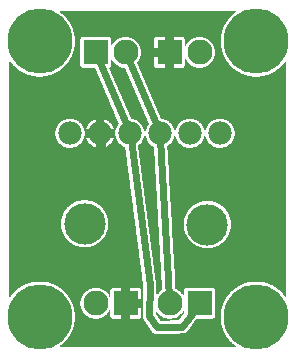
<source format=gbl>
G04 MADE WITH FRITZING*
G04 WWW.FRITZING.ORG*
G04 DOUBLE SIDED*
G04 HOLES PLATED*
G04 CONTOUR ON CENTER OF CONTOUR VECTOR*
%FSLAX26Y26*%
%MOIN*%
%ADD10C,0.075000*%
%ADD11C,0.216536*%
%ADD12C,0.083307*%
%ADD13C,0.078000*%
%ADD14C,0.137795*%
%ADD15R,0.083307X0.083307*%
%ADD16C,0.024000*%
%ADD17C,0.000100*%
%ADD18R,0.001000X0.001000*%
G04 COPPER0*
%FSLAX26Y26*%
%MOIN*%
D10*
X678266Y78030D03*
X844472Y139270D03*
X122666Y139830D03*
X845294Y1058767D03*
X122300Y1058333D03*
D11*
X853041Y130880D03*
X130901Y1049957D03*
X853390Y1049870D03*
D12*
X564428Y1012642D03*
X664428Y1012642D03*
X418643Y176110D03*
X318643Y176110D03*
X317739Y1012655D03*
X417739Y1012655D03*
X665163Y176520D03*
X565163Y176520D03*
D13*
X232480Y742759D03*
X332485Y742759D03*
X432489Y742759D03*
X532493Y742759D03*
X632497Y742759D03*
X732501Y742759D03*
D14*
X281437Y441580D03*
X690502Y438838D03*
D11*
X130990Y131200D03*
D15*
X564428Y1012642D03*
X418643Y176114D03*
X317740Y1012655D03*
X665163Y176523D03*
D16*
X525058Y760245D02*
X426211Y992728D01*
D02*
X563916Y198141D02*
X533587Y723791D01*
D02*
X415388Y197522D02*
X335341Y723975D01*
D02*
X326211Y992728D02*
X425054Y760245D01*
D02*
X652354Y159060D02*
X607267Y97610D01*
D02*
X607267Y97610D02*
X521939Y96140D01*
D02*
X498400Y237372D02*
X434946Y723919D01*
D02*
X496929Y134390D02*
X498400Y237372D01*
D02*
X521939Y96140D02*
X496929Y134390D01*
D17*
G36*
X859572Y189467D02*
X865106Y188667D01*
X870439Y187234D01*
X875873Y185200D01*
X881673Y182434D01*
X886006Y179800D01*
X890439Y176400D01*
X894639Y172600D01*
X898639Y168200D01*
X902106Y163600D01*
X904706Y159270D01*
X907306Y153700D01*
X909406Y148130D01*
X910773Y142730D01*
X911639Y137130D01*
X911906Y130900D01*
X911606Y124570D01*
X910739Y118830D01*
X909339Y113500D01*
X907239Y107900D01*
X904639Y102400D01*
X901973Y98000D01*
X898606Y93570D01*
X894739Y89300D01*
X890339Y85300D01*
X885839Y81900D01*
X881439Y79230D01*
X875673Y76530D01*
X870206Y74470D01*
X864839Y73100D01*
X859306Y72300D01*
X852906Y72030D01*
X846439Y72330D01*
X840939Y73130D01*
X835606Y74570D01*
X830006Y76670D01*
X824639Y79230D01*
X819906Y82100D01*
X815606Y85370D01*
X811206Y89430D01*
X807172Y93830D01*
X803906Y98230D01*
X801272Y102630D01*
X798739Y108100D01*
X796606Y113730D01*
X795206Y119270D01*
X794406Y124830D01*
X794139Y130900D01*
X794439Y137530D01*
X795239Y142800D01*
X796739Y148400D01*
X798806Y153900D01*
X801472Y159500D01*
X804039Y163770D01*
X807472Y168300D01*
X811439Y172600D01*
X816072Y176830D01*
X820172Y179870D01*
X824906Y182734D01*
X830206Y185200D01*
X835839Y187334D01*
X841206Y188700D01*
X846706Y189500D01*
X852906Y189767D01*
X859572Y189467D01*
D02*
G37*
D02*
G36*
X137533Y189800D02*
X142866Y189000D01*
X148466Y187500D01*
X153966Y185433D01*
X159533Y182800D01*
X163900Y180170D01*
X168400Y176730D01*
X172466Y173030D01*
X176700Y168400D01*
X179833Y164230D01*
X182766Y159400D01*
X185133Y154430D01*
X187400Y148430D01*
X188733Y143100D01*
X189533Y137770D01*
X189833Y131300D01*
X189533Y124770D01*
X188733Y119130D01*
X187300Y113800D01*
X185233Y108270D01*
X182733Y103070D01*
X179833Y98200D01*
X176666Y94000D01*
X172333Y89270D01*
X168366Y85670D01*
X163733Y82200D01*
X159300Y79500D01*
X153766Y76930D01*
X148200Y74830D01*
X142800Y73470D01*
X137133Y72600D01*
X130867Y72330D01*
X124500Y72630D01*
X118900Y73500D01*
X113500Y74930D01*
X107967Y77000D01*
X102400Y79630D01*
X98000Y82330D01*
X93633Y85630D01*
X89167Y89730D01*
X85167Y94130D01*
X81967Y98430D01*
X79167Y103100D01*
X76533Y108670D01*
X74667Y113770D01*
X73167Y119600D01*
X72367Y125100D01*
X72100Y131300D01*
X72433Y138000D01*
X73200Y143100D01*
X74767Y148900D01*
X76600Y153970D01*
X79467Y159800D01*
X82100Y164230D01*
X85400Y168600D01*
X89400Y172900D01*
X94000Y177100D01*
X98233Y180300D01*
X102633Y182933D01*
X108167Y185500D01*
X113700Y187600D01*
X119333Y189033D01*
X124666Y189833D01*
X130867Y190100D01*
X137533Y189800D01*
D02*
G37*
D02*
G36*
X859928Y1108467D02*
X865228Y1107667D01*
X870928Y1106167D01*
X876361Y1104100D01*
X881728Y1101533D01*
X886395Y1098700D01*
X890761Y1095400D01*
X895028Y1091500D01*
X899061Y1087067D01*
X902295Y1082767D01*
X905128Y1078033D01*
X907561Y1072900D01*
X909728Y1067200D01*
X911161Y1061500D01*
X911961Y1056233D01*
X912228Y1049967D01*
X911928Y1043400D01*
X911128Y1038000D01*
X909628Y1032400D01*
X907561Y1026867D01*
X905028Y1021600D01*
X902228Y1016900D01*
X898995Y1012600D01*
X895061Y1008333D01*
X890461Y1004133D01*
X886295Y1001000D01*
X881495Y998100D01*
X876161Y995600D01*
X870528Y993467D01*
X865228Y992133D01*
X859528Y991267D01*
X853261Y991000D01*
X846928Y991300D01*
X841195Y992167D01*
X835928Y993567D01*
X830328Y995667D01*
X824994Y998200D01*
X820161Y1001133D01*
X815828Y1004467D01*
X811694Y1008267D01*
X807494Y1012866D01*
X804361Y1017066D01*
X801528Y1021800D01*
X799061Y1027066D01*
X796894Y1032800D01*
X795594Y1038000D01*
X794728Y1043800D01*
X794461Y1049900D01*
X794761Y1056433D01*
X795661Y1062167D01*
X797028Y1067300D01*
X799128Y1072900D01*
X801694Y1078267D01*
X804528Y1082967D01*
X807661Y1087100D01*
X811994Y1091833D01*
X816228Y1095633D01*
X820594Y1098967D01*
X825194Y1101667D01*
X830494Y1104167D01*
X836028Y1106267D01*
X841728Y1107700D01*
X847061Y1108500D01*
X853261Y1108767D01*
X859928Y1108467D01*
D02*
G37*
D02*
G36*
X137300Y1108567D02*
X143034Y1107700D01*
X148300Y1106300D01*
X153900Y1104200D01*
X159267Y1101633D01*
X164000Y1098767D01*
X168200Y1095567D01*
X172834Y1091333D01*
X176434Y1087367D01*
X179967Y1082700D01*
X182400Y1078633D01*
X185234Y1072633D01*
X187300Y1067167D01*
X188600Y1062067D01*
X189500Y1056200D01*
X189767Y1049967D01*
X189467Y1043600D01*
X188600Y1037900D01*
X187200Y1032566D01*
X185100Y1026967D01*
X182634Y1021800D01*
X179667Y1016866D01*
X176634Y1012833D01*
X172534Y1008367D01*
X168067Y1004267D01*
X163767Y1001033D01*
X159167Y998267D01*
X153400Y995533D01*
X148334Y993667D01*
X142500Y992167D01*
X137167Y991367D01*
X130767Y991100D01*
X124334Y991400D01*
X119000Y992200D01*
X113200Y993767D01*
X108133Y995600D01*
X102400Y998400D01*
X97800Y1001167D01*
X93500Y1004433D01*
X89100Y1008500D01*
X84967Y1013033D01*
X81967Y1017066D01*
X79000Y1022033D01*
X76600Y1027167D01*
X74467Y1032800D01*
X73067Y1038333D01*
X72267Y1043733D01*
X72000Y1049967D01*
X72300Y1056600D01*
X73100Y1061867D01*
X74600Y1067567D01*
X76600Y1072833D01*
X79500Y1078867D01*
X81933Y1082900D01*
X85500Y1087567D01*
X89067Y1091467D01*
X93767Y1095733D01*
X97967Y1098900D01*
X102733Y1101767D01*
X108067Y1104267D01*
X113700Y1106400D01*
X119000Y1107733D01*
X124733Y1108600D01*
X130767Y1108867D01*
X137300Y1108567D01*
D02*
G37*
D02*
G36*
X611900Y150500D02*
X612600Y150070D01*
X613100Y149470D01*
X613300Y149100D01*
X613467Y148170D01*
X613433Y143700D01*
X613167Y142940D01*
X596433Y120100D01*
X595800Y119640D01*
X594733Y119400D01*
X534600Y118440D01*
X533833Y118670D01*
X533167Y119170D01*
X532867Y119540D01*
X519200Y140500D01*
X519000Y141270D01*
X519100Y145170D01*
X519200Y145570D01*
X519600Y146270D01*
X520567Y147000D01*
X521367Y147200D01*
X522167Y147140D01*
X522933Y146800D01*
X523500Y146270D01*
X528333Y140300D01*
X529400Y139340D01*
X536100Y133940D01*
X537033Y133370D01*
X545000Y129170D01*
X545933Y128800D01*
X554700Y126070D01*
X560567Y125140D01*
X564567Y124900D01*
X565700Y124900D01*
X569800Y125140D01*
X575733Y126100D01*
X585100Y129070D01*
X593967Y133800D01*
X601500Y139870D01*
X602400Y140840D01*
X607900Y147770D01*
X608967Y149670D01*
X609567Y150240D01*
X610300Y150570D01*
X610700Y150670D01*
X611900Y150500D01*
D02*
G37*
D02*
G36*
X611900Y150500D02*
X612600Y150070D01*
X613100Y149470D01*
X613300Y149100D01*
X613467Y148170D01*
X613433Y143700D01*
X613167Y142940D01*
X596433Y120100D01*
X595800Y119640D01*
X594733Y119400D01*
X534600Y118440D01*
X533833Y118670D01*
X533167Y119170D01*
X532867Y119540D01*
X519200Y140500D01*
X519000Y141270D01*
X519100Y145170D01*
X519200Y145570D01*
X519600Y146270D01*
X520567Y147000D01*
X521367Y147200D01*
X522167Y147140D01*
X522933Y146800D01*
X523500Y146270D01*
X528333Y140300D01*
X529400Y139340D01*
X536100Y133940D01*
X537033Y133370D01*
X545000Y129170D01*
X545933Y128800D01*
X554700Y126070D01*
X560567Y125140D01*
X564567Y124900D01*
X565700Y124900D01*
X569800Y125140D01*
X575733Y126100D01*
X585100Y129070D01*
X593967Y133800D01*
X601500Y139870D01*
X602400Y140840D01*
X607900Y147770D01*
X608967Y149670D01*
X609567Y150240D01*
X610300Y150570D01*
X610700Y150670D01*
X611900Y150500D01*
D02*
G37*
D02*
G36*
X483367Y733500D02*
X484367Y732800D01*
X484600Y732467D01*
X484833Y731934D01*
X487500Y723800D01*
X491900Y715434D01*
X497667Y708300D01*
X498800Y707267D01*
X504933Y702400D01*
X505900Y701800D01*
X512133Y698467D01*
X512700Y697867D01*
X513033Y697134D01*
X513133Y696600D01*
X540400Y222767D01*
X540167Y222000D01*
X539700Y221300D01*
X539100Y220834D01*
X536300Y219267D01*
X535467Y218667D01*
X528733Y213200D01*
X527867Y212267D01*
X524167Y207700D01*
X523467Y207267D01*
X522700Y207067D01*
X521867Y207134D01*
X521133Y207467D01*
X520533Y208034D01*
X520133Y208734D01*
X520000Y209600D01*
X520333Y238200D01*
X520100Y240667D01*
X460100Y701300D01*
X460267Y702100D01*
X460667Y702800D01*
X466933Y707934D01*
X467800Y708900D01*
X473000Y715400D01*
X477433Y723800D01*
X480233Y732300D01*
X480733Y732967D01*
X481400Y733434D01*
X482167Y733634D01*
X482600Y733667D01*
X483367Y733500D01*
D02*
G37*
D02*
G36*
X483367Y733500D02*
X484367Y732800D01*
X484600Y732467D01*
X484833Y731934D01*
X487500Y723800D01*
X491900Y715434D01*
X497667Y708300D01*
X498800Y707267D01*
X504933Y702400D01*
X505900Y701800D01*
X512133Y698467D01*
X512700Y697867D01*
X513033Y697134D01*
X513133Y696600D01*
X540400Y222767D01*
X540167Y222000D01*
X539700Y221300D01*
X539100Y220834D01*
X536300Y219267D01*
X535467Y218667D01*
X528733Y213200D01*
X527867Y212267D01*
X524167Y207700D01*
X523467Y207267D01*
X522700Y207067D01*
X521867Y207134D01*
X521133Y207467D01*
X520533Y208034D01*
X520133Y208734D01*
X520000Y209600D01*
X520333Y238200D01*
X520100Y240667D01*
X460100Y701300D01*
X460267Y702100D01*
X460667Y702800D01*
X466933Y707934D01*
X467800Y708900D01*
X473000Y715400D01*
X477433Y723800D01*
X480233Y732300D01*
X480733Y732967D01*
X481400Y733434D01*
X482167Y733634D01*
X482600Y733667D01*
X483367Y733500D01*
D02*
G37*
D02*
G36*
X372433Y986766D02*
X373167Y986466D01*
X373800Y985933D01*
X375000Y983833D01*
X375600Y983000D01*
X380933Y976433D01*
X382000Y975466D01*
X388633Y970066D01*
X397567Y965300D01*
X398500Y964933D01*
X407267Y962200D01*
X412000Y961400D01*
X414600Y961133D01*
X415000Y961033D01*
X415700Y960600D01*
X416233Y959966D01*
X494766Y775266D01*
X494833Y774433D01*
X494633Y773666D01*
X494266Y773099D01*
X492066Y770299D01*
X491500Y769366D01*
X487500Y761733D01*
X484700Y753233D01*
X484200Y752566D01*
X483533Y752099D01*
X482766Y751899D01*
X482333Y751866D01*
X481566Y752033D01*
X480566Y752733D01*
X480333Y753066D01*
X480100Y753599D01*
X477366Y761899D01*
X472900Y770299D01*
X467266Y777266D01*
X466300Y778166D01*
X459933Y783199D01*
X458966Y783799D01*
X451400Y787766D01*
X450633Y788066D01*
X442933Y790499D01*
X436666Y791633D01*
X435900Y791966D01*
X435300Y792499D01*
X435000Y793066D01*
X363967Y960133D01*
X363900Y960966D01*
X364100Y961733D01*
X364567Y962433D01*
X366200Y963733D01*
X367200Y964833D01*
X368200Y966333D01*
X368767Y967633D01*
X369200Y969333D01*
X369367Y971033D01*
X369400Y984733D01*
X369867Y985866D01*
X370467Y986400D01*
X371200Y986733D01*
X371600Y986833D01*
X372433Y986766D01*
D02*
G37*
D02*
G36*
X372433Y986766D02*
X373167Y986466D01*
X373800Y985933D01*
X375000Y983833D01*
X375600Y983000D01*
X380933Y976433D01*
X382000Y975466D01*
X388633Y970066D01*
X397567Y965300D01*
X398500Y964933D01*
X407267Y962200D01*
X412000Y961400D01*
X414600Y961133D01*
X415000Y961033D01*
X415700Y960600D01*
X416233Y959966D01*
X494766Y775266D01*
X494833Y774433D01*
X494633Y773666D01*
X494266Y773099D01*
X492066Y770299D01*
X491500Y769366D01*
X487500Y761733D01*
X484700Y753233D01*
X484200Y752566D01*
X483533Y752099D01*
X482766Y751899D01*
X482333Y751866D01*
X481566Y752033D01*
X480566Y752733D01*
X480333Y753066D01*
X480100Y753599D01*
X477366Y761899D01*
X472900Y770299D01*
X467266Y777266D01*
X466300Y778166D01*
X459933Y783199D01*
X458966Y783799D01*
X451400Y787766D01*
X450633Y788066D01*
X442933Y790499D01*
X436666Y791633D01*
X435900Y791966D01*
X435300Y792499D01*
X435000Y793066D01*
X363967Y960133D01*
X363900Y960966D01*
X364100Y961733D01*
X364567Y962433D01*
X366200Y963733D01*
X367200Y964833D01*
X368200Y966333D01*
X368767Y967633D01*
X369200Y969333D01*
X369367Y971033D01*
X369400Y984733D01*
X369867Y985866D01*
X370467Y986400D01*
X371200Y986733D01*
X371600Y986833D01*
X372433Y986766D01*
D02*
G37*
D02*
G36*
X695033Y477833D02*
X698500Y477333D01*
X702600Y476300D01*
X705633Y475200D01*
X712467Y471366D01*
X718000Y466733D01*
X723267Y460433D01*
X726967Y453666D01*
X728067Y450533D01*
X728967Y446800D01*
X729467Y443266D01*
X729667Y438866D01*
X729467Y434266D01*
X728933Y430666D01*
X728033Y427066D01*
X726767Y423633D01*
X723333Y417333D01*
X718000Y411033D01*
X712000Y406000D01*
X705367Y402400D01*
X702200Y401300D01*
X698400Y400366D01*
X694767Y399833D01*
X690400Y399666D01*
X685833Y399900D01*
X682300Y400400D01*
X678500Y401366D01*
X675200Y402566D01*
X668433Y406333D01*
X662800Y411100D01*
X657900Y416966D01*
X653967Y424100D01*
X652900Y427133D01*
X651967Y431033D01*
X651467Y434533D01*
X651300Y438866D01*
X651533Y443466D01*
X652000Y446900D01*
X653133Y451433D01*
X654067Y453933D01*
X657900Y460766D01*
X662967Y466766D01*
X668467Y471366D01*
X675667Y475366D01*
X678567Y476366D01*
X682700Y477366D01*
X686100Y477833D01*
X690400Y478033D01*
X695033Y477833D01*
D02*
G37*
D02*
G36*
X695033Y477833D02*
X698500Y477333D01*
X702600Y476300D01*
X705633Y475200D01*
X712467Y471366D01*
X718000Y466733D01*
X723267Y460433D01*
X726967Y453666D01*
X728067Y450533D01*
X728967Y446800D01*
X729467Y443266D01*
X729667Y438866D01*
X729467Y434266D01*
X728933Y430666D01*
X728033Y427066D01*
X726767Y423633D01*
X723333Y417333D01*
X718000Y411033D01*
X712000Y406000D01*
X705367Y402400D01*
X702200Y401300D01*
X698400Y400366D01*
X694767Y399833D01*
X690400Y399666D01*
X685833Y399900D01*
X682300Y400400D01*
X678500Y401366D01*
X675200Y402566D01*
X668433Y406333D01*
X662800Y411100D01*
X657900Y416966D01*
X653967Y424100D01*
X652900Y427133D01*
X651967Y431033D01*
X651467Y434533D01*
X651300Y438866D01*
X651533Y443466D01*
X652000Y446900D01*
X653133Y451433D01*
X654067Y453933D01*
X657900Y460766D01*
X662967Y466766D01*
X668467Y471366D01*
X675667Y475366D01*
X678567Y476366D01*
X682700Y477366D01*
X686100Y477833D01*
X690400Y478033D01*
X695033Y477833D01*
D02*
G37*
D02*
G36*
X286000Y480567D02*
X289466Y480067D01*
X293433Y479067D01*
X296600Y477900D01*
X303300Y474167D01*
X309500Y468934D01*
X313933Y463634D01*
X317800Y456667D01*
X318900Y453634D01*
X319900Y449534D01*
X320433Y445967D01*
X320600Y441600D01*
X320400Y437034D01*
X319866Y433434D01*
X318933Y429700D01*
X317700Y426334D01*
X314266Y420067D01*
X308933Y413767D01*
X302933Y408734D01*
X296366Y405167D01*
X293200Y404034D01*
X289233Y403067D01*
X285933Y402634D01*
X281333Y402434D01*
X276666Y402667D01*
X273266Y403100D01*
X269433Y404100D01*
X266266Y405267D01*
X259733Y408867D01*
X253700Y413934D01*
X248866Y419634D01*
X248566Y420067D01*
X244966Y426700D01*
X243833Y429934D01*
X242933Y433667D01*
X242400Y437300D01*
X242233Y441600D01*
X242433Y446234D01*
X242966Y449767D01*
X243933Y453634D01*
X245200Y457000D01*
X248900Y463634D01*
X253666Y469267D01*
X259600Y474200D01*
X266566Y478067D01*
X269500Y479100D01*
X273633Y480100D01*
X277033Y480567D01*
X281333Y480767D01*
X286000Y480567D01*
D02*
G37*
D02*
G36*
X286000Y480567D02*
X289466Y480067D01*
X293433Y479067D01*
X296600Y477900D01*
X303300Y474167D01*
X309500Y468934D01*
X313933Y463634D01*
X317800Y456667D01*
X318900Y453634D01*
X319900Y449534D01*
X320433Y445967D01*
X320600Y441600D01*
X320400Y437034D01*
X319866Y433434D01*
X318933Y429700D01*
X317700Y426334D01*
X314266Y420067D01*
X308933Y413767D01*
X302933Y408734D01*
X296366Y405167D01*
X293200Y404034D01*
X289233Y403067D01*
X285933Y402634D01*
X281333Y402434D01*
X276666Y402667D01*
X273266Y403100D01*
X269433Y404100D01*
X266266Y405267D01*
X259733Y408867D01*
X253700Y413934D01*
X248866Y419634D01*
X248566Y420067D01*
X244966Y426700D01*
X243833Y429934D01*
X242933Y433667D01*
X242400Y437300D01*
X242233Y441600D01*
X242433Y446234D01*
X242966Y449767D01*
X243933Y453634D01*
X245200Y457000D01*
X248900Y463634D01*
X253666Y469267D01*
X259600Y474200D01*
X266566Y478067D01*
X269500Y479100D01*
X273633Y480100D01*
X277033Y480567D01*
X281333Y480767D01*
X286000Y480567D01*
D02*
G37*
D02*
D18*
X199500Y1150600D02*
X784500Y1150600D01*
X198500Y1149600D02*
X785500Y1149600D01*
X198500Y1148600D02*
X785500Y1148600D01*
X198500Y1147600D02*
X785500Y1147600D01*
X199500Y1146600D02*
X784500Y1146600D01*
X200500Y1145600D02*
X783500Y1145600D01*
X202500Y1144600D02*
X782500Y1144600D01*
X203500Y1143600D02*
X780500Y1143600D01*
X204500Y1142600D02*
X779500Y1142600D01*
X206500Y1141600D02*
X778500Y1141600D01*
X207500Y1140600D02*
X776500Y1140600D01*
X208500Y1139600D02*
X775500Y1139600D01*
X209500Y1138600D02*
X774500Y1138600D01*
X210500Y1137600D02*
X773500Y1137600D01*
X211500Y1136600D02*
X772500Y1136600D01*
X212500Y1135600D02*
X771500Y1135600D01*
X213500Y1134600D02*
X770500Y1134600D01*
X214500Y1133600D02*
X769500Y1133600D01*
X215500Y1132600D02*
X768500Y1132600D01*
X216500Y1131600D02*
X767500Y1131600D01*
X217500Y1130600D02*
X766500Y1130600D01*
X218500Y1129600D02*
X765500Y1129600D01*
X219500Y1128600D02*
X764500Y1128600D01*
X220500Y1127600D02*
X763500Y1127600D01*
X221500Y1126600D02*
X762500Y1126600D01*
X222500Y1125600D02*
X761500Y1125600D01*
X222500Y1124600D02*
X761500Y1124600D01*
X223500Y1123600D02*
X760500Y1123600D01*
X224500Y1122600D02*
X759500Y1122600D01*
X225500Y1121600D02*
X758500Y1121600D01*
X225500Y1120600D02*
X758500Y1120600D01*
X226500Y1119600D02*
X757500Y1119600D01*
X227500Y1118600D02*
X756500Y1118600D01*
X228500Y1117600D02*
X755500Y1117600D01*
X228500Y1116600D02*
X755500Y1116600D01*
X229500Y1115600D02*
X754500Y1115600D01*
X230500Y1114600D02*
X753500Y1114600D01*
X230500Y1113600D02*
X753500Y1113600D01*
X231500Y1112600D02*
X752500Y1112600D01*
X232500Y1111600D02*
X752500Y1111600D01*
X232500Y1110600D02*
X751500Y1110600D01*
X233500Y1109600D02*
X750500Y1109600D01*
X233500Y1108600D02*
X750500Y1108600D01*
X234500Y1107600D02*
X749500Y1107600D01*
X235500Y1106600D02*
X748500Y1106600D01*
X235500Y1105600D02*
X748500Y1105600D01*
X236500Y1104600D02*
X747500Y1104600D01*
X236500Y1103600D02*
X747500Y1103600D01*
X237500Y1102600D02*
X746500Y1102600D01*
X237500Y1101600D02*
X746500Y1101600D01*
X237500Y1100600D02*
X745500Y1100600D01*
X238500Y1099600D02*
X745500Y1099600D01*
X238500Y1098600D02*
X745500Y1098600D01*
X239500Y1097600D02*
X744500Y1097600D01*
X239500Y1096600D02*
X744500Y1096600D01*
X240500Y1095600D02*
X743500Y1095600D01*
X240500Y1094600D02*
X743500Y1094600D01*
X241500Y1093600D02*
X742500Y1093600D01*
X241500Y1092600D02*
X742500Y1092600D01*
X241500Y1091600D02*
X742500Y1091600D01*
X242500Y1090600D02*
X741500Y1090600D01*
X242500Y1089600D02*
X741500Y1089600D01*
X242500Y1088600D02*
X741500Y1088600D01*
X243500Y1087600D02*
X740500Y1087600D01*
X243500Y1086600D02*
X740500Y1086600D01*
X244500Y1085600D02*
X739500Y1085600D01*
X244500Y1084600D02*
X739500Y1084600D01*
X244500Y1083600D02*
X739500Y1083600D01*
X244500Y1082600D02*
X739500Y1082600D01*
X245500Y1081600D02*
X738500Y1081600D01*
X245500Y1080600D02*
X738500Y1080600D01*
X245500Y1079600D02*
X738500Y1079600D01*
X245500Y1078600D02*
X738500Y1078600D01*
X246500Y1077600D02*
X737500Y1077600D01*
X246500Y1076600D02*
X737500Y1076600D01*
X246500Y1075600D02*
X737500Y1075600D01*
X246500Y1074600D02*
X737500Y1074600D01*
X247500Y1073600D02*
X736500Y1073600D01*
X247500Y1072600D02*
X736500Y1072600D01*
X247500Y1071600D02*
X736500Y1071600D01*
X247500Y1070600D02*
X736500Y1070600D01*
X247500Y1069600D02*
X736500Y1069600D01*
X247500Y1068600D02*
X736500Y1068600D01*
X248500Y1067600D02*
X735500Y1067600D01*
X248500Y1066600D02*
X735500Y1066600D01*
X248500Y1065600D02*
X735500Y1065600D01*
X248500Y1064600D02*
X735500Y1064600D01*
X248500Y1063600D02*
X271500Y1063600D01*
X363500Y1063600D02*
X409500Y1063600D01*
X425500Y1063600D02*
X518500Y1063600D01*
X549500Y1063600D02*
X579500Y1063600D01*
X610500Y1063600D02*
X656500Y1063600D01*
X672500Y1063600D02*
X735500Y1063600D01*
X248500Y1062600D02*
X269500Y1062600D01*
X365500Y1062600D02*
X404500Y1062600D01*
X430500Y1062600D02*
X516500Y1062600D01*
X549500Y1062600D02*
X579500Y1062600D01*
X611500Y1062600D02*
X651500Y1062600D01*
X676500Y1062600D02*
X735500Y1062600D01*
X248500Y1061600D02*
X268500Y1061600D01*
X366500Y1061600D02*
X401500Y1061600D01*
X433500Y1061600D02*
X515500Y1061600D01*
X549500Y1061600D02*
X579500Y1061600D01*
X613500Y1061600D02*
X648500Y1061600D01*
X679500Y1061600D02*
X735500Y1061600D01*
X249500Y1060600D02*
X267500Y1060600D01*
X367500Y1060600D02*
X398500Y1060600D01*
X436500Y1060600D02*
X514500Y1060600D01*
X549500Y1060600D02*
X579500Y1060600D01*
X614500Y1060600D02*
X645500Y1060600D01*
X683500Y1060600D02*
X734500Y1060600D01*
X249500Y1059600D02*
X267500Y1059600D01*
X368500Y1059600D02*
X396500Y1059600D01*
X439500Y1059600D02*
X513500Y1059600D01*
X549500Y1059600D02*
X579500Y1059600D01*
X614500Y1059600D02*
X642500Y1059600D01*
X685500Y1059600D02*
X734500Y1059600D01*
X249500Y1058600D02*
X266500Y1058600D01*
X368500Y1058600D02*
X394500Y1058600D01*
X440500Y1058600D02*
X513500Y1058600D01*
X549500Y1058600D02*
X579500Y1058600D01*
X615500Y1058600D02*
X640500Y1058600D01*
X687500Y1058600D02*
X734500Y1058600D01*
X249500Y1057600D02*
X266500Y1057600D01*
X369500Y1057600D02*
X392500Y1057600D01*
X442500Y1057600D02*
X512500Y1057600D01*
X549500Y1057600D02*
X579500Y1057600D01*
X615500Y1057600D02*
X639500Y1057600D01*
X689500Y1057600D02*
X734500Y1057600D01*
X249500Y1056600D02*
X265500Y1056600D01*
X369500Y1056600D02*
X390500Y1056600D01*
X444500Y1056600D02*
X512500Y1056600D01*
X549500Y1056600D02*
X579500Y1056600D01*
X616500Y1056600D02*
X637500Y1056600D01*
X691500Y1056600D02*
X734500Y1056600D01*
X249500Y1055600D02*
X265500Y1055600D01*
X369500Y1055600D02*
X388500Y1055600D01*
X446500Y1055600D02*
X512500Y1055600D01*
X549500Y1055600D02*
X579500Y1055600D01*
X616500Y1055600D02*
X635500Y1055600D01*
X693500Y1055600D02*
X734500Y1055600D01*
X249500Y1054600D02*
X265500Y1054600D01*
X369500Y1054600D02*
X387500Y1054600D01*
X447500Y1054600D02*
X512500Y1054600D01*
X549500Y1054600D02*
X579500Y1054600D01*
X616500Y1054600D02*
X633500Y1054600D01*
X694500Y1054600D02*
X734500Y1054600D01*
X249500Y1053600D02*
X265500Y1053600D01*
X369500Y1053600D02*
X385500Y1053600D01*
X449500Y1053600D02*
X512500Y1053600D01*
X549500Y1053600D02*
X579500Y1053600D01*
X616500Y1053600D02*
X632500Y1053600D01*
X695500Y1053600D02*
X734500Y1053600D01*
X249500Y1052600D02*
X265500Y1052600D01*
X369500Y1052600D02*
X384500Y1052600D01*
X450500Y1052600D02*
X512500Y1052600D01*
X549500Y1052600D02*
X579500Y1052600D01*
X616500Y1052600D02*
X631500Y1052600D01*
X697500Y1052600D02*
X734500Y1052600D01*
X249500Y1051600D02*
X265500Y1051600D01*
X369500Y1051600D02*
X383500Y1051600D01*
X451500Y1051600D02*
X512500Y1051600D01*
X549500Y1051600D02*
X579500Y1051600D01*
X616500Y1051600D02*
X630500Y1051600D01*
X698500Y1051600D02*
X734500Y1051600D01*
X249500Y1050600D02*
X265500Y1050600D01*
X369500Y1050600D02*
X382500Y1050600D01*
X452500Y1050600D02*
X512500Y1050600D01*
X549500Y1050600D02*
X579500Y1050600D01*
X616500Y1050600D02*
X628500Y1050600D01*
X699500Y1050600D02*
X734500Y1050600D01*
X249500Y1049600D02*
X265500Y1049600D01*
X369500Y1049600D02*
X381500Y1049600D01*
X454500Y1049600D02*
X512500Y1049600D01*
X549500Y1049600D02*
X579500Y1049600D01*
X616500Y1049600D02*
X627500Y1049600D01*
X700500Y1049600D02*
X734500Y1049600D01*
X249500Y1048600D02*
X265500Y1048600D01*
X369500Y1048600D02*
X380500Y1048600D01*
X455500Y1048600D02*
X512500Y1048600D01*
X549500Y1048600D02*
X579500Y1048600D01*
X616500Y1048600D02*
X626500Y1048600D01*
X701500Y1048600D02*
X734500Y1048600D01*
X249500Y1047600D02*
X265500Y1047600D01*
X369500Y1047600D02*
X379500Y1047600D01*
X455500Y1047600D02*
X512500Y1047600D01*
X549500Y1047600D02*
X579500Y1047600D01*
X616500Y1047600D02*
X625500Y1047600D01*
X702500Y1047600D02*
X734500Y1047600D01*
X249500Y1046600D02*
X265500Y1046600D01*
X369500Y1046600D02*
X378500Y1046600D01*
X456500Y1046600D02*
X512500Y1046600D01*
X549500Y1046600D02*
X579500Y1046600D01*
X616500Y1046600D02*
X625500Y1046600D01*
X703500Y1046600D02*
X734500Y1046600D01*
X249500Y1045600D02*
X265500Y1045600D01*
X369500Y1045600D02*
X377500Y1045600D01*
X457500Y1045600D02*
X512500Y1045600D01*
X549500Y1045600D02*
X579500Y1045600D01*
X616500Y1045600D02*
X624500Y1045600D01*
X704500Y1045600D02*
X734500Y1045600D01*
X249500Y1044600D02*
X265500Y1044600D01*
X369500Y1044600D02*
X376500Y1044600D01*
X458500Y1044600D02*
X512500Y1044600D01*
X549500Y1044600D02*
X579500Y1044600D01*
X616500Y1044600D02*
X623500Y1044600D01*
X705500Y1044600D02*
X734500Y1044600D01*
X249500Y1043600D02*
X265500Y1043600D01*
X369500Y1043600D02*
X376500Y1043600D01*
X459500Y1043600D02*
X512500Y1043600D01*
X549500Y1043600D02*
X579500Y1043600D01*
X616500Y1043600D02*
X622500Y1043600D01*
X705500Y1043600D02*
X734500Y1043600D01*
X249500Y1042600D02*
X265500Y1042600D01*
X369500Y1042600D02*
X375500Y1042600D01*
X460500Y1042600D02*
X512500Y1042600D01*
X549500Y1042600D02*
X579500Y1042600D01*
X616500Y1042600D02*
X621500Y1042600D01*
X706500Y1042600D02*
X734500Y1042600D01*
X249500Y1041600D02*
X265500Y1041600D01*
X369500Y1041600D02*
X374500Y1041600D01*
X460500Y1041600D02*
X512500Y1041600D01*
X549500Y1041600D02*
X579500Y1041600D01*
X616500Y1041600D02*
X621500Y1041600D01*
X707500Y1041600D02*
X734500Y1041600D01*
X249500Y1040600D02*
X265500Y1040600D01*
X369500Y1040600D02*
X373500Y1040600D01*
X461500Y1040600D02*
X512500Y1040600D01*
X549500Y1040600D02*
X579500Y1040600D01*
X616500Y1040600D02*
X620500Y1040600D01*
X707500Y1040600D02*
X734500Y1040600D01*
X249500Y1039600D02*
X265500Y1039600D01*
X370500Y1039600D02*
X373500Y1039600D01*
X461500Y1039600D02*
X512500Y1039600D01*
X549500Y1039600D02*
X579500Y1039600D01*
X616500Y1039600D02*
X619500Y1039600D01*
X708500Y1039600D02*
X734500Y1039600D01*
X248500Y1038600D02*
X265500Y1038600D01*
X371500Y1038600D02*
X371500Y1038600D01*
X462500Y1038600D02*
X512500Y1038600D01*
X549500Y1038600D02*
X579500Y1038600D01*
X616500Y1038600D02*
X619500Y1038600D01*
X709500Y1038600D02*
X735500Y1038600D01*
X248500Y1037600D02*
X265500Y1037600D01*
X462500Y1037600D02*
X512500Y1037600D01*
X549500Y1037600D02*
X579500Y1037600D01*
X616500Y1037600D02*
X618500Y1037600D01*
X709500Y1037600D02*
X735500Y1037600D01*
X248500Y1036600D02*
X265500Y1036600D01*
X463500Y1036600D02*
X512500Y1036600D01*
X549500Y1036600D02*
X579500Y1036600D01*
X616500Y1036600D02*
X618500Y1036600D01*
X710500Y1036600D02*
X735500Y1036600D01*
X248500Y1035600D02*
X265500Y1035600D01*
X463500Y1035600D02*
X512500Y1035600D01*
X616500Y1035600D02*
X617500Y1035600D01*
X710500Y1035600D02*
X735500Y1035600D01*
X248500Y1034600D02*
X265500Y1034600D01*
X464500Y1034600D02*
X512500Y1034600D01*
X616500Y1034600D02*
X617500Y1034600D01*
X711500Y1034600D02*
X735500Y1034600D01*
X248500Y1033600D02*
X265500Y1033600D01*
X465500Y1033600D02*
X512500Y1033600D01*
X616500Y1033600D02*
X616500Y1033600D01*
X711500Y1033600D02*
X735500Y1033600D01*
X248500Y1032600D02*
X265500Y1032600D01*
X465500Y1032600D02*
X512500Y1032600D01*
X616500Y1032600D02*
X616500Y1032600D01*
X712500Y1032600D02*
X735500Y1032600D01*
X247500Y1031600D02*
X265500Y1031600D01*
X465500Y1031600D02*
X512500Y1031600D01*
X712500Y1031600D02*
X736500Y1031600D01*
X247500Y1030600D02*
X265500Y1030600D01*
X466500Y1030600D02*
X512500Y1030600D01*
X712500Y1030600D02*
X736500Y1030600D01*
X247500Y1029600D02*
X265500Y1029600D01*
X466500Y1029600D02*
X512500Y1029600D01*
X713500Y1029600D02*
X736500Y1029600D01*
X247500Y1028600D02*
X265500Y1028600D01*
X466500Y1028600D02*
X512500Y1028600D01*
X713500Y1028600D02*
X736500Y1028600D01*
X247500Y1027600D02*
X265500Y1027600D01*
X467500Y1027600D02*
X540500Y1027600D01*
X713500Y1027600D02*
X736500Y1027600D01*
X247500Y1026600D02*
X265500Y1026600D01*
X467500Y1026600D02*
X540500Y1026600D01*
X714500Y1026600D02*
X736500Y1026600D01*
X246500Y1025600D02*
X265500Y1025600D01*
X467500Y1025600D02*
X540500Y1025600D01*
X714500Y1025600D02*
X737500Y1025600D01*
X246500Y1024600D02*
X265500Y1024600D01*
X468500Y1024600D02*
X540500Y1024600D01*
X714500Y1024600D02*
X737500Y1024600D01*
X246500Y1023600D02*
X265500Y1023600D01*
X468500Y1023600D02*
X540500Y1023600D01*
X715500Y1023600D02*
X737500Y1023600D01*
X246500Y1022600D02*
X265500Y1022600D01*
X468500Y1022600D02*
X540500Y1022600D01*
X715500Y1022600D02*
X737500Y1022600D01*
X245500Y1021600D02*
X265500Y1021600D01*
X468500Y1021600D02*
X540500Y1021600D01*
X715500Y1021600D02*
X738500Y1021600D01*
X245500Y1020600D02*
X265500Y1020600D01*
X468500Y1020600D02*
X540500Y1020600D01*
X715500Y1020600D02*
X738500Y1020600D01*
X245500Y1019600D02*
X265500Y1019600D01*
X469500Y1019600D02*
X540500Y1019600D01*
X715500Y1019600D02*
X738500Y1019600D01*
X245500Y1018600D02*
X265500Y1018600D01*
X469500Y1018600D02*
X540500Y1018600D01*
X715500Y1018600D02*
X738500Y1018600D01*
X244500Y1017600D02*
X265500Y1017600D01*
X469500Y1017600D02*
X540500Y1017600D01*
X716500Y1017600D02*
X739500Y1017600D01*
X244500Y1016600D02*
X265500Y1016600D01*
X469500Y1016600D02*
X540500Y1016600D01*
X716500Y1016600D02*
X739500Y1016600D01*
X244500Y1015600D02*
X265500Y1015600D01*
X469500Y1015600D02*
X540500Y1015600D01*
X716500Y1015600D02*
X739500Y1015600D01*
X244500Y1014600D02*
X265500Y1014600D01*
X469500Y1014600D02*
X540500Y1014600D01*
X716500Y1014600D02*
X739500Y1014600D01*
X243500Y1013600D02*
X265500Y1013600D01*
X469500Y1013600D02*
X540500Y1013600D01*
X716500Y1013600D02*
X740500Y1013600D01*
X243500Y1012600D02*
X265500Y1012600D01*
X469500Y1012600D02*
X540500Y1012600D01*
X716500Y1012600D02*
X740500Y1012600D01*
X243500Y1011600D02*
X265500Y1011600D01*
X469500Y1011600D02*
X540500Y1011600D01*
X716500Y1011600D02*
X740500Y1011600D01*
X242500Y1010600D02*
X265500Y1010600D01*
X469500Y1010600D02*
X540500Y1010600D01*
X716500Y1010600D02*
X741500Y1010600D01*
X242500Y1009600D02*
X265500Y1009600D01*
X469500Y1009600D02*
X540500Y1009600D01*
X716500Y1009600D02*
X741500Y1009600D01*
X241500Y1008600D02*
X265500Y1008600D01*
X469500Y1008600D02*
X540500Y1008600D01*
X716500Y1008600D02*
X742500Y1008600D01*
X241500Y1007600D02*
X265500Y1007600D01*
X469500Y1007600D02*
X540500Y1007600D01*
X716500Y1007600D02*
X742500Y1007600D01*
X241500Y1006600D02*
X265500Y1006600D01*
X469500Y1006600D02*
X540500Y1006600D01*
X715500Y1006600D02*
X742500Y1006600D01*
X240500Y1005600D02*
X265500Y1005600D01*
X469500Y1005600D02*
X540500Y1005600D01*
X715500Y1005600D02*
X743500Y1005600D01*
X240500Y1004600D02*
X265500Y1004600D01*
X468500Y1004600D02*
X540500Y1004600D01*
X715500Y1004600D02*
X743500Y1004600D01*
X240500Y1003600D02*
X265500Y1003600D01*
X468500Y1003600D02*
X540500Y1003600D01*
X715500Y1003600D02*
X743500Y1003600D01*
X239500Y1002600D02*
X265500Y1002600D01*
X468500Y1002600D02*
X540500Y1002600D01*
X715500Y1002600D02*
X744500Y1002600D01*
X239500Y1001600D02*
X265500Y1001600D01*
X468500Y1001600D02*
X540500Y1001600D01*
X714500Y1001600D02*
X744500Y1001600D01*
X238500Y1000600D02*
X265500Y1000600D01*
X467500Y1000600D02*
X540500Y1000600D01*
X714500Y1000600D02*
X745500Y1000600D01*
X238500Y999600D02*
X265500Y999600D01*
X467500Y999600D02*
X540500Y999600D01*
X714500Y999600D02*
X745500Y999600D01*
X237500Y998600D02*
X265500Y998600D01*
X467500Y998600D02*
X540500Y998600D01*
X714500Y998600D02*
X746500Y998600D01*
X237500Y997600D02*
X265500Y997600D01*
X467500Y997600D02*
X540500Y997600D01*
X713500Y997600D02*
X746500Y997600D01*
X236500Y996600D02*
X265500Y996600D01*
X466500Y996600D02*
X512500Y996600D01*
X713500Y996600D02*
X747500Y996600D01*
X236500Y995600D02*
X265500Y995600D01*
X466500Y995600D02*
X512500Y995600D01*
X713500Y995600D02*
X747500Y995600D01*
X235500Y994600D02*
X265500Y994600D01*
X466500Y994600D02*
X512500Y994600D01*
X712500Y994600D02*
X748500Y994600D01*
X235500Y993600D02*
X265500Y993600D01*
X465500Y993600D02*
X512500Y993600D01*
X712500Y993600D02*
X748500Y993600D01*
X234500Y992600D02*
X265500Y992600D01*
X465500Y992600D02*
X512500Y992600D01*
X616500Y992600D02*
X616500Y992600D01*
X712500Y992600D02*
X749500Y992600D01*
X233500Y991600D02*
X265500Y991600D01*
X464500Y991600D02*
X512500Y991600D01*
X616500Y991600D02*
X616500Y991600D01*
X711500Y991600D02*
X749500Y991600D01*
X233500Y990600D02*
X265500Y990600D01*
X464500Y990600D02*
X512500Y990600D01*
X616500Y990600D02*
X617500Y990600D01*
X711500Y990600D02*
X750500Y990600D01*
X232500Y989600D02*
X265500Y989600D01*
X463500Y989600D02*
X512500Y989600D01*
X616500Y989600D02*
X617500Y989600D01*
X710500Y989600D02*
X751500Y989600D01*
X232500Y988600D02*
X265500Y988600D01*
X463500Y988600D02*
X512500Y988600D01*
X549500Y988600D02*
X579500Y988600D01*
X616500Y988600D02*
X618500Y988600D01*
X709500Y988600D02*
X751500Y988600D01*
X231500Y987600D02*
X265500Y987600D01*
X462500Y987600D02*
X512500Y987600D01*
X549500Y987600D02*
X579500Y987600D01*
X616500Y987600D02*
X618500Y987600D01*
X709500Y987600D02*
X752500Y987600D01*
X230500Y986600D02*
X265500Y986600D01*
X462500Y986600D02*
X512500Y986600D01*
X549500Y986600D02*
X579500Y986600D01*
X616500Y986600D02*
X619500Y986600D01*
X708500Y986600D02*
X752500Y986600D01*
X230500Y985600D02*
X265500Y985600D01*
X461500Y985600D02*
X512500Y985600D01*
X549500Y985600D02*
X579500Y985600D01*
X616500Y985600D02*
X620500Y985600D01*
X708500Y985600D02*
X753500Y985600D01*
X229500Y984600D02*
X265500Y984600D01*
X461500Y984600D02*
X512500Y984600D01*
X549500Y984600D02*
X579500Y984600D01*
X616500Y984600D02*
X620500Y984600D01*
X707500Y984600D02*
X754500Y984600D01*
X229500Y983600D02*
X265500Y983600D01*
X460500Y983600D02*
X512500Y983600D01*
X549500Y983600D02*
X579500Y983600D01*
X616500Y983600D02*
X621500Y983600D01*
X707500Y983600D02*
X754500Y983600D01*
X32500Y982600D02*
X32500Y982600D01*
X228500Y982600D02*
X265500Y982600D01*
X459500Y982600D02*
X512500Y982600D01*
X549500Y982600D02*
X579500Y982600D01*
X616500Y982600D02*
X621500Y982600D01*
X706500Y982600D02*
X755500Y982600D01*
X951500Y982600D02*
X951500Y982600D01*
X30500Y981600D02*
X34500Y981600D01*
X227500Y981600D02*
X265500Y981600D01*
X459500Y981600D02*
X512500Y981600D01*
X549500Y981600D02*
X579500Y981600D01*
X616500Y981600D02*
X622500Y981600D01*
X705500Y981600D02*
X756500Y981600D01*
X949500Y981600D02*
X952500Y981600D01*
X30500Y980600D02*
X34500Y980600D01*
X226500Y980600D02*
X265500Y980600D01*
X458500Y980600D02*
X512500Y980600D01*
X549500Y980600D02*
X579500Y980600D01*
X616500Y980600D02*
X623500Y980600D01*
X704500Y980600D02*
X757500Y980600D01*
X949500Y980600D02*
X953500Y980600D01*
X30500Y979600D02*
X35500Y979600D01*
X226500Y979600D02*
X265500Y979600D01*
X457500Y979600D02*
X512500Y979600D01*
X549500Y979600D02*
X579500Y979600D01*
X616500Y979600D02*
X624500Y979600D01*
X704500Y979600D02*
X757500Y979600D01*
X948500Y979600D02*
X953500Y979600D01*
X30500Y978600D02*
X36500Y978600D01*
X225500Y978600D02*
X265500Y978600D01*
X457500Y978600D02*
X512500Y978600D01*
X549500Y978600D02*
X579500Y978600D01*
X616500Y978600D02*
X625500Y978600D01*
X703500Y978600D02*
X758500Y978600D01*
X947500Y978600D02*
X953500Y978600D01*
X30500Y977600D02*
X37500Y977600D01*
X224500Y977600D02*
X265500Y977600D01*
X456500Y977600D02*
X512500Y977600D01*
X549500Y977600D02*
X579500Y977600D01*
X616500Y977600D02*
X625500Y977600D01*
X702500Y977600D02*
X759500Y977600D01*
X947500Y977600D02*
X953500Y977600D01*
X30500Y976600D02*
X37500Y976600D01*
X223500Y976600D02*
X265500Y976600D01*
X457500Y976600D02*
X512500Y976600D01*
X549500Y976600D02*
X579500Y976600D01*
X616500Y976600D02*
X626500Y976600D01*
X701500Y976600D02*
X760500Y976600D01*
X946500Y976600D02*
X953500Y976600D01*
X30500Y975600D02*
X38500Y975600D01*
X223500Y975600D02*
X265500Y975600D01*
X457500Y975600D02*
X512500Y975600D01*
X549500Y975600D02*
X579500Y975600D01*
X616500Y975600D02*
X627500Y975600D01*
X700500Y975600D02*
X760500Y975600D01*
X945500Y975600D02*
X953500Y975600D01*
X30500Y974600D02*
X39500Y974600D01*
X222500Y974600D02*
X265500Y974600D01*
X458500Y974600D02*
X512500Y974600D01*
X549500Y974600D02*
X579500Y974600D01*
X616500Y974600D02*
X629500Y974600D01*
X699500Y974600D02*
X761500Y974600D01*
X944500Y974600D02*
X953500Y974600D01*
X30500Y973600D02*
X40500Y973600D01*
X221500Y973600D02*
X265500Y973600D01*
X458500Y973600D02*
X512500Y973600D01*
X549500Y973600D02*
X579500Y973600D01*
X616500Y973600D02*
X630500Y973600D01*
X698500Y973600D02*
X762500Y973600D01*
X943500Y973600D02*
X953500Y973600D01*
X30500Y972600D02*
X41500Y972600D01*
X220500Y972600D02*
X265500Y972600D01*
X459500Y972600D02*
X512500Y972600D01*
X549500Y972600D02*
X579500Y972600D01*
X616500Y972600D02*
X631500Y972600D01*
X696500Y972600D02*
X763500Y972600D01*
X942500Y972600D02*
X953500Y972600D01*
X30500Y971600D02*
X41500Y971600D01*
X219500Y971600D02*
X265500Y971600D01*
X459500Y971600D02*
X512500Y971600D01*
X549500Y971600D02*
X579500Y971600D01*
X616500Y971600D02*
X632500Y971600D01*
X695500Y971600D02*
X764500Y971600D01*
X942500Y971600D02*
X953500Y971600D01*
X30500Y970600D02*
X42500Y970600D01*
X218500Y970600D02*
X265500Y970600D01*
X459500Y970600D02*
X512500Y970600D01*
X549500Y970600D02*
X579500Y970600D01*
X616500Y970600D02*
X634500Y970600D01*
X694500Y970600D02*
X765500Y970600D01*
X941500Y970600D02*
X953500Y970600D01*
X30500Y969600D02*
X43500Y969600D01*
X217500Y969600D02*
X265500Y969600D01*
X460500Y969600D02*
X512500Y969600D01*
X549500Y969600D02*
X579500Y969600D01*
X616500Y969600D02*
X635500Y969600D01*
X692500Y969600D02*
X766500Y969600D01*
X940500Y969600D02*
X953500Y969600D01*
X30500Y968600D02*
X44500Y968600D01*
X216500Y968600D02*
X265500Y968600D01*
X460500Y968600D02*
X512500Y968600D01*
X549500Y968600D02*
X579500Y968600D01*
X616500Y968600D02*
X637500Y968600D01*
X691500Y968600D02*
X766500Y968600D01*
X939500Y968600D02*
X953500Y968600D01*
X30500Y967600D02*
X45500Y967600D01*
X216500Y967600D02*
X266500Y967600D01*
X461500Y967600D02*
X512500Y967600D01*
X549500Y967600D02*
X579500Y967600D01*
X615500Y967600D02*
X639500Y967600D01*
X689500Y967600D02*
X767500Y967600D01*
X938500Y967600D02*
X953500Y967600D01*
X30500Y966600D02*
X46500Y966600D01*
X215500Y966600D02*
X266500Y966600D01*
X461500Y966600D02*
X513500Y966600D01*
X549500Y966600D02*
X579500Y966600D01*
X615500Y966600D02*
X641500Y966600D01*
X687500Y966600D02*
X768500Y966600D01*
X937500Y966600D02*
X953500Y966600D01*
X30500Y965600D02*
X47500Y965600D01*
X214500Y965600D02*
X267500Y965600D01*
X462500Y965600D02*
X513500Y965600D01*
X549500Y965600D02*
X579500Y965600D01*
X614500Y965600D02*
X643500Y965600D01*
X685500Y965600D02*
X769500Y965600D01*
X936500Y965600D02*
X953500Y965600D01*
X30500Y964600D02*
X48500Y964600D01*
X213500Y964600D02*
X267500Y964600D01*
X462500Y964600D02*
X514500Y964600D01*
X549500Y964600D02*
X579500Y964600D01*
X614500Y964600D02*
X645500Y964600D01*
X682500Y964600D02*
X770500Y964600D01*
X935500Y964600D02*
X953500Y964600D01*
X30500Y963600D02*
X49500Y963600D01*
X211500Y963600D02*
X268500Y963600D01*
X462500Y963600D02*
X515500Y963600D01*
X549500Y963600D02*
X579500Y963600D01*
X613500Y963600D02*
X648500Y963600D01*
X679500Y963600D02*
X771500Y963600D01*
X934500Y963600D02*
X953500Y963600D01*
X30500Y962600D02*
X50500Y962600D01*
X210500Y962600D02*
X270500Y962600D01*
X463500Y962600D02*
X516500Y962600D01*
X549500Y962600D02*
X579500Y962600D01*
X611500Y962600D02*
X651500Y962600D01*
X676500Y962600D02*
X773500Y962600D01*
X933500Y962600D02*
X953500Y962600D01*
X30500Y961600D02*
X52500Y961600D01*
X209500Y961600D02*
X272500Y961600D01*
X463500Y961600D02*
X518500Y961600D01*
X549500Y961600D02*
X579500Y961600D01*
X609500Y961600D02*
X657500Y961600D01*
X671500Y961600D02*
X774500Y961600D01*
X932500Y961600D02*
X953500Y961600D01*
X30500Y960600D02*
X53500Y960600D01*
X208500Y960600D02*
X314500Y960600D01*
X464500Y960600D02*
X775500Y960600D01*
X930500Y960600D02*
X953500Y960600D01*
X30500Y959600D02*
X54500Y959600D01*
X207500Y959600D02*
X315500Y959600D01*
X464500Y959600D02*
X776500Y959600D01*
X929500Y959600D02*
X953500Y959600D01*
X30500Y958600D02*
X55500Y958600D01*
X206500Y958600D02*
X316500Y958600D01*
X464500Y958600D02*
X777500Y958600D01*
X928500Y958600D02*
X953500Y958600D01*
X30500Y957600D02*
X56500Y957600D01*
X204500Y957600D02*
X316500Y957600D01*
X465500Y957600D02*
X778500Y957600D01*
X927500Y957600D02*
X953500Y957600D01*
X30500Y956600D02*
X58500Y956600D01*
X203500Y956600D02*
X317500Y956600D01*
X465500Y956600D02*
X780500Y956600D01*
X925500Y956600D02*
X953500Y956600D01*
X30500Y955600D02*
X59500Y955600D01*
X202500Y955600D02*
X317500Y955600D01*
X466500Y955600D02*
X781500Y955600D01*
X924500Y955600D02*
X953500Y955600D01*
X30500Y954600D02*
X60500Y954600D01*
X200500Y954600D02*
X317500Y954600D01*
X466500Y954600D02*
X783500Y954600D01*
X923500Y954600D02*
X953500Y954600D01*
X30500Y953600D02*
X62500Y953600D01*
X199500Y953600D02*
X318500Y953600D01*
X467500Y953600D02*
X784500Y953600D01*
X921500Y953600D02*
X953500Y953600D01*
X30500Y952600D02*
X63500Y952600D01*
X198500Y952600D02*
X318500Y952600D01*
X467500Y952600D02*
X785500Y952600D01*
X920500Y952600D02*
X953500Y952600D01*
X30500Y951600D02*
X65500Y951600D01*
X196500Y951600D02*
X319500Y951600D01*
X467500Y951600D02*
X787500Y951600D01*
X919500Y951600D02*
X953500Y951600D01*
X30500Y950600D02*
X66500Y950600D01*
X195500Y950600D02*
X319500Y950600D01*
X468500Y950600D02*
X788500Y950600D01*
X917500Y950600D02*
X953500Y950600D01*
X30500Y949600D02*
X68500Y949600D01*
X193500Y949600D02*
X320500Y949600D01*
X468500Y949600D02*
X790500Y949600D01*
X915500Y949600D02*
X953500Y949600D01*
X30500Y948600D02*
X69500Y948600D01*
X191500Y948600D02*
X320500Y948600D01*
X469500Y948600D02*
X792500Y948600D01*
X914500Y948600D02*
X953500Y948600D01*
X30500Y947600D02*
X71500Y947600D01*
X190500Y947600D02*
X320500Y947600D01*
X469500Y947600D02*
X793500Y947600D01*
X912500Y947600D02*
X953500Y947600D01*
X30500Y946600D02*
X73500Y946600D01*
X188500Y946600D02*
X321500Y946600D01*
X470500Y946600D02*
X795500Y946600D01*
X910500Y946600D02*
X953500Y946600D01*
X30500Y945600D02*
X74500Y945600D01*
X186500Y945600D02*
X321500Y945600D01*
X470500Y945600D02*
X797500Y945600D01*
X909500Y945600D02*
X953500Y945600D01*
X30500Y944600D02*
X76500Y944600D01*
X184500Y944600D02*
X322500Y944600D01*
X470500Y944600D02*
X799500Y944600D01*
X907500Y944600D02*
X953500Y944600D01*
X30500Y943600D02*
X79500Y943600D01*
X182500Y943600D02*
X322500Y943600D01*
X471500Y943600D02*
X801500Y943600D01*
X904500Y943600D02*
X953500Y943600D01*
X30500Y942600D02*
X81500Y942600D01*
X180500Y942600D02*
X323500Y942600D01*
X471500Y942600D02*
X803500Y942600D01*
X902500Y942600D02*
X953500Y942600D01*
X30500Y941600D02*
X83500Y941600D01*
X178500Y941600D02*
X323500Y941600D01*
X472500Y941600D02*
X805500Y941600D01*
X900500Y941600D02*
X953500Y941600D01*
X30500Y940600D02*
X85500Y940600D01*
X176500Y940600D02*
X323500Y940600D01*
X472500Y940600D02*
X807500Y940600D01*
X898500Y940600D02*
X953500Y940600D01*
X30500Y939600D02*
X88500Y939600D01*
X173500Y939600D02*
X324500Y939600D01*
X473500Y939600D02*
X810500Y939600D01*
X895500Y939600D02*
X953500Y939600D01*
X30500Y938600D02*
X91500Y938600D01*
X170500Y938600D02*
X324500Y938600D01*
X473500Y938600D02*
X813500Y938600D01*
X893500Y938600D02*
X953500Y938600D01*
X30500Y937600D02*
X93500Y937600D01*
X167500Y937600D02*
X325500Y937600D01*
X473500Y937600D02*
X815500Y937600D01*
X890500Y937600D02*
X953500Y937600D01*
X30500Y936600D02*
X97500Y936600D01*
X164500Y936600D02*
X325500Y936600D01*
X474500Y936600D02*
X819500Y936600D01*
X887500Y936600D02*
X953500Y936600D01*
X30500Y935600D02*
X101500Y935600D01*
X160500Y935600D02*
X326500Y935600D01*
X474500Y935600D02*
X823500Y935600D01*
X883500Y935600D02*
X953500Y935600D01*
X30500Y934600D02*
X104500Y934600D01*
X156500Y934600D02*
X326500Y934600D01*
X475500Y934600D02*
X827500Y934600D01*
X879500Y934600D02*
X953500Y934600D01*
X30500Y933600D02*
X110500Y933600D01*
X150500Y933600D02*
X326500Y933600D01*
X475500Y933600D02*
X832500Y933600D01*
X873500Y933600D02*
X953500Y933600D01*
X30500Y932600D02*
X117500Y932600D01*
X144500Y932600D02*
X327500Y932600D01*
X476500Y932600D02*
X838500Y932600D01*
X867500Y932600D02*
X953500Y932600D01*
X30500Y931600D02*
X327500Y931600D01*
X476500Y931600D02*
X953500Y931600D01*
X30500Y930600D02*
X328500Y930600D01*
X476500Y930600D02*
X953500Y930600D01*
X30500Y929600D02*
X328500Y929600D01*
X477500Y929600D02*
X953500Y929600D01*
X30500Y928600D02*
X328500Y928600D01*
X477500Y928600D02*
X953500Y928600D01*
X30500Y927600D02*
X329500Y927600D01*
X478500Y927600D02*
X953500Y927600D01*
X30500Y926600D02*
X329500Y926600D01*
X478500Y926600D02*
X953500Y926600D01*
X30500Y925600D02*
X330500Y925600D01*
X479500Y925600D02*
X953500Y925600D01*
X30500Y924600D02*
X330500Y924600D01*
X479500Y924600D02*
X953500Y924600D01*
X30500Y923600D02*
X331500Y923600D01*
X479500Y923600D02*
X953500Y923600D01*
X30500Y922600D02*
X331500Y922600D01*
X480500Y922600D02*
X953500Y922600D01*
X30500Y921600D02*
X331500Y921600D01*
X480500Y921600D02*
X953500Y921600D01*
X30500Y920600D02*
X332500Y920600D01*
X481500Y920600D02*
X953500Y920600D01*
X30500Y919600D02*
X332500Y919600D01*
X481500Y919600D02*
X953500Y919600D01*
X30500Y918600D02*
X333500Y918600D01*
X481500Y918600D02*
X953500Y918600D01*
X30500Y917600D02*
X333500Y917600D01*
X482500Y917600D02*
X953500Y917600D01*
X30500Y916600D02*
X334500Y916600D01*
X482500Y916600D02*
X953500Y916600D01*
X30500Y915600D02*
X334500Y915600D01*
X483500Y915600D02*
X953500Y915600D01*
X30500Y914600D02*
X334500Y914600D01*
X483500Y914600D02*
X953500Y914600D01*
X30500Y913600D02*
X335500Y913600D01*
X484500Y913600D02*
X953500Y913600D01*
X30500Y912600D02*
X335500Y912600D01*
X484500Y912600D02*
X953500Y912600D01*
X30500Y911600D02*
X336500Y911600D01*
X484500Y911600D02*
X953500Y911600D01*
X30500Y910600D02*
X336500Y910600D01*
X485500Y910600D02*
X953500Y910600D01*
X30500Y909600D02*
X337500Y909600D01*
X485500Y909600D02*
X953500Y909600D01*
X30500Y908600D02*
X337500Y908600D01*
X486500Y908600D02*
X953500Y908600D01*
X30500Y907600D02*
X337500Y907600D01*
X486500Y907600D02*
X953500Y907600D01*
X30500Y906600D02*
X338500Y906600D01*
X487500Y906600D02*
X953500Y906600D01*
X30500Y905600D02*
X338500Y905600D01*
X487500Y905600D02*
X953500Y905600D01*
X30500Y904600D02*
X339500Y904600D01*
X487500Y904600D02*
X953500Y904600D01*
X30500Y903600D02*
X339500Y903600D01*
X488500Y903600D02*
X953500Y903600D01*
X30500Y902600D02*
X340500Y902600D01*
X488500Y902600D02*
X953500Y902600D01*
X30500Y901600D02*
X340500Y901600D01*
X489500Y901600D02*
X953500Y901600D01*
X30500Y900600D02*
X340500Y900600D01*
X489500Y900600D02*
X953500Y900600D01*
X30500Y899600D02*
X341500Y899600D01*
X490500Y899600D02*
X953500Y899600D01*
X30500Y898600D02*
X341500Y898600D01*
X490500Y898600D02*
X953500Y898600D01*
X30500Y897600D02*
X342500Y897600D01*
X490500Y897600D02*
X953500Y897600D01*
X30500Y896600D02*
X342500Y896600D01*
X491500Y896600D02*
X953500Y896600D01*
X30500Y895600D02*
X343500Y895600D01*
X491500Y895600D02*
X953500Y895600D01*
X30500Y894600D02*
X343500Y894600D01*
X492500Y894600D02*
X953500Y894600D01*
X30500Y893600D02*
X343500Y893600D01*
X492500Y893600D02*
X953500Y893600D01*
X30500Y892600D02*
X344500Y892600D01*
X493500Y892600D02*
X953500Y892600D01*
X30500Y891600D02*
X344500Y891600D01*
X493500Y891600D02*
X953500Y891600D01*
X30500Y890600D02*
X345500Y890600D01*
X493500Y890600D02*
X953500Y890600D01*
X30500Y889600D02*
X345500Y889600D01*
X494500Y889600D02*
X953500Y889600D01*
X30500Y888600D02*
X345500Y888600D01*
X494500Y888600D02*
X953500Y888600D01*
X30500Y887600D02*
X346500Y887600D01*
X495500Y887600D02*
X953500Y887600D01*
X30500Y886600D02*
X346500Y886600D01*
X495500Y886600D02*
X953500Y886600D01*
X30500Y885600D02*
X347500Y885600D01*
X496500Y885600D02*
X953500Y885600D01*
X30500Y884600D02*
X347500Y884600D01*
X496500Y884600D02*
X953500Y884600D01*
X30500Y883600D02*
X348500Y883600D01*
X496500Y883600D02*
X953500Y883600D01*
X30500Y882600D02*
X348500Y882600D01*
X497500Y882600D02*
X953500Y882600D01*
X30500Y881600D02*
X348500Y881600D01*
X497500Y881600D02*
X953500Y881600D01*
X30500Y880600D02*
X349500Y880600D01*
X498500Y880600D02*
X953500Y880600D01*
X30500Y879600D02*
X349500Y879600D01*
X498500Y879600D02*
X953500Y879600D01*
X30500Y878600D02*
X350500Y878600D01*
X499500Y878600D02*
X953500Y878600D01*
X30500Y877600D02*
X350500Y877600D01*
X499500Y877600D02*
X953500Y877600D01*
X30500Y876600D02*
X351500Y876600D01*
X499500Y876600D02*
X953500Y876600D01*
X30500Y875600D02*
X351500Y875600D01*
X500500Y875600D02*
X953500Y875600D01*
X30500Y874600D02*
X351500Y874600D01*
X500500Y874600D02*
X953500Y874600D01*
X30500Y873600D02*
X352500Y873600D01*
X501500Y873600D02*
X953500Y873600D01*
X30500Y872600D02*
X352500Y872600D01*
X501500Y872600D02*
X953500Y872600D01*
X30500Y871600D02*
X353500Y871600D01*
X501500Y871600D02*
X953500Y871600D01*
X30500Y870600D02*
X353500Y870600D01*
X502500Y870600D02*
X953500Y870600D01*
X30500Y869600D02*
X354500Y869600D01*
X502500Y869600D02*
X953500Y869600D01*
X30500Y868600D02*
X354500Y868600D01*
X503500Y868600D02*
X953500Y868600D01*
X30500Y867600D02*
X354500Y867600D01*
X503500Y867600D02*
X953500Y867600D01*
X30500Y866600D02*
X355500Y866600D01*
X504500Y866600D02*
X953500Y866600D01*
X30500Y865600D02*
X355500Y865600D01*
X504500Y865600D02*
X953500Y865600D01*
X30500Y864600D02*
X356500Y864600D01*
X504500Y864600D02*
X953500Y864600D01*
X30500Y863600D02*
X356500Y863600D01*
X505500Y863600D02*
X953500Y863600D01*
X30500Y862600D02*
X357500Y862600D01*
X505500Y862600D02*
X953500Y862600D01*
X30500Y861600D02*
X357500Y861600D01*
X506500Y861600D02*
X953500Y861600D01*
X30500Y860600D02*
X357500Y860600D01*
X506500Y860600D02*
X953500Y860600D01*
X30500Y859600D02*
X358500Y859600D01*
X507500Y859600D02*
X953500Y859600D01*
X30500Y858600D02*
X358500Y858600D01*
X507500Y858600D02*
X953500Y858600D01*
X30500Y857600D02*
X359500Y857600D01*
X507500Y857600D02*
X953500Y857600D01*
X30500Y856600D02*
X359500Y856600D01*
X508500Y856600D02*
X953500Y856600D01*
X30500Y855600D02*
X360500Y855600D01*
X508500Y855600D02*
X953500Y855600D01*
X30500Y854600D02*
X360500Y854600D01*
X509500Y854600D02*
X953500Y854600D01*
X30500Y853600D02*
X360500Y853600D01*
X509500Y853600D02*
X953500Y853600D01*
X30500Y852600D02*
X361500Y852600D01*
X510500Y852600D02*
X953500Y852600D01*
X30500Y851600D02*
X361500Y851600D01*
X510500Y851600D02*
X953500Y851600D01*
X30500Y850600D02*
X362500Y850600D01*
X510500Y850600D02*
X953500Y850600D01*
X30500Y849600D02*
X362500Y849600D01*
X511500Y849600D02*
X953500Y849600D01*
X30500Y848600D02*
X363500Y848600D01*
X511500Y848600D02*
X953500Y848600D01*
X30500Y847600D02*
X363500Y847600D01*
X512500Y847600D02*
X953500Y847600D01*
X30500Y846600D02*
X363500Y846600D01*
X512500Y846600D02*
X953500Y846600D01*
X30500Y845600D02*
X364500Y845600D01*
X513500Y845600D02*
X953500Y845600D01*
X30500Y844600D02*
X364500Y844600D01*
X513500Y844600D02*
X953500Y844600D01*
X30500Y843600D02*
X365500Y843600D01*
X513500Y843600D02*
X953500Y843600D01*
X30500Y842600D02*
X365500Y842600D01*
X514500Y842600D02*
X953500Y842600D01*
X30500Y841600D02*
X365500Y841600D01*
X514500Y841600D02*
X953500Y841600D01*
X30500Y840600D02*
X366500Y840600D01*
X515500Y840600D02*
X953500Y840600D01*
X30500Y839600D02*
X366500Y839600D01*
X515500Y839600D02*
X953500Y839600D01*
X30500Y838600D02*
X367500Y838600D01*
X516500Y838600D02*
X953500Y838600D01*
X30500Y837600D02*
X367500Y837600D01*
X516500Y837600D02*
X953500Y837600D01*
X30500Y836600D02*
X368500Y836600D01*
X516500Y836600D02*
X953500Y836600D01*
X30500Y835600D02*
X368500Y835600D01*
X517500Y835600D02*
X953500Y835600D01*
X30500Y834600D02*
X368500Y834600D01*
X517500Y834600D02*
X953500Y834600D01*
X30500Y833600D02*
X369500Y833600D01*
X518500Y833600D02*
X953500Y833600D01*
X30500Y832600D02*
X369500Y832600D01*
X518500Y832600D02*
X953500Y832600D01*
X30500Y831600D02*
X370500Y831600D01*
X518500Y831600D02*
X953500Y831600D01*
X30500Y830600D02*
X370500Y830600D01*
X519500Y830600D02*
X953500Y830600D01*
X30500Y829600D02*
X371500Y829600D01*
X519500Y829600D02*
X953500Y829600D01*
X30500Y828600D02*
X371500Y828600D01*
X520500Y828600D02*
X953500Y828600D01*
X30500Y827600D02*
X371500Y827600D01*
X520500Y827600D02*
X953500Y827600D01*
X30500Y826600D02*
X372500Y826600D01*
X521500Y826600D02*
X953500Y826600D01*
X30500Y825600D02*
X372500Y825600D01*
X521500Y825600D02*
X953500Y825600D01*
X30500Y824600D02*
X373500Y824600D01*
X521500Y824600D02*
X953500Y824600D01*
X30500Y823600D02*
X373500Y823600D01*
X522500Y823600D02*
X953500Y823600D01*
X30500Y822600D02*
X374500Y822600D01*
X522500Y822600D02*
X953500Y822600D01*
X30500Y821600D02*
X374500Y821600D01*
X523500Y821600D02*
X953500Y821600D01*
X30500Y820600D02*
X374500Y820600D01*
X523500Y820600D02*
X953500Y820600D01*
X30500Y819600D02*
X375500Y819600D01*
X524500Y819600D02*
X953500Y819600D01*
X30500Y818600D02*
X375500Y818600D01*
X524500Y818600D02*
X953500Y818600D01*
X30500Y817600D02*
X376500Y817600D01*
X524500Y817600D02*
X953500Y817600D01*
X30500Y816600D02*
X376500Y816600D01*
X525500Y816600D02*
X953500Y816600D01*
X30500Y815600D02*
X377500Y815600D01*
X525500Y815600D02*
X953500Y815600D01*
X30500Y814600D02*
X377500Y814600D01*
X526500Y814600D02*
X953500Y814600D01*
X30500Y813600D02*
X377500Y813600D01*
X526500Y813600D02*
X953500Y813600D01*
X30500Y812600D02*
X378500Y812600D01*
X527500Y812600D02*
X953500Y812600D01*
X30500Y811600D02*
X378500Y811600D01*
X527500Y811600D02*
X953500Y811600D01*
X30500Y810600D02*
X379500Y810600D01*
X527500Y810600D02*
X953500Y810600D01*
X30500Y809600D02*
X379500Y809600D01*
X528500Y809600D02*
X953500Y809600D01*
X30500Y808600D02*
X380500Y808600D01*
X528500Y808600D02*
X953500Y808600D01*
X30500Y807600D02*
X380500Y807600D01*
X529500Y807600D02*
X953500Y807600D01*
X30500Y806600D02*
X380500Y806600D01*
X529500Y806600D02*
X953500Y806600D01*
X30500Y805600D02*
X381500Y805600D01*
X530500Y805600D02*
X953500Y805600D01*
X30500Y804600D02*
X381500Y804600D01*
X530500Y804600D02*
X953500Y804600D01*
X30500Y803600D02*
X382500Y803600D01*
X530500Y803600D02*
X953500Y803600D01*
X30500Y802600D02*
X382500Y802600D01*
X531500Y802600D02*
X953500Y802600D01*
X30500Y801600D02*
X382500Y801600D01*
X531500Y801600D02*
X953500Y801600D01*
X30500Y800600D02*
X383500Y800600D01*
X532500Y800600D02*
X953500Y800600D01*
X30500Y799600D02*
X383500Y799600D01*
X532500Y799600D02*
X953500Y799600D01*
X30500Y798600D02*
X384500Y798600D01*
X533500Y798600D02*
X953500Y798600D01*
X30500Y797600D02*
X384500Y797600D01*
X533500Y797600D02*
X953500Y797600D01*
X30500Y796600D02*
X385500Y796600D01*
X533500Y796600D02*
X953500Y796600D01*
X30500Y795600D02*
X385500Y795600D01*
X534500Y795600D02*
X953500Y795600D01*
X30500Y794600D02*
X385500Y794600D01*
X534500Y794600D02*
X953500Y794600D01*
X30500Y793600D02*
X386500Y793600D01*
X535500Y793600D02*
X953500Y793600D01*
X30500Y792600D02*
X386500Y792600D01*
X535500Y792600D02*
X953500Y792600D01*
X30500Y791600D02*
X227500Y791600D01*
X237500Y791600D02*
X387500Y791600D01*
X537500Y791600D02*
X627500Y791600D01*
X637500Y791600D02*
X727500Y791600D01*
X736500Y791600D02*
X953500Y791600D01*
X30500Y790600D02*
X221500Y790600D01*
X243500Y790600D02*
X387500Y790600D01*
X542500Y790600D02*
X621500Y790600D01*
X642500Y790600D02*
X721500Y790600D01*
X742500Y790600D02*
X953500Y790600D01*
X30500Y789600D02*
X218500Y789600D01*
X246500Y789600D02*
X388500Y789600D01*
X546500Y789600D02*
X618500Y789600D01*
X646500Y789600D02*
X718500Y789600D01*
X746500Y789600D02*
X953500Y789600D01*
X30500Y788600D02*
X215500Y788600D01*
X249500Y788600D02*
X315500Y788600D01*
X317500Y788600D02*
X346500Y788600D01*
X349500Y788600D02*
X388500Y788600D01*
X549500Y788600D02*
X615500Y788600D01*
X649500Y788600D02*
X715500Y788600D01*
X749500Y788600D02*
X953500Y788600D01*
X30500Y787600D02*
X212500Y787600D01*
X252500Y787600D02*
X312500Y787600D01*
X318500Y787600D02*
X346500Y787600D01*
X352500Y787600D02*
X388500Y787600D01*
X552500Y787600D02*
X612500Y787600D01*
X652500Y787600D02*
X712500Y787600D01*
X752500Y787600D02*
X953500Y787600D01*
X30500Y786600D02*
X210500Y786600D01*
X254500Y786600D02*
X310500Y786600D01*
X318500Y786600D02*
X346500Y786600D01*
X354500Y786600D02*
X389500Y786600D01*
X554500Y786600D02*
X610500Y786600D01*
X654500Y786600D02*
X710500Y786600D01*
X753500Y786600D02*
X953500Y786600D01*
X30500Y785600D02*
X208500Y785600D01*
X256500Y785600D02*
X308500Y785600D01*
X318500Y785600D02*
X346500Y785600D01*
X356500Y785600D02*
X389500Y785600D01*
X555500Y785600D02*
X608500Y785600D01*
X655500Y785600D02*
X708500Y785600D01*
X755500Y785600D02*
X953500Y785600D01*
X30500Y784600D02*
X206500Y784600D01*
X257500Y784600D02*
X306500Y784600D01*
X318500Y784600D02*
X346500Y784600D01*
X357500Y784600D02*
X390500Y784600D01*
X557500Y784600D02*
X606500Y784600D01*
X657500Y784600D02*
X706500Y784600D01*
X757500Y784600D02*
X953500Y784600D01*
X30500Y783600D02*
X205500Y783600D01*
X259500Y783600D02*
X304500Y783600D01*
X318500Y783600D02*
X346500Y783600D01*
X359500Y783600D02*
X390500Y783600D01*
X559500Y783600D02*
X604500Y783600D01*
X659500Y783600D02*
X704500Y783600D01*
X759500Y783600D02*
X953500Y783600D01*
X30500Y782600D02*
X203500Y782600D01*
X261500Y782600D02*
X303500Y782600D01*
X318500Y782600D02*
X346500Y782600D01*
X361500Y782600D02*
X391500Y782600D01*
X561500Y782600D02*
X603500Y782600D01*
X661500Y782600D02*
X703500Y782600D01*
X761500Y782600D02*
X953500Y782600D01*
X30500Y781600D02*
X202500Y781600D01*
X262500Y781600D02*
X302500Y781600D01*
X318500Y781600D02*
X346500Y781600D01*
X362500Y781600D02*
X391500Y781600D01*
X562500Y781600D02*
X602500Y781600D01*
X662500Y781600D02*
X702500Y781600D01*
X762500Y781600D02*
X953500Y781600D01*
X30500Y780600D02*
X201500Y780600D01*
X263500Y780600D02*
X301500Y780600D01*
X318500Y780600D02*
X346500Y780600D01*
X363500Y780600D02*
X391500Y780600D01*
X563500Y780600D02*
X600500Y780600D01*
X663500Y780600D02*
X700500Y780600D01*
X763500Y780600D02*
X953500Y780600D01*
X30500Y779600D02*
X199500Y779600D01*
X264500Y779600D02*
X299500Y779600D01*
X318500Y779600D02*
X346500Y779600D01*
X364500Y779600D02*
X392500Y779600D01*
X564500Y779600D02*
X599500Y779600D01*
X664500Y779600D02*
X699500Y779600D01*
X764500Y779600D02*
X953500Y779600D01*
X30500Y778600D02*
X198500Y778600D01*
X266500Y778600D02*
X298500Y778600D01*
X318500Y778600D02*
X346500Y778600D01*
X366500Y778600D02*
X392500Y778600D01*
X566500Y778600D02*
X598500Y778600D01*
X666500Y778600D02*
X698500Y778600D01*
X766500Y778600D02*
X953500Y778600D01*
X30500Y777600D02*
X197500Y777600D01*
X267500Y777600D02*
X297500Y777600D01*
X318500Y777600D02*
X346500Y777600D01*
X367500Y777600D02*
X393500Y777600D01*
X567500Y777600D02*
X597500Y777600D01*
X667500Y777600D02*
X697500Y777600D01*
X767500Y777600D02*
X953500Y777600D01*
X30500Y776600D02*
X196500Y776600D01*
X268500Y776600D02*
X296500Y776600D01*
X318500Y776600D02*
X346500Y776600D01*
X368500Y776600D02*
X393500Y776600D01*
X568500Y776600D02*
X596500Y776600D01*
X668500Y776600D02*
X696500Y776600D01*
X768500Y776600D02*
X953500Y776600D01*
X30500Y775600D02*
X195500Y775600D01*
X269500Y775600D02*
X295500Y775600D01*
X318500Y775600D02*
X346500Y775600D01*
X369500Y775600D02*
X394500Y775600D01*
X568500Y775600D02*
X595500Y775600D01*
X668500Y775600D02*
X695500Y775600D01*
X768500Y775600D02*
X953500Y775600D01*
X30500Y774600D02*
X194500Y774600D01*
X269500Y774600D02*
X294500Y774600D01*
X318500Y774600D02*
X346500Y774600D01*
X369500Y774600D02*
X394500Y774600D01*
X569500Y774600D02*
X594500Y774600D01*
X669500Y774600D02*
X694500Y774600D01*
X769500Y774600D02*
X953500Y774600D01*
X30500Y773600D02*
X194500Y773600D01*
X270500Y773600D02*
X294500Y773600D01*
X318500Y773600D02*
X346500Y773600D01*
X370500Y773600D02*
X393500Y773600D01*
X570500Y773600D02*
X594500Y773600D01*
X670500Y773600D02*
X693500Y773600D01*
X770500Y773600D02*
X953500Y773600D01*
X30500Y772600D02*
X193500Y772600D01*
X271500Y772600D02*
X293500Y772600D01*
X318500Y772600D02*
X346500Y772600D01*
X371500Y772600D02*
X393500Y772600D01*
X571500Y772600D02*
X593500Y772600D01*
X671500Y772600D02*
X693500Y772600D01*
X771500Y772600D02*
X953500Y772600D01*
X30500Y771600D02*
X192500Y771600D01*
X272500Y771600D02*
X292500Y771600D01*
X318500Y771600D02*
X346500Y771600D01*
X372500Y771600D02*
X392500Y771600D01*
X572500Y771600D02*
X592500Y771600D01*
X672500Y771600D02*
X692500Y771600D01*
X772500Y771600D02*
X953500Y771600D01*
X30500Y770600D02*
X191500Y770600D01*
X273500Y770600D02*
X291500Y770600D01*
X318500Y770600D02*
X346500Y770600D01*
X373500Y770600D02*
X391500Y770600D01*
X573500Y770600D02*
X591500Y770600D01*
X673500Y770600D02*
X691500Y770600D01*
X772500Y770600D02*
X953500Y770600D01*
X30500Y769600D02*
X191500Y769600D01*
X273500Y769600D02*
X291500Y769600D01*
X318500Y769600D02*
X346500Y769600D01*
X373500Y769600D02*
X391500Y769600D01*
X573500Y769600D02*
X590500Y769600D01*
X673500Y769600D02*
X690500Y769600D01*
X773500Y769600D02*
X953500Y769600D01*
X30500Y768600D02*
X190500Y768600D01*
X274500Y768600D02*
X290500Y768600D01*
X318500Y768600D02*
X346500Y768600D01*
X374500Y768600D02*
X390500Y768600D01*
X574500Y768600D02*
X590500Y768600D01*
X674500Y768600D02*
X690500Y768600D01*
X774500Y768600D02*
X953500Y768600D01*
X30500Y767600D02*
X190500Y767600D01*
X274500Y767600D02*
X289500Y767600D01*
X318500Y767600D02*
X346500Y767600D01*
X374500Y767600D02*
X389500Y767600D01*
X574500Y767600D02*
X589500Y767600D01*
X674500Y767600D02*
X689500Y767600D01*
X774500Y767600D02*
X953500Y767600D01*
X30500Y766600D02*
X189500Y766600D01*
X275500Y766600D02*
X289500Y766600D01*
X318500Y766600D02*
X346500Y766600D01*
X375500Y766600D02*
X389500Y766600D01*
X575500Y766600D02*
X589500Y766600D01*
X675500Y766600D02*
X689500Y766600D01*
X775500Y766600D02*
X953500Y766600D01*
X30500Y765600D02*
X188500Y765600D01*
X275500Y765600D02*
X288500Y765600D01*
X318500Y765600D02*
X346500Y765600D01*
X375500Y765600D02*
X388500Y765600D01*
X575500Y765600D02*
X588500Y765600D01*
X675500Y765600D02*
X688500Y765600D01*
X775500Y765600D02*
X953500Y765600D01*
X30500Y764600D02*
X188500Y764600D01*
X276500Y764600D02*
X288500Y764600D01*
X376500Y764600D02*
X388500Y764600D01*
X576500Y764600D02*
X588500Y764600D01*
X676500Y764600D02*
X688500Y764600D01*
X776500Y764600D02*
X953500Y764600D01*
X30500Y763600D02*
X187500Y763600D01*
X276500Y763600D02*
X287500Y763600D01*
X376500Y763600D02*
X387500Y763600D01*
X576500Y763600D02*
X587500Y763600D01*
X676500Y763600D02*
X687500Y763600D01*
X776500Y763600D02*
X953500Y763600D01*
X30500Y762600D02*
X187500Y762600D01*
X277500Y762600D02*
X287500Y762600D01*
X377500Y762600D02*
X387500Y762600D01*
X577500Y762600D02*
X587500Y762600D01*
X677500Y762600D02*
X687500Y762600D01*
X777500Y762600D02*
X953500Y762600D01*
X30500Y761600D02*
X186500Y761600D01*
X277500Y761600D02*
X286500Y761600D01*
X377500Y761600D02*
X386500Y761600D01*
X577500Y761600D02*
X586500Y761600D01*
X677500Y761600D02*
X686500Y761600D01*
X777500Y761600D02*
X953500Y761600D01*
X30500Y760600D02*
X186500Y760600D01*
X278500Y760600D02*
X286500Y760600D01*
X378500Y760600D02*
X386500Y760600D01*
X578500Y760600D02*
X586500Y760600D01*
X678500Y760600D02*
X686500Y760600D01*
X778500Y760600D02*
X953500Y760600D01*
X30500Y759600D02*
X186500Y759600D01*
X278500Y759600D02*
X286500Y759600D01*
X378500Y759600D02*
X386500Y759600D01*
X578500Y759600D02*
X586500Y759600D01*
X678500Y759600D02*
X686500Y759600D01*
X778500Y759600D02*
X953500Y759600D01*
X30500Y758600D02*
X185500Y758600D01*
X278500Y758600D02*
X285500Y758600D01*
X378500Y758600D02*
X385500Y758600D01*
X578500Y758600D02*
X585500Y758600D01*
X678500Y758600D02*
X685500Y758600D01*
X778500Y758600D02*
X953500Y758600D01*
X30500Y757600D02*
X185500Y757600D01*
X279500Y757600D02*
X309500Y757600D01*
X355500Y757600D02*
X385500Y757600D01*
X579500Y757600D02*
X585500Y757600D01*
X679500Y757600D02*
X685500Y757600D01*
X779500Y757600D02*
X953500Y757600D01*
X30500Y756600D02*
X185500Y756600D01*
X279500Y756600D02*
X309500Y756600D01*
X355500Y756600D02*
X385500Y756600D01*
X579500Y756600D02*
X585500Y756600D01*
X679500Y756600D02*
X685500Y756600D01*
X779500Y756600D02*
X953500Y756600D01*
X30500Y755600D02*
X184500Y755600D01*
X279500Y755600D02*
X309500Y755600D01*
X355500Y755600D02*
X384500Y755600D01*
X579500Y755600D02*
X584500Y755600D01*
X679500Y755600D02*
X684500Y755600D01*
X779500Y755600D02*
X953500Y755600D01*
X30500Y754600D02*
X184500Y754600D01*
X280500Y754600D02*
X309500Y754600D01*
X355500Y754600D02*
X384500Y754600D01*
X580500Y754600D02*
X584500Y754600D01*
X680500Y754600D02*
X684500Y754600D01*
X780500Y754600D02*
X953500Y754600D01*
X30500Y753600D02*
X184500Y753600D01*
X280500Y753600D02*
X309500Y753600D01*
X355500Y753600D02*
X384500Y753600D01*
X580500Y753600D02*
X584500Y753600D01*
X680500Y753600D02*
X684500Y753600D01*
X780500Y753600D02*
X953500Y753600D01*
X30500Y752600D02*
X184500Y752600D01*
X280500Y752600D02*
X309500Y752600D01*
X355500Y752600D02*
X383500Y752600D01*
X581500Y752600D02*
X583500Y752600D01*
X681500Y752600D02*
X683500Y752600D01*
X780500Y752600D02*
X953500Y752600D01*
X30500Y751600D02*
X183500Y751600D01*
X280500Y751600D02*
X309500Y751600D01*
X355500Y751600D02*
X383500Y751600D01*
X780500Y751600D02*
X953500Y751600D01*
X30500Y750600D02*
X183500Y750600D01*
X281500Y750600D02*
X309500Y750600D01*
X355500Y750600D02*
X383500Y750600D01*
X780500Y750600D02*
X953500Y750600D01*
X30500Y749600D02*
X183500Y749600D01*
X281500Y749600D02*
X309500Y749600D01*
X355500Y749600D02*
X383500Y749600D01*
X781500Y749600D02*
X953500Y749600D01*
X30500Y748600D02*
X183500Y748600D01*
X281500Y748600D02*
X309500Y748600D01*
X355500Y748600D02*
X383500Y748600D01*
X781500Y748600D02*
X953500Y748600D01*
X30500Y747600D02*
X183500Y747600D01*
X281500Y747600D02*
X309500Y747600D01*
X355500Y747600D02*
X383500Y747600D01*
X781500Y747600D02*
X953500Y747600D01*
X30500Y746600D02*
X183500Y746600D01*
X281500Y746600D02*
X309500Y746600D01*
X355500Y746600D02*
X383500Y746600D01*
X781500Y746600D02*
X953500Y746600D01*
X30500Y745600D02*
X183500Y745600D01*
X281500Y745600D02*
X309500Y745600D01*
X355500Y745600D02*
X383500Y745600D01*
X781500Y745600D02*
X953500Y745600D01*
X30500Y744600D02*
X182500Y744600D01*
X281500Y744600D02*
X309500Y744600D01*
X355500Y744600D02*
X382500Y744600D01*
X781500Y744600D02*
X953500Y744600D01*
X30500Y743600D02*
X182500Y743600D01*
X281500Y743600D02*
X309500Y743600D01*
X355500Y743600D02*
X382500Y743600D01*
X781500Y743600D02*
X953500Y743600D01*
X30500Y742600D02*
X182500Y742600D01*
X281500Y742600D02*
X309500Y742600D01*
X355500Y742600D02*
X382500Y742600D01*
X781500Y742600D02*
X953500Y742600D01*
X30500Y741600D02*
X182500Y741600D01*
X281500Y741600D02*
X309500Y741600D01*
X355500Y741600D02*
X382500Y741600D01*
X781500Y741600D02*
X953500Y741600D01*
X30500Y740600D02*
X183500Y740600D01*
X281500Y740600D02*
X309500Y740600D01*
X355500Y740600D02*
X383500Y740600D01*
X781500Y740600D02*
X953500Y740600D01*
X30500Y739600D02*
X183500Y739600D01*
X281500Y739600D02*
X309500Y739600D01*
X355500Y739600D02*
X383500Y739600D01*
X781500Y739600D02*
X953500Y739600D01*
X30500Y738600D02*
X183500Y738600D01*
X281500Y738600D02*
X309500Y738600D01*
X355500Y738600D02*
X383500Y738600D01*
X781500Y738600D02*
X953500Y738600D01*
X30500Y737600D02*
X183500Y737600D01*
X281500Y737600D02*
X309500Y737600D01*
X355500Y737600D02*
X383500Y737600D01*
X781500Y737600D02*
X953500Y737600D01*
X30500Y736600D02*
X183500Y736600D01*
X281500Y736600D02*
X309500Y736600D01*
X355500Y736600D02*
X383500Y736600D01*
X781500Y736600D02*
X953500Y736600D01*
X30500Y735600D02*
X183500Y735600D01*
X281500Y735600D02*
X309500Y735600D01*
X355500Y735600D02*
X383500Y735600D01*
X781500Y735600D02*
X953500Y735600D01*
X30500Y734600D02*
X183500Y734600D01*
X281500Y734600D02*
X309500Y734600D01*
X355500Y734600D02*
X383500Y734600D01*
X780500Y734600D02*
X953500Y734600D01*
X30500Y733600D02*
X183500Y733600D01*
X280500Y733600D02*
X309500Y733600D01*
X355500Y733600D02*
X383500Y733600D01*
X582500Y733600D02*
X582500Y733600D01*
X682500Y733600D02*
X682500Y733600D01*
X780500Y733600D02*
X953500Y733600D01*
X30500Y732600D02*
X184500Y732600D01*
X280500Y732600D02*
X309500Y732600D01*
X355500Y732600D02*
X384500Y732600D01*
X580500Y732600D02*
X583500Y732600D01*
X680500Y732600D02*
X683500Y732600D01*
X780500Y732600D02*
X953500Y732600D01*
X30500Y731600D02*
X184500Y731600D01*
X280500Y731600D02*
X309500Y731600D01*
X355500Y731600D02*
X384500Y731600D01*
X580500Y731600D02*
X584500Y731600D01*
X680500Y731600D02*
X684500Y731600D01*
X780500Y731600D02*
X953500Y731600D01*
X30500Y730600D02*
X184500Y730600D01*
X280500Y730600D02*
X309500Y730600D01*
X355500Y730600D02*
X384500Y730600D01*
X580500Y730600D02*
X584500Y730600D01*
X679500Y730600D02*
X684500Y730600D01*
X779500Y730600D02*
X953500Y730600D01*
X30500Y729600D02*
X185500Y729600D01*
X279500Y729600D02*
X309500Y729600D01*
X355500Y729600D02*
X385500Y729600D01*
X579500Y729600D02*
X584500Y729600D01*
X679500Y729600D02*
X684500Y729600D01*
X779500Y729600D02*
X953500Y729600D01*
X30500Y728600D02*
X185500Y728600D01*
X279500Y728600D02*
X309500Y728600D01*
X355500Y728600D02*
X385500Y728600D01*
X579500Y728600D02*
X585500Y728600D01*
X679500Y728600D02*
X685500Y728600D01*
X779500Y728600D02*
X953500Y728600D01*
X30500Y727600D02*
X185500Y727600D01*
X279500Y727600D02*
X285500Y727600D01*
X378500Y727600D02*
X385500Y727600D01*
X579500Y727600D02*
X585500Y727600D01*
X679500Y727600D02*
X685500Y727600D01*
X778500Y727600D02*
X953500Y727600D01*
X30500Y726600D02*
X186500Y726600D01*
X278500Y726600D02*
X286500Y726600D01*
X378500Y726600D02*
X385500Y726600D01*
X578500Y726600D02*
X585500Y726600D01*
X678500Y726600D02*
X685500Y726600D01*
X778500Y726600D02*
X953500Y726600D01*
X30500Y725600D02*
X186500Y725600D01*
X278500Y725600D02*
X286500Y725600D01*
X378500Y725600D02*
X386500Y725600D01*
X578500Y725600D02*
X586500Y725600D01*
X678500Y725600D02*
X686500Y725600D01*
X778500Y725600D02*
X953500Y725600D01*
X30500Y724600D02*
X186500Y724600D01*
X278500Y724600D02*
X286500Y724600D01*
X378500Y724600D02*
X386500Y724600D01*
X578500Y724600D02*
X586500Y724600D01*
X678500Y724600D02*
X686500Y724600D01*
X777500Y724600D02*
X953500Y724600D01*
X30500Y723600D02*
X187500Y723600D01*
X277500Y723600D02*
X287500Y723600D01*
X377500Y723600D02*
X387500Y723600D01*
X577500Y723600D02*
X586500Y723600D01*
X677500Y723600D02*
X686500Y723600D01*
X777500Y723600D02*
X953500Y723600D01*
X30500Y722600D02*
X187500Y722600D01*
X277500Y722600D02*
X287500Y722600D01*
X377500Y722600D02*
X387500Y722600D01*
X577500Y722600D02*
X587500Y722600D01*
X677500Y722600D02*
X687500Y722600D01*
X777500Y722600D02*
X953500Y722600D01*
X30500Y721600D02*
X188500Y721600D01*
X276500Y721600D02*
X288500Y721600D01*
X376500Y721600D02*
X388500Y721600D01*
X576500Y721600D02*
X588500Y721600D01*
X676500Y721600D02*
X688500Y721600D01*
X776500Y721600D02*
X953500Y721600D01*
X30500Y720600D02*
X188500Y720600D01*
X276500Y720600D02*
X288500Y720600D01*
X376500Y720600D02*
X388500Y720600D01*
X576500Y720600D02*
X588500Y720600D01*
X676500Y720600D02*
X688500Y720600D01*
X776500Y720600D02*
X953500Y720600D01*
X30500Y719600D02*
X189500Y719600D01*
X275500Y719600D02*
X289500Y719600D01*
X318500Y719600D02*
X346500Y719600D01*
X375500Y719600D02*
X389500Y719600D01*
X575500Y719600D02*
X589500Y719600D01*
X675500Y719600D02*
X689500Y719600D01*
X775500Y719600D02*
X953500Y719600D01*
X30500Y718600D02*
X189500Y718600D01*
X275500Y718600D02*
X289500Y718600D01*
X318500Y718600D02*
X346500Y718600D01*
X375500Y718600D02*
X389500Y718600D01*
X575500Y718600D02*
X589500Y718600D01*
X674500Y718600D02*
X689500Y718600D01*
X774500Y718600D02*
X953500Y718600D01*
X30500Y717600D02*
X190500Y717600D01*
X274500Y717600D02*
X290500Y717600D01*
X318500Y717600D02*
X346500Y717600D01*
X374500Y717600D02*
X390500Y717600D01*
X574500Y717600D02*
X590500Y717600D01*
X674500Y717600D02*
X690500Y717600D01*
X774500Y717600D02*
X953500Y717600D01*
X30500Y716600D02*
X190500Y716600D01*
X274500Y716600D02*
X290500Y716600D01*
X318500Y716600D02*
X346500Y716600D01*
X374500Y716600D02*
X390500Y716600D01*
X573500Y716600D02*
X590500Y716600D01*
X673500Y716600D02*
X690500Y716600D01*
X773500Y716600D02*
X953500Y716600D01*
X30500Y715600D02*
X191500Y715600D01*
X273500Y715600D02*
X291500Y715600D01*
X318500Y715600D02*
X346500Y715600D01*
X373500Y715600D02*
X391500Y715600D01*
X573500Y715600D02*
X591500Y715600D01*
X673500Y715600D02*
X691500Y715600D01*
X773500Y715600D02*
X953500Y715600D01*
X30500Y714600D02*
X192500Y714600D01*
X272500Y714600D02*
X292500Y714600D01*
X318500Y714600D02*
X346500Y714600D01*
X372500Y714600D02*
X392500Y714600D01*
X572500Y714600D02*
X591500Y714600D01*
X672500Y714600D02*
X691500Y714600D01*
X772500Y714600D02*
X953500Y714600D01*
X30500Y713600D02*
X192500Y713600D01*
X271500Y713600D02*
X292500Y713600D01*
X318500Y713600D02*
X346500Y713600D01*
X371500Y713600D02*
X392500Y713600D01*
X571500Y713600D02*
X592500Y713600D01*
X671500Y713600D02*
X692500Y713600D01*
X771500Y713600D02*
X953500Y713600D01*
X30500Y712600D02*
X193500Y712600D01*
X271500Y712600D02*
X293500Y712600D01*
X318500Y712600D02*
X346500Y712600D01*
X371500Y712600D02*
X393500Y712600D01*
X571500Y712600D02*
X593500Y712600D01*
X671500Y712600D02*
X693500Y712600D01*
X771500Y712600D02*
X953500Y712600D01*
X30500Y711600D02*
X194500Y711600D01*
X270500Y711600D02*
X294500Y711600D01*
X318500Y711600D02*
X346500Y711600D01*
X370500Y711600D02*
X394500Y711600D01*
X570500Y711600D02*
X594500Y711600D01*
X670500Y711600D02*
X694500Y711600D01*
X770500Y711600D02*
X953500Y711600D01*
X30500Y710600D02*
X195500Y710600D01*
X269500Y710600D02*
X295500Y710600D01*
X318500Y710600D02*
X346500Y710600D01*
X369500Y710600D02*
X395500Y710600D01*
X569500Y710600D02*
X595500Y710600D01*
X669500Y710600D02*
X695500Y710600D01*
X769500Y710600D02*
X953500Y710600D01*
X30500Y709600D02*
X196500Y709600D01*
X268500Y709600D02*
X296500Y709600D01*
X318500Y709600D02*
X346500Y709600D01*
X368500Y709600D02*
X396500Y709600D01*
X568500Y709600D02*
X595500Y709600D01*
X668500Y709600D02*
X695500Y709600D01*
X768500Y709600D02*
X953500Y709600D01*
X30500Y708600D02*
X196500Y708600D01*
X267500Y708600D02*
X296500Y708600D01*
X318500Y708600D02*
X346500Y708600D01*
X367500Y708600D02*
X396500Y708600D01*
X567500Y708600D02*
X596500Y708600D01*
X667500Y708600D02*
X696500Y708600D01*
X767500Y708600D02*
X953500Y708600D01*
X30500Y707600D02*
X197500Y707600D01*
X266500Y707600D02*
X297500Y707600D01*
X318500Y707600D02*
X346500Y707600D01*
X366500Y707600D02*
X397500Y707600D01*
X566500Y707600D02*
X597500Y707600D01*
X666500Y707600D02*
X697500Y707600D01*
X766500Y707600D02*
X953500Y707600D01*
X30500Y706600D02*
X199500Y706600D01*
X265500Y706600D02*
X299500Y706600D01*
X318500Y706600D02*
X346500Y706600D01*
X365500Y706600D02*
X399500Y706600D01*
X565500Y706600D02*
X599500Y706600D01*
X665500Y706600D02*
X699500Y706600D01*
X765500Y706600D02*
X953500Y706600D01*
X30500Y705600D02*
X200500Y705600D01*
X264500Y705600D02*
X300500Y705600D01*
X318500Y705600D02*
X346500Y705600D01*
X364500Y705600D02*
X400500Y705600D01*
X564500Y705600D02*
X600500Y705600D01*
X664500Y705600D02*
X700500Y705600D01*
X764500Y705600D02*
X953500Y705600D01*
X30500Y704600D02*
X201500Y704600D01*
X263500Y704600D02*
X301500Y704600D01*
X318500Y704600D02*
X346500Y704600D01*
X363500Y704600D02*
X401500Y704600D01*
X563500Y704600D02*
X601500Y704600D01*
X663500Y704600D02*
X701500Y704600D01*
X763500Y704600D02*
X953500Y704600D01*
X30500Y703600D02*
X202500Y703600D01*
X261500Y703600D02*
X302500Y703600D01*
X318500Y703600D02*
X346500Y703600D01*
X361500Y703600D02*
X402500Y703600D01*
X561500Y703600D02*
X602500Y703600D01*
X661500Y703600D02*
X702500Y703600D01*
X761500Y703600D02*
X953500Y703600D01*
X30500Y702600D02*
X204500Y702600D01*
X260500Y702600D02*
X304500Y702600D01*
X318500Y702600D02*
X346500Y702600D01*
X360500Y702600D02*
X404500Y702600D01*
X560500Y702600D02*
X604500Y702600D01*
X660500Y702600D02*
X704500Y702600D01*
X760500Y702600D02*
X953500Y702600D01*
X30500Y701600D02*
X205500Y701600D01*
X258500Y701600D02*
X305500Y701600D01*
X318500Y701600D02*
X346500Y701600D01*
X358500Y701600D02*
X405500Y701600D01*
X558500Y701600D02*
X605500Y701600D01*
X658500Y701600D02*
X705500Y701600D01*
X758500Y701600D02*
X953500Y701600D01*
X30500Y700600D02*
X207500Y700600D01*
X257500Y700600D02*
X307500Y700600D01*
X318500Y700600D02*
X346500Y700600D01*
X357500Y700600D02*
X407500Y700600D01*
X557500Y700600D02*
X607500Y700600D01*
X656500Y700600D02*
X707500Y700600D01*
X756500Y700600D02*
X953500Y700600D01*
X30500Y699600D02*
X209500Y699600D01*
X255500Y699600D02*
X309500Y699600D01*
X318500Y699600D02*
X346500Y699600D01*
X355500Y699600D02*
X409500Y699600D01*
X557500Y699600D02*
X609500Y699600D01*
X655500Y699600D02*
X709500Y699600D01*
X755500Y699600D02*
X953500Y699600D01*
X30500Y698600D02*
X211500Y698600D01*
X253500Y698600D02*
X311500Y698600D01*
X318500Y698600D02*
X346500Y698600D01*
X353500Y698600D02*
X411500Y698600D01*
X557500Y698600D02*
X611500Y698600D01*
X653500Y698600D02*
X711500Y698600D01*
X753500Y698600D02*
X953500Y698600D01*
X30500Y697600D02*
X213500Y697600D01*
X251500Y697600D02*
X313500Y697600D01*
X318500Y697600D02*
X346500Y697600D01*
X351500Y697600D02*
X413500Y697600D01*
X557500Y697600D02*
X613500Y697600D01*
X651500Y697600D02*
X713500Y697600D01*
X750500Y697600D02*
X953500Y697600D01*
X30500Y696600D02*
X216500Y696600D01*
X248500Y696600D02*
X415500Y696600D01*
X557500Y696600D02*
X616500Y696600D01*
X647500Y696600D02*
X716500Y696600D01*
X747500Y696600D02*
X953500Y696600D01*
X30500Y695600D02*
X219500Y695600D01*
X244500Y695600D02*
X415500Y695600D01*
X557500Y695600D02*
X619500Y695600D01*
X644500Y695600D02*
X719500Y695600D01*
X744500Y695600D02*
X953500Y695600D01*
X30500Y694600D02*
X224500Y694600D01*
X240500Y694600D02*
X415500Y694600D01*
X557500Y694600D02*
X623500Y694600D01*
X640500Y694600D02*
X723500Y694600D01*
X740500Y694600D02*
X953500Y694600D01*
X30500Y693600D02*
X416500Y693600D01*
X557500Y693600D02*
X953500Y693600D01*
X30500Y692600D02*
X416500Y692600D01*
X557500Y692600D02*
X953500Y692600D01*
X30500Y691600D02*
X416500Y691600D01*
X557500Y691600D02*
X953500Y691600D01*
X30500Y690600D02*
X416500Y690600D01*
X557500Y690600D02*
X953500Y690600D01*
X30500Y689600D02*
X416500Y689600D01*
X557500Y689600D02*
X953500Y689600D01*
X30500Y688600D02*
X416500Y688600D01*
X558500Y688600D02*
X953500Y688600D01*
X30500Y687600D02*
X416500Y687600D01*
X558500Y687600D02*
X953500Y687600D01*
X30500Y686600D02*
X417500Y686600D01*
X558500Y686600D02*
X953500Y686600D01*
X30500Y685600D02*
X417500Y685600D01*
X558500Y685600D02*
X953500Y685600D01*
X30500Y684600D02*
X417500Y684600D01*
X558500Y684600D02*
X953500Y684600D01*
X30500Y683600D02*
X417500Y683600D01*
X558500Y683600D02*
X953500Y683600D01*
X30500Y682600D02*
X417500Y682600D01*
X558500Y682600D02*
X953500Y682600D01*
X30500Y681600D02*
X417500Y681600D01*
X558500Y681600D02*
X953500Y681600D01*
X30500Y680600D02*
X417500Y680600D01*
X558500Y680600D02*
X953500Y680600D01*
X30500Y679600D02*
X417500Y679600D01*
X558500Y679600D02*
X953500Y679600D01*
X30500Y678600D02*
X418500Y678600D01*
X558500Y678600D02*
X953500Y678600D01*
X30500Y677600D02*
X418500Y677600D01*
X558500Y677600D02*
X953500Y677600D01*
X30500Y676600D02*
X418500Y676600D01*
X558500Y676600D02*
X953500Y676600D01*
X30500Y675600D02*
X418500Y675600D01*
X558500Y675600D02*
X953500Y675600D01*
X30500Y674600D02*
X418500Y674600D01*
X558500Y674600D02*
X953500Y674600D01*
X30500Y673600D02*
X418500Y673600D01*
X558500Y673600D02*
X953500Y673600D01*
X30500Y672600D02*
X418500Y672600D01*
X558500Y672600D02*
X953500Y672600D01*
X30500Y671600D02*
X418500Y671600D01*
X558500Y671600D02*
X953500Y671600D01*
X30500Y670600D02*
X419500Y670600D01*
X559500Y670600D02*
X953500Y670600D01*
X30500Y669600D02*
X419500Y669600D01*
X559500Y669600D02*
X953500Y669600D01*
X30500Y668600D02*
X419500Y668600D01*
X559500Y668600D02*
X953500Y668600D01*
X30500Y667600D02*
X419500Y667600D01*
X559500Y667600D02*
X953500Y667600D01*
X30500Y666600D02*
X419500Y666600D01*
X559500Y666600D02*
X953500Y666600D01*
X30500Y665600D02*
X419500Y665600D01*
X559500Y665600D02*
X953500Y665600D01*
X30500Y664600D02*
X419500Y664600D01*
X559500Y664600D02*
X953500Y664600D01*
X30500Y663600D02*
X420500Y663600D01*
X559500Y663600D02*
X953500Y663600D01*
X30500Y662600D02*
X420500Y662600D01*
X559500Y662600D02*
X953500Y662600D01*
X30500Y661600D02*
X420500Y661600D01*
X559500Y661600D02*
X953500Y661600D01*
X30500Y660600D02*
X420500Y660600D01*
X559500Y660600D02*
X953500Y660600D01*
X30500Y659600D02*
X420500Y659600D01*
X559500Y659600D02*
X953500Y659600D01*
X30500Y658600D02*
X420500Y658600D01*
X559500Y658600D02*
X953500Y658600D01*
X30500Y657600D02*
X420500Y657600D01*
X559500Y657600D02*
X953500Y657600D01*
X30500Y656600D02*
X420500Y656600D01*
X559500Y656600D02*
X953500Y656600D01*
X30500Y655600D02*
X421500Y655600D01*
X559500Y655600D02*
X953500Y655600D01*
X30500Y654600D02*
X421500Y654600D01*
X559500Y654600D02*
X953500Y654600D01*
X30500Y653600D02*
X421500Y653600D01*
X560500Y653600D02*
X953500Y653600D01*
X30500Y652600D02*
X421500Y652600D01*
X560500Y652600D02*
X953500Y652600D01*
X30500Y651600D02*
X421500Y651600D01*
X560500Y651600D02*
X953500Y651600D01*
X30500Y650600D02*
X421500Y650600D01*
X560500Y650600D02*
X953500Y650600D01*
X30500Y649600D02*
X421500Y649600D01*
X560500Y649600D02*
X953500Y649600D01*
X30500Y648600D02*
X421500Y648600D01*
X560500Y648600D02*
X953500Y648600D01*
X30500Y647600D02*
X422500Y647600D01*
X560500Y647600D02*
X953500Y647600D01*
X30500Y646600D02*
X422500Y646600D01*
X560500Y646600D02*
X953500Y646600D01*
X30500Y645600D02*
X422500Y645600D01*
X560500Y645600D02*
X953500Y645600D01*
X30500Y644600D02*
X422500Y644600D01*
X560500Y644600D02*
X953500Y644600D01*
X30500Y643600D02*
X422500Y643600D01*
X560500Y643600D02*
X953500Y643600D01*
X30500Y642600D02*
X422500Y642600D01*
X560500Y642600D02*
X953500Y642600D01*
X30500Y641600D02*
X422500Y641600D01*
X560500Y641600D02*
X953500Y641600D01*
X30500Y640600D02*
X423500Y640600D01*
X560500Y640600D02*
X953500Y640600D01*
X30500Y639600D02*
X423500Y639600D01*
X560500Y639600D02*
X953500Y639600D01*
X30500Y638600D02*
X423500Y638600D01*
X560500Y638600D02*
X953500Y638600D01*
X30500Y637600D02*
X423500Y637600D01*
X560500Y637600D02*
X953500Y637600D01*
X30500Y636600D02*
X423500Y636600D01*
X561500Y636600D02*
X953500Y636600D01*
X30500Y635600D02*
X423500Y635600D01*
X561500Y635600D02*
X953500Y635600D01*
X30500Y634600D02*
X423500Y634600D01*
X561500Y634600D02*
X953500Y634600D01*
X30500Y633600D02*
X423500Y633600D01*
X561500Y633600D02*
X953500Y633600D01*
X30500Y632600D02*
X424500Y632600D01*
X561500Y632600D02*
X953500Y632600D01*
X30500Y631600D02*
X424500Y631600D01*
X561500Y631600D02*
X953500Y631600D01*
X30500Y630600D02*
X424500Y630600D01*
X561500Y630600D02*
X953500Y630600D01*
X30500Y629600D02*
X424500Y629600D01*
X561500Y629600D02*
X953500Y629600D01*
X30500Y628600D02*
X424500Y628600D01*
X561500Y628600D02*
X953500Y628600D01*
X30500Y627600D02*
X424500Y627600D01*
X561500Y627600D02*
X953500Y627600D01*
X30500Y626600D02*
X424500Y626600D01*
X561500Y626600D02*
X953500Y626600D01*
X30500Y625600D02*
X424500Y625600D01*
X561500Y625600D02*
X953500Y625600D01*
X30500Y624600D02*
X425500Y624600D01*
X561500Y624600D02*
X953500Y624600D01*
X30500Y623600D02*
X425500Y623600D01*
X561500Y623600D02*
X953500Y623600D01*
X30500Y622600D02*
X425500Y622600D01*
X561500Y622600D02*
X953500Y622600D01*
X30500Y621600D02*
X425500Y621600D01*
X561500Y621600D02*
X953500Y621600D01*
X30500Y620600D02*
X425500Y620600D01*
X561500Y620600D02*
X953500Y620600D01*
X30500Y619600D02*
X425500Y619600D01*
X561500Y619600D02*
X953500Y619600D01*
X30500Y618600D02*
X425500Y618600D01*
X562500Y618600D02*
X953500Y618600D01*
X30500Y617600D02*
X426500Y617600D01*
X562500Y617600D02*
X953500Y617600D01*
X30500Y616600D02*
X426500Y616600D01*
X562500Y616600D02*
X953500Y616600D01*
X30500Y615600D02*
X426500Y615600D01*
X562500Y615600D02*
X953500Y615600D01*
X30500Y614600D02*
X426500Y614600D01*
X562500Y614600D02*
X953500Y614600D01*
X30500Y613600D02*
X426500Y613600D01*
X562500Y613600D02*
X953500Y613600D01*
X30500Y612600D02*
X426500Y612600D01*
X562500Y612600D02*
X953500Y612600D01*
X30500Y611600D02*
X426500Y611600D01*
X562500Y611600D02*
X953500Y611600D01*
X30500Y610600D02*
X426500Y610600D01*
X562500Y610600D02*
X953500Y610600D01*
X30500Y609600D02*
X427500Y609600D01*
X562500Y609600D02*
X953500Y609600D01*
X30500Y608600D02*
X427500Y608600D01*
X562500Y608600D02*
X953500Y608600D01*
X30500Y607600D02*
X427500Y607600D01*
X562500Y607600D02*
X953500Y607600D01*
X30500Y606600D02*
X427500Y606600D01*
X562500Y606600D02*
X953500Y606600D01*
X30500Y605600D02*
X427500Y605600D01*
X562500Y605600D02*
X953500Y605600D01*
X30500Y604600D02*
X427500Y604600D01*
X562500Y604600D02*
X953500Y604600D01*
X30500Y603600D02*
X427500Y603600D01*
X562500Y603600D02*
X953500Y603600D01*
X30500Y602600D02*
X427500Y602600D01*
X562500Y602600D02*
X953500Y602600D01*
X30500Y601600D02*
X428500Y601600D01*
X563500Y601600D02*
X953500Y601600D01*
X30500Y600600D02*
X428500Y600600D01*
X563500Y600600D02*
X953500Y600600D01*
X30500Y599600D02*
X428500Y599600D01*
X563500Y599600D02*
X953500Y599600D01*
X30500Y598600D02*
X428500Y598600D01*
X563500Y598600D02*
X953500Y598600D01*
X30500Y597600D02*
X428500Y597600D01*
X563500Y597600D02*
X953500Y597600D01*
X30500Y596600D02*
X428500Y596600D01*
X563500Y596600D02*
X953500Y596600D01*
X30500Y595600D02*
X428500Y595600D01*
X563500Y595600D02*
X953500Y595600D01*
X30500Y594600D02*
X429500Y594600D01*
X563500Y594600D02*
X953500Y594600D01*
X30500Y593600D02*
X429500Y593600D01*
X563500Y593600D02*
X953500Y593600D01*
X30500Y592600D02*
X429500Y592600D01*
X563500Y592600D02*
X953500Y592600D01*
X30500Y591600D02*
X429500Y591600D01*
X563500Y591600D02*
X953500Y591600D01*
X30500Y590600D02*
X429500Y590600D01*
X563500Y590600D02*
X953500Y590600D01*
X30500Y589600D02*
X429500Y589600D01*
X563500Y589600D02*
X953500Y589600D01*
X30500Y588600D02*
X429500Y588600D01*
X563500Y588600D02*
X953500Y588600D01*
X30500Y587600D02*
X429500Y587600D01*
X563500Y587600D02*
X953500Y587600D01*
X30500Y586600D02*
X430500Y586600D01*
X563500Y586600D02*
X953500Y586600D01*
X30500Y585600D02*
X430500Y585600D01*
X563500Y585600D02*
X953500Y585600D01*
X30500Y584600D02*
X430500Y584600D01*
X564500Y584600D02*
X953500Y584600D01*
X30500Y583600D02*
X430500Y583600D01*
X564500Y583600D02*
X953500Y583600D01*
X30500Y582600D02*
X430500Y582600D01*
X564500Y582600D02*
X953500Y582600D01*
X30500Y581600D02*
X430500Y581600D01*
X564500Y581600D02*
X953500Y581600D01*
X30500Y580600D02*
X430500Y580600D01*
X564500Y580600D02*
X953500Y580600D01*
X30500Y579600D02*
X430500Y579600D01*
X564500Y579600D02*
X953500Y579600D01*
X30500Y578600D02*
X431500Y578600D01*
X564500Y578600D02*
X953500Y578600D01*
X30500Y577600D02*
X431500Y577600D01*
X564500Y577600D02*
X953500Y577600D01*
X30500Y576600D02*
X431500Y576600D01*
X564500Y576600D02*
X953500Y576600D01*
X30500Y575600D02*
X431500Y575600D01*
X564500Y575600D02*
X953500Y575600D01*
X30500Y574600D02*
X431500Y574600D01*
X564500Y574600D02*
X953500Y574600D01*
X30500Y573600D02*
X431500Y573600D01*
X564500Y573600D02*
X953500Y573600D01*
X30500Y572600D02*
X431500Y572600D01*
X564500Y572600D02*
X953500Y572600D01*
X30500Y571600D02*
X432500Y571600D01*
X564500Y571600D02*
X953500Y571600D01*
X30500Y570600D02*
X432500Y570600D01*
X564500Y570600D02*
X953500Y570600D01*
X30500Y569600D02*
X432500Y569600D01*
X564500Y569600D02*
X953500Y569600D01*
X30500Y568600D02*
X432500Y568600D01*
X564500Y568600D02*
X953500Y568600D01*
X30500Y567600D02*
X432500Y567600D01*
X564500Y567600D02*
X953500Y567600D01*
X30500Y566600D02*
X432500Y566600D01*
X565500Y566600D02*
X953500Y566600D01*
X30500Y565600D02*
X432500Y565600D01*
X565500Y565600D02*
X953500Y565600D01*
X30500Y564600D02*
X432500Y564600D01*
X565500Y564600D02*
X953500Y564600D01*
X30500Y563600D02*
X433500Y563600D01*
X565500Y563600D02*
X953500Y563600D01*
X30500Y562600D02*
X433500Y562600D01*
X565500Y562600D02*
X953500Y562600D01*
X30500Y561600D02*
X433500Y561600D01*
X565500Y561600D02*
X953500Y561600D01*
X30500Y560600D02*
X433500Y560600D01*
X565500Y560600D02*
X953500Y560600D01*
X30500Y559600D02*
X433500Y559600D01*
X565500Y559600D02*
X953500Y559600D01*
X30500Y558600D02*
X433500Y558600D01*
X565500Y558600D02*
X953500Y558600D01*
X30500Y557600D02*
X433500Y557600D01*
X565500Y557600D02*
X953500Y557600D01*
X30500Y556600D02*
X433500Y556600D01*
X565500Y556600D02*
X953500Y556600D01*
X30500Y555600D02*
X434500Y555600D01*
X565500Y555600D02*
X953500Y555600D01*
X30500Y554600D02*
X434500Y554600D01*
X565500Y554600D02*
X953500Y554600D01*
X30500Y553600D02*
X434500Y553600D01*
X565500Y553600D02*
X953500Y553600D01*
X30500Y552600D02*
X434500Y552600D01*
X565500Y552600D02*
X953500Y552600D01*
X30500Y551600D02*
X434500Y551600D01*
X565500Y551600D02*
X953500Y551600D01*
X30500Y550600D02*
X434500Y550600D01*
X565500Y550600D02*
X953500Y550600D01*
X30500Y549600D02*
X434500Y549600D01*
X566500Y549600D02*
X953500Y549600D01*
X30500Y548600D02*
X435500Y548600D01*
X566500Y548600D02*
X953500Y548600D01*
X30500Y547600D02*
X435500Y547600D01*
X566500Y547600D02*
X953500Y547600D01*
X30500Y546600D02*
X435500Y546600D01*
X566500Y546600D02*
X953500Y546600D01*
X30500Y545600D02*
X435500Y545600D01*
X566500Y545600D02*
X953500Y545600D01*
X30500Y544600D02*
X435500Y544600D01*
X566500Y544600D02*
X953500Y544600D01*
X30500Y543600D02*
X435500Y543600D01*
X566500Y543600D02*
X953500Y543600D01*
X30500Y542600D02*
X435500Y542600D01*
X566500Y542600D02*
X953500Y542600D01*
X30500Y541600D02*
X435500Y541600D01*
X566500Y541600D02*
X953500Y541600D01*
X30500Y540600D02*
X436500Y540600D01*
X566500Y540600D02*
X953500Y540600D01*
X30500Y539600D02*
X436500Y539600D01*
X566500Y539600D02*
X953500Y539600D01*
X30500Y538600D02*
X436500Y538600D01*
X566500Y538600D02*
X953500Y538600D01*
X30500Y537600D02*
X436500Y537600D01*
X566500Y537600D02*
X953500Y537600D01*
X30500Y536600D02*
X436500Y536600D01*
X566500Y536600D02*
X953500Y536600D01*
X30500Y535600D02*
X436500Y535600D01*
X566500Y535600D02*
X953500Y535600D01*
X30500Y534600D02*
X436500Y534600D01*
X566500Y534600D02*
X953500Y534600D01*
X30500Y533600D02*
X436500Y533600D01*
X566500Y533600D02*
X953500Y533600D01*
X30500Y532600D02*
X437500Y532600D01*
X567500Y532600D02*
X953500Y532600D01*
X30500Y531600D02*
X437500Y531600D01*
X567500Y531600D02*
X953500Y531600D01*
X30500Y530600D02*
X437500Y530600D01*
X567500Y530600D02*
X953500Y530600D01*
X30500Y529600D02*
X437500Y529600D01*
X567500Y529600D02*
X953500Y529600D01*
X30500Y528600D02*
X437500Y528600D01*
X567500Y528600D02*
X953500Y528600D01*
X30500Y527600D02*
X437500Y527600D01*
X567500Y527600D02*
X953500Y527600D01*
X30500Y526600D02*
X437500Y526600D01*
X567500Y526600D02*
X953500Y526600D01*
X30500Y525600D02*
X438500Y525600D01*
X567500Y525600D02*
X953500Y525600D01*
X30500Y524600D02*
X438500Y524600D01*
X567500Y524600D02*
X953500Y524600D01*
X30500Y523600D02*
X438500Y523600D01*
X567500Y523600D02*
X953500Y523600D01*
X30500Y522600D02*
X438500Y522600D01*
X567500Y522600D02*
X953500Y522600D01*
X30500Y521600D02*
X438500Y521600D01*
X567500Y521600D02*
X953500Y521600D01*
X30500Y520600D02*
X438500Y520600D01*
X567500Y520600D02*
X953500Y520600D01*
X30500Y519600D02*
X269500Y519600D01*
X292500Y519600D02*
X438500Y519600D01*
X567500Y519600D02*
X953500Y519600D01*
X30500Y518600D02*
X263500Y518600D01*
X298500Y518600D02*
X438500Y518600D01*
X567500Y518600D02*
X953500Y518600D01*
X30500Y517600D02*
X260500Y517600D01*
X302500Y517600D02*
X439500Y517600D01*
X567500Y517600D02*
X686500Y517600D01*
X694500Y517600D02*
X953500Y517600D01*
X30500Y516600D02*
X256500Y516600D01*
X305500Y516600D02*
X439500Y516600D01*
X567500Y516600D02*
X677500Y516600D01*
X703500Y516600D02*
X953500Y516600D01*
X30500Y515600D02*
X253500Y515600D01*
X308500Y515600D02*
X439500Y515600D01*
X567500Y515600D02*
X672500Y515600D01*
X708500Y515600D02*
X953500Y515600D01*
X30500Y514600D02*
X251500Y514600D01*
X311500Y514600D02*
X439500Y514600D01*
X568500Y514600D02*
X668500Y514600D01*
X712500Y514600D02*
X953500Y514600D01*
X30500Y513600D02*
X249500Y513600D01*
X313500Y513600D02*
X439500Y513600D01*
X568500Y513600D02*
X664500Y513600D01*
X715500Y513600D02*
X953500Y513600D01*
X30500Y512600D02*
X246500Y512600D01*
X315500Y512600D02*
X439500Y512600D01*
X568500Y512600D02*
X662500Y512600D01*
X718500Y512600D02*
X953500Y512600D01*
X30500Y511600D02*
X244500Y511600D01*
X317500Y511600D02*
X439500Y511600D01*
X568500Y511600D02*
X659500Y511600D01*
X720500Y511600D02*
X953500Y511600D01*
X30500Y510600D02*
X242500Y510600D01*
X319500Y510600D02*
X439500Y510600D01*
X568500Y510600D02*
X657500Y510600D01*
X723500Y510600D02*
X953500Y510600D01*
X30500Y509600D02*
X241500Y509600D01*
X321500Y509600D02*
X440500Y509600D01*
X568500Y509600D02*
X655500Y509600D01*
X725500Y509600D02*
X953500Y509600D01*
X30500Y508600D02*
X239500Y508600D01*
X323500Y508600D02*
X440500Y508600D01*
X568500Y508600D02*
X653500Y508600D01*
X727500Y508600D02*
X953500Y508600D01*
X30500Y507600D02*
X237500Y507600D01*
X324500Y507600D02*
X440500Y507600D01*
X568500Y507600D02*
X651500Y507600D01*
X729500Y507600D02*
X953500Y507600D01*
X30500Y506600D02*
X236500Y506600D01*
X326500Y506600D02*
X440500Y506600D01*
X568500Y506600D02*
X649500Y506600D01*
X730500Y506600D02*
X953500Y506600D01*
X30500Y505600D02*
X234500Y505600D01*
X327500Y505600D02*
X440500Y505600D01*
X568500Y505600D02*
X648500Y505600D01*
X732500Y505600D02*
X953500Y505600D01*
X30500Y504600D02*
X233500Y504600D01*
X329500Y504600D02*
X440500Y504600D01*
X568500Y504600D02*
X646500Y504600D01*
X734500Y504600D02*
X953500Y504600D01*
X30500Y503600D02*
X232500Y503600D01*
X330500Y503600D02*
X440500Y503600D01*
X568500Y503600D02*
X644500Y503600D01*
X735500Y503600D02*
X953500Y503600D01*
X30500Y502600D02*
X230500Y502600D01*
X331500Y502600D02*
X441500Y502600D01*
X568500Y502600D02*
X643500Y502600D01*
X737500Y502600D02*
X953500Y502600D01*
X30500Y501600D02*
X229500Y501600D01*
X332500Y501600D02*
X441500Y501600D01*
X568500Y501600D02*
X642500Y501600D01*
X738500Y501600D02*
X953500Y501600D01*
X30500Y500600D02*
X228500Y500600D01*
X334500Y500600D02*
X441500Y500600D01*
X568500Y500600D02*
X640500Y500600D01*
X739500Y500600D02*
X953500Y500600D01*
X30500Y499600D02*
X227500Y499600D01*
X335500Y499600D02*
X441500Y499600D01*
X568500Y499600D02*
X639500Y499600D01*
X741500Y499600D02*
X953500Y499600D01*
X30500Y498600D02*
X226500Y498600D01*
X336500Y498600D02*
X441500Y498600D01*
X568500Y498600D02*
X638500Y498600D01*
X742500Y498600D02*
X953500Y498600D01*
X30500Y497600D02*
X225500Y497600D01*
X337500Y497600D02*
X441500Y497600D01*
X569500Y497600D02*
X637500Y497600D01*
X743500Y497600D02*
X953500Y497600D01*
X30500Y496600D02*
X224500Y496600D01*
X338500Y496600D02*
X441500Y496600D01*
X569500Y496600D02*
X636500Y496600D01*
X744500Y496600D02*
X953500Y496600D01*
X30500Y495600D02*
X223500Y495600D01*
X339500Y495600D02*
X441500Y495600D01*
X569500Y495600D02*
X635500Y495600D01*
X745500Y495600D02*
X953500Y495600D01*
X30500Y494600D02*
X222500Y494600D01*
X340500Y494600D02*
X442500Y494600D01*
X569500Y494600D02*
X633500Y494600D01*
X746500Y494600D02*
X953500Y494600D01*
X30500Y493600D02*
X221500Y493600D01*
X341500Y493600D02*
X442500Y493600D01*
X569500Y493600D02*
X633500Y493600D01*
X747500Y493600D02*
X953500Y493600D01*
X30500Y492600D02*
X220500Y492600D01*
X341500Y492600D02*
X442500Y492600D01*
X569500Y492600D02*
X632500Y492600D01*
X748500Y492600D02*
X953500Y492600D01*
X30500Y491600D02*
X219500Y491600D01*
X342500Y491600D02*
X442500Y491600D01*
X569500Y491600D02*
X631500Y491600D01*
X749500Y491600D02*
X953500Y491600D01*
X30500Y490600D02*
X219500Y490600D01*
X343500Y490600D02*
X442500Y490600D01*
X569500Y490600D02*
X630500Y490600D01*
X750500Y490600D02*
X953500Y490600D01*
X30500Y489600D02*
X218500Y489600D01*
X344500Y489600D02*
X442500Y489600D01*
X569500Y489600D02*
X629500Y489600D01*
X751500Y489600D02*
X953500Y489600D01*
X30500Y488600D02*
X217500Y488600D01*
X345500Y488600D02*
X442500Y488600D01*
X569500Y488600D02*
X628500Y488600D01*
X752500Y488600D02*
X953500Y488600D01*
X30500Y487600D02*
X216500Y487600D01*
X345500Y487600D02*
X442500Y487600D01*
X569500Y487600D02*
X627500Y487600D01*
X752500Y487600D02*
X953500Y487600D01*
X30500Y486600D02*
X216500Y486600D01*
X346500Y486600D02*
X443500Y486600D01*
X569500Y486600D02*
X627500Y486600D01*
X753500Y486600D02*
X953500Y486600D01*
X30500Y485600D02*
X215500Y485600D01*
X347500Y485600D02*
X443500Y485600D01*
X569500Y485600D02*
X626500Y485600D01*
X754500Y485600D02*
X953500Y485600D01*
X30500Y484600D02*
X214500Y484600D01*
X347500Y484600D02*
X443500Y484600D01*
X569500Y484600D02*
X625500Y484600D01*
X754500Y484600D02*
X953500Y484600D01*
X30500Y483600D02*
X214500Y483600D01*
X348500Y483600D02*
X443500Y483600D01*
X569500Y483600D02*
X624500Y483600D01*
X755500Y483600D02*
X953500Y483600D01*
X30500Y482600D02*
X213500Y482600D01*
X348500Y482600D02*
X443500Y482600D01*
X569500Y482600D02*
X624500Y482600D01*
X756500Y482600D02*
X953500Y482600D01*
X30500Y481600D02*
X213500Y481600D01*
X349500Y481600D02*
X443500Y481600D01*
X569500Y481600D02*
X623500Y481600D01*
X756500Y481600D02*
X953500Y481600D01*
X30500Y480600D02*
X212500Y480600D01*
X350500Y480600D02*
X443500Y480600D01*
X570500Y480600D02*
X623500Y480600D01*
X757500Y480600D02*
X953500Y480600D01*
X30500Y479600D02*
X211500Y479600D01*
X350500Y479600D02*
X444500Y479600D01*
X570500Y479600D02*
X622500Y479600D01*
X758500Y479600D02*
X953500Y479600D01*
X30500Y478600D02*
X211500Y478600D01*
X351500Y478600D02*
X444500Y478600D01*
X570500Y478600D02*
X621500Y478600D01*
X758500Y478600D02*
X953500Y478600D01*
X30500Y477600D02*
X210500Y477600D01*
X351500Y477600D02*
X444500Y477600D01*
X570500Y477600D02*
X621500Y477600D01*
X759500Y477600D02*
X953500Y477600D01*
X30500Y476600D02*
X210500Y476600D01*
X352500Y476600D02*
X444500Y476600D01*
X570500Y476600D02*
X620500Y476600D01*
X759500Y476600D02*
X953500Y476600D01*
X30500Y475600D02*
X209500Y475600D01*
X352500Y475600D02*
X444500Y475600D01*
X570500Y475600D02*
X620500Y475600D01*
X760500Y475600D02*
X953500Y475600D01*
X30500Y474600D02*
X209500Y474600D01*
X353500Y474600D02*
X444500Y474600D01*
X570500Y474600D02*
X619500Y474600D01*
X760500Y474600D02*
X953500Y474600D01*
X30500Y473600D02*
X209500Y473600D01*
X353500Y473600D02*
X444500Y473600D01*
X570500Y473600D02*
X619500Y473600D01*
X761500Y473600D02*
X953500Y473600D01*
X30500Y472600D02*
X208500Y472600D01*
X354500Y472600D02*
X444500Y472600D01*
X570500Y472600D02*
X618500Y472600D01*
X761500Y472600D02*
X953500Y472600D01*
X30500Y471600D02*
X208500Y471600D01*
X354500Y471600D02*
X445500Y471600D01*
X570500Y471600D02*
X618500Y471600D01*
X762500Y471600D02*
X953500Y471600D01*
X30500Y470600D02*
X207500Y470600D01*
X354500Y470600D02*
X445500Y470600D01*
X570500Y470600D02*
X617500Y470600D01*
X762500Y470600D02*
X953500Y470600D01*
X30500Y469600D02*
X207500Y469600D01*
X355500Y469600D02*
X445500Y469600D01*
X570500Y469600D02*
X617500Y469600D01*
X763500Y469600D02*
X953500Y469600D01*
X30500Y468600D02*
X206500Y468600D01*
X355500Y468600D02*
X445500Y468600D01*
X570500Y468600D02*
X616500Y468600D01*
X763500Y468600D02*
X953500Y468600D01*
X30500Y467600D02*
X206500Y467600D01*
X356500Y467600D02*
X445500Y467600D01*
X570500Y467600D02*
X616500Y467600D01*
X764500Y467600D02*
X953500Y467600D01*
X30500Y466600D02*
X206500Y466600D01*
X356500Y466600D02*
X445500Y466600D01*
X570500Y466600D02*
X616500Y466600D01*
X764500Y466600D02*
X953500Y466600D01*
X30500Y465600D02*
X205500Y465600D01*
X356500Y465600D02*
X445500Y465600D01*
X570500Y465600D02*
X615500Y465600D01*
X764500Y465600D02*
X953500Y465600D01*
X30500Y464600D02*
X205500Y464600D01*
X357500Y464600D02*
X445500Y464600D01*
X570500Y464600D02*
X615500Y464600D01*
X765500Y464600D02*
X953500Y464600D01*
X30500Y463600D02*
X205500Y463600D01*
X357500Y463600D02*
X446500Y463600D01*
X570500Y463600D02*
X615500Y463600D01*
X765500Y463600D02*
X953500Y463600D01*
X30500Y462600D02*
X205500Y462600D01*
X357500Y462600D02*
X446500Y462600D01*
X571500Y462600D02*
X614500Y462600D01*
X765500Y462600D02*
X953500Y462600D01*
X30500Y461600D02*
X204500Y461600D01*
X357500Y461600D02*
X446500Y461600D01*
X571500Y461600D02*
X614500Y461600D01*
X766500Y461600D02*
X953500Y461600D01*
X30500Y460600D02*
X204500Y460600D01*
X358500Y460600D02*
X446500Y460600D01*
X571500Y460600D02*
X614500Y460600D01*
X766500Y460600D02*
X953500Y460600D01*
X30500Y459600D02*
X204500Y459600D01*
X358500Y459600D02*
X446500Y459600D01*
X571500Y459600D02*
X613500Y459600D01*
X766500Y459600D02*
X953500Y459600D01*
X30500Y458600D02*
X204500Y458600D01*
X358500Y458600D02*
X446500Y458600D01*
X571500Y458600D02*
X613500Y458600D01*
X766500Y458600D02*
X953500Y458600D01*
X30500Y457600D02*
X203500Y457600D01*
X358500Y457600D02*
X446500Y457600D01*
X571500Y457600D02*
X613500Y457600D01*
X767500Y457600D02*
X953500Y457600D01*
X30500Y456600D02*
X203500Y456600D01*
X359500Y456600D02*
X447500Y456600D01*
X571500Y456600D02*
X613500Y456600D01*
X767500Y456600D02*
X953500Y456600D01*
X30500Y455600D02*
X203500Y455600D01*
X359500Y455600D02*
X447500Y455600D01*
X571500Y455600D02*
X612500Y455600D01*
X767500Y455600D02*
X953500Y455600D01*
X30500Y454600D02*
X203500Y454600D01*
X359500Y454600D02*
X447500Y454600D01*
X571500Y454600D02*
X612500Y454600D01*
X767500Y454600D02*
X953500Y454600D01*
X30500Y453600D02*
X203500Y453600D01*
X359500Y453600D02*
X447500Y453600D01*
X571500Y453600D02*
X612500Y453600D01*
X768500Y453600D02*
X953500Y453600D01*
X30500Y452600D02*
X202500Y452600D01*
X359500Y452600D02*
X447500Y452600D01*
X571500Y452600D02*
X612500Y452600D01*
X768500Y452600D02*
X953500Y452600D01*
X30500Y451600D02*
X202500Y451600D01*
X359500Y451600D02*
X447500Y451600D01*
X571500Y451600D02*
X612500Y451600D01*
X768500Y451600D02*
X953500Y451600D01*
X30500Y450600D02*
X202500Y450600D01*
X360500Y450600D02*
X447500Y450600D01*
X571500Y450600D02*
X611500Y450600D01*
X768500Y450600D02*
X953500Y450600D01*
X30500Y449600D02*
X202500Y449600D01*
X360500Y449600D02*
X447500Y449600D01*
X571500Y449600D02*
X611500Y449600D01*
X768500Y449600D02*
X953500Y449600D01*
X30500Y448600D02*
X202500Y448600D01*
X360500Y448600D02*
X448500Y448600D01*
X571500Y448600D02*
X611500Y448600D01*
X768500Y448600D02*
X953500Y448600D01*
X30500Y447600D02*
X202500Y447600D01*
X360500Y447600D02*
X448500Y447600D01*
X571500Y447600D02*
X611500Y447600D01*
X769500Y447600D02*
X953500Y447600D01*
X30500Y446600D02*
X202500Y446600D01*
X360500Y446600D02*
X448500Y446600D01*
X571500Y446600D02*
X611500Y446600D01*
X769500Y446600D02*
X953500Y446600D01*
X30500Y445600D02*
X202500Y445600D01*
X360500Y445600D02*
X448500Y445600D01*
X572500Y445600D02*
X611500Y445600D01*
X769500Y445600D02*
X953500Y445600D01*
X30500Y444600D02*
X202500Y444600D01*
X360500Y444600D02*
X448500Y444600D01*
X572500Y444600D02*
X611500Y444600D01*
X769500Y444600D02*
X953500Y444600D01*
X30500Y443600D02*
X202500Y443600D01*
X360500Y443600D02*
X448500Y443600D01*
X572500Y443600D02*
X611500Y443600D01*
X769500Y443600D02*
X953500Y443600D01*
X30500Y442600D02*
X202500Y442600D01*
X360500Y442600D02*
X448500Y442600D01*
X572500Y442600D02*
X611500Y442600D01*
X769500Y442600D02*
X953500Y442600D01*
X30500Y441600D02*
X201500Y441600D01*
X360500Y441600D02*
X448500Y441600D01*
X572500Y441600D02*
X611500Y441600D01*
X769500Y441600D02*
X953500Y441600D01*
X30500Y440600D02*
X202500Y440600D01*
X360500Y440600D02*
X449500Y440600D01*
X572500Y440600D02*
X611500Y440600D01*
X769500Y440600D02*
X953500Y440600D01*
X30500Y439600D02*
X202500Y439600D01*
X360500Y439600D02*
X449500Y439600D01*
X572500Y439600D02*
X610500Y439600D01*
X769500Y439600D02*
X953500Y439600D01*
X30500Y438600D02*
X202500Y438600D01*
X360500Y438600D02*
X449500Y438600D01*
X572500Y438600D02*
X610500Y438600D01*
X769500Y438600D02*
X953500Y438600D01*
X30500Y437600D02*
X202500Y437600D01*
X360500Y437600D02*
X449500Y437600D01*
X572500Y437600D02*
X610500Y437600D01*
X769500Y437600D02*
X953500Y437600D01*
X30500Y436600D02*
X202500Y436600D01*
X360500Y436600D02*
X449500Y436600D01*
X572500Y436600D02*
X611500Y436600D01*
X769500Y436600D02*
X953500Y436600D01*
X30500Y435600D02*
X202500Y435600D01*
X360500Y435600D02*
X449500Y435600D01*
X572500Y435600D02*
X611500Y435600D01*
X769500Y435600D02*
X953500Y435600D01*
X30500Y434600D02*
X202500Y434600D01*
X360500Y434600D02*
X449500Y434600D01*
X572500Y434600D02*
X611500Y434600D01*
X769500Y434600D02*
X953500Y434600D01*
X30500Y433600D02*
X202500Y433600D01*
X360500Y433600D02*
X450500Y433600D01*
X572500Y433600D02*
X611500Y433600D01*
X769500Y433600D02*
X953500Y433600D01*
X30500Y432600D02*
X202500Y432600D01*
X360500Y432600D02*
X450500Y432600D01*
X572500Y432600D02*
X611500Y432600D01*
X769500Y432600D02*
X953500Y432600D01*
X30500Y431600D02*
X202500Y431600D01*
X359500Y431600D02*
X450500Y431600D01*
X572500Y431600D02*
X611500Y431600D01*
X769500Y431600D02*
X953500Y431600D01*
X30500Y430600D02*
X202500Y430600D01*
X359500Y430600D02*
X450500Y430600D01*
X572500Y430600D02*
X611500Y430600D01*
X769500Y430600D02*
X953500Y430600D01*
X30500Y429600D02*
X203500Y429600D01*
X359500Y429600D02*
X450500Y429600D01*
X572500Y429600D02*
X611500Y429600D01*
X768500Y429600D02*
X953500Y429600D01*
X30500Y428600D02*
X203500Y428600D01*
X359500Y428600D02*
X450500Y428600D01*
X572500Y428600D02*
X611500Y428600D01*
X768500Y428600D02*
X953500Y428600D01*
X30500Y427600D02*
X203500Y427600D01*
X359500Y427600D02*
X450500Y427600D01*
X573500Y427600D02*
X611500Y427600D01*
X768500Y427600D02*
X953500Y427600D01*
X30500Y426600D02*
X203500Y426600D01*
X359500Y426600D02*
X450500Y426600D01*
X573500Y426600D02*
X612500Y426600D01*
X768500Y426600D02*
X953500Y426600D01*
X30500Y425600D02*
X203500Y425600D01*
X358500Y425600D02*
X451500Y425600D01*
X573500Y425600D02*
X612500Y425600D01*
X768500Y425600D02*
X953500Y425600D01*
X30500Y424600D02*
X204500Y424600D01*
X358500Y424600D02*
X451500Y424600D01*
X573500Y424600D02*
X612500Y424600D01*
X768500Y424600D02*
X953500Y424600D01*
X30500Y423600D02*
X204500Y423600D01*
X358500Y423600D02*
X451500Y423600D01*
X573500Y423600D02*
X612500Y423600D01*
X768500Y423600D02*
X953500Y423600D01*
X30500Y422600D02*
X204500Y422600D01*
X358500Y422600D02*
X451500Y422600D01*
X573500Y422600D02*
X612500Y422600D01*
X767500Y422600D02*
X953500Y422600D01*
X30500Y421600D02*
X204500Y421600D01*
X357500Y421600D02*
X451500Y421600D01*
X573500Y421600D02*
X612500Y421600D01*
X767500Y421600D02*
X953500Y421600D01*
X30500Y420600D02*
X205500Y420600D01*
X357500Y420600D02*
X451500Y420600D01*
X573500Y420600D02*
X613500Y420600D01*
X767500Y420600D02*
X953500Y420600D01*
X30500Y419600D02*
X205500Y419600D01*
X357500Y419600D02*
X451500Y419600D01*
X573500Y419600D02*
X613500Y419600D01*
X767500Y419600D02*
X953500Y419600D01*
X30500Y418600D02*
X205500Y418600D01*
X357500Y418600D02*
X451500Y418600D01*
X573500Y418600D02*
X613500Y418600D01*
X766500Y418600D02*
X953500Y418600D01*
X30500Y417600D02*
X205500Y417600D01*
X356500Y417600D02*
X452500Y417600D01*
X573500Y417600D02*
X614500Y417600D01*
X766500Y417600D02*
X953500Y417600D01*
X30500Y416600D02*
X206500Y416600D01*
X356500Y416600D02*
X452500Y416600D01*
X573500Y416600D02*
X614500Y416600D01*
X766500Y416600D02*
X953500Y416600D01*
X30500Y415600D02*
X206500Y415600D01*
X355500Y415600D02*
X452500Y415600D01*
X573500Y415600D02*
X614500Y415600D01*
X765500Y415600D02*
X953500Y415600D01*
X30500Y414600D02*
X207500Y414600D01*
X355500Y414600D02*
X452500Y414600D01*
X573500Y414600D02*
X614500Y414600D01*
X765500Y414600D02*
X953500Y414600D01*
X30500Y413600D02*
X207500Y413600D01*
X355500Y413600D02*
X452500Y413600D01*
X573500Y413600D02*
X615500Y413600D01*
X765500Y413600D02*
X953500Y413600D01*
X30500Y412600D02*
X207500Y412600D01*
X354500Y412600D02*
X452500Y412600D01*
X573500Y412600D02*
X615500Y412600D01*
X764500Y412600D02*
X953500Y412600D01*
X30500Y411600D02*
X208500Y411600D01*
X354500Y411600D02*
X452500Y411600D01*
X573500Y411600D02*
X616500Y411600D01*
X764500Y411600D02*
X953500Y411600D01*
X30500Y410600D02*
X208500Y410600D01*
X354500Y410600D02*
X453500Y410600D01*
X574500Y410600D02*
X616500Y410600D01*
X764500Y410600D02*
X953500Y410600D01*
X30500Y409600D02*
X209500Y409600D01*
X353500Y409600D02*
X453500Y409600D01*
X574500Y409600D02*
X616500Y409600D01*
X763500Y409600D02*
X953500Y409600D01*
X30500Y408600D02*
X209500Y408600D01*
X353500Y408600D02*
X453500Y408600D01*
X574500Y408600D02*
X617500Y408600D01*
X763500Y408600D02*
X953500Y408600D01*
X30500Y407600D02*
X209500Y407600D01*
X352500Y407600D02*
X453500Y407600D01*
X574500Y407600D02*
X617500Y407600D01*
X762500Y407600D02*
X953500Y407600D01*
X30500Y406600D02*
X210500Y406600D01*
X352500Y406600D02*
X453500Y406600D01*
X574500Y406600D02*
X618500Y406600D01*
X762500Y406600D02*
X953500Y406600D01*
X30500Y405600D02*
X210500Y405600D01*
X351500Y405600D02*
X453500Y405600D01*
X574500Y405600D02*
X618500Y405600D01*
X762500Y405600D02*
X953500Y405600D01*
X30500Y404600D02*
X211500Y404600D01*
X351500Y404600D02*
X453500Y404600D01*
X574500Y404600D02*
X619500Y404600D01*
X761500Y404600D02*
X953500Y404600D01*
X30500Y403600D02*
X211500Y403600D01*
X350500Y403600D02*
X453500Y403600D01*
X574500Y403600D02*
X619500Y403600D01*
X761500Y403600D02*
X953500Y403600D01*
X30500Y402600D02*
X212500Y402600D01*
X350500Y402600D02*
X454500Y402600D01*
X574500Y402600D02*
X620500Y402600D01*
X760500Y402600D02*
X953500Y402600D01*
X30500Y401600D02*
X213500Y401600D01*
X349500Y401600D02*
X454500Y401600D01*
X574500Y401600D02*
X620500Y401600D01*
X760500Y401600D02*
X953500Y401600D01*
X30500Y400600D02*
X213500Y400600D01*
X348500Y400600D02*
X454500Y400600D01*
X574500Y400600D02*
X621500Y400600D01*
X759500Y400600D02*
X953500Y400600D01*
X30500Y399600D02*
X214500Y399600D01*
X348500Y399600D02*
X454500Y399600D01*
X574500Y399600D02*
X621500Y399600D01*
X758500Y399600D02*
X953500Y399600D01*
X30500Y398600D02*
X214500Y398600D01*
X347500Y398600D02*
X454500Y398600D01*
X574500Y398600D02*
X622500Y398600D01*
X758500Y398600D02*
X953500Y398600D01*
X30500Y397600D02*
X215500Y397600D01*
X347500Y397600D02*
X454500Y397600D01*
X574500Y397600D02*
X622500Y397600D01*
X757500Y397600D02*
X953500Y397600D01*
X30500Y396600D02*
X216500Y396600D01*
X346500Y396600D02*
X454500Y396600D01*
X574500Y396600D02*
X623500Y396600D01*
X757500Y396600D02*
X953500Y396600D01*
X30500Y395600D02*
X216500Y395600D01*
X345500Y395600D02*
X454500Y395600D01*
X574500Y395600D02*
X624500Y395600D01*
X756500Y395600D02*
X953500Y395600D01*
X30500Y394600D02*
X217500Y394600D01*
X344500Y394600D02*
X455500Y394600D01*
X574500Y394600D02*
X624500Y394600D01*
X755500Y394600D02*
X953500Y394600D01*
X30500Y393600D02*
X218500Y393600D01*
X344500Y393600D02*
X455500Y393600D01*
X575500Y393600D02*
X625500Y393600D01*
X755500Y393600D02*
X953500Y393600D01*
X30500Y392600D02*
X219500Y392600D01*
X343500Y392600D02*
X455500Y392600D01*
X575500Y392600D02*
X626500Y392600D01*
X754500Y392600D02*
X953500Y392600D01*
X30500Y391600D02*
X219500Y391600D01*
X342500Y391600D02*
X455500Y391600D01*
X575500Y391600D02*
X626500Y391600D01*
X753500Y391600D02*
X953500Y391600D01*
X30500Y390600D02*
X220500Y390600D01*
X341500Y390600D02*
X455500Y390600D01*
X575500Y390600D02*
X627500Y390600D01*
X753500Y390600D02*
X953500Y390600D01*
X30500Y389600D02*
X221500Y389600D01*
X340500Y389600D02*
X455500Y389600D01*
X575500Y389600D02*
X628500Y389600D01*
X752500Y389600D02*
X953500Y389600D01*
X30500Y388600D02*
X222500Y388600D01*
X340500Y388600D02*
X455500Y388600D01*
X575500Y388600D02*
X629500Y388600D01*
X751500Y388600D02*
X953500Y388600D01*
X30500Y387600D02*
X223500Y387600D01*
X339500Y387600D02*
X456500Y387600D01*
X575500Y387600D02*
X630500Y387600D01*
X750500Y387600D02*
X953500Y387600D01*
X30500Y386600D02*
X224500Y386600D01*
X338500Y386600D02*
X456500Y386600D01*
X575500Y386600D02*
X630500Y386600D01*
X749500Y386600D02*
X953500Y386600D01*
X30500Y385600D02*
X225500Y385600D01*
X337500Y385600D02*
X456500Y385600D01*
X575500Y385600D02*
X631500Y385600D01*
X748500Y385600D02*
X953500Y385600D01*
X30500Y384600D02*
X226500Y384600D01*
X336500Y384600D02*
X456500Y384600D01*
X575500Y384600D02*
X632500Y384600D01*
X747500Y384600D02*
X953500Y384600D01*
X30500Y383600D02*
X227500Y383600D01*
X335500Y383600D02*
X456500Y383600D01*
X575500Y383600D02*
X633500Y383600D01*
X747500Y383600D02*
X953500Y383600D01*
X30500Y382600D02*
X228500Y382600D01*
X334500Y382600D02*
X456500Y382600D01*
X575500Y382600D02*
X634500Y382600D01*
X745500Y382600D02*
X953500Y382600D01*
X30500Y381600D02*
X229500Y381600D01*
X332500Y381600D02*
X456500Y381600D01*
X575500Y381600D02*
X635500Y381600D01*
X744500Y381600D02*
X953500Y381600D01*
X30500Y380600D02*
X230500Y380600D01*
X331500Y380600D02*
X456500Y380600D01*
X575500Y380600D02*
X636500Y380600D01*
X743500Y380600D02*
X953500Y380600D01*
X30500Y379600D02*
X232500Y379600D01*
X330500Y379600D02*
X457500Y379600D01*
X575500Y379600D02*
X637500Y379600D01*
X742500Y379600D02*
X953500Y379600D01*
X30500Y378600D02*
X233500Y378600D01*
X328500Y378600D02*
X457500Y378600D01*
X575500Y378600D02*
X639500Y378600D01*
X741500Y378600D02*
X953500Y378600D01*
X30500Y377600D02*
X234500Y377600D01*
X327500Y377600D02*
X457500Y377600D01*
X575500Y377600D02*
X640500Y377600D01*
X740500Y377600D02*
X953500Y377600D01*
X30500Y376600D02*
X236500Y376600D01*
X326500Y376600D02*
X457500Y376600D01*
X575500Y376600D02*
X641500Y376600D01*
X738500Y376600D02*
X953500Y376600D01*
X30500Y375600D02*
X238500Y375600D01*
X324500Y375600D02*
X457500Y375600D01*
X576500Y375600D02*
X642500Y375600D01*
X737500Y375600D02*
X953500Y375600D01*
X30500Y374600D02*
X239500Y374600D01*
X322500Y374600D02*
X457500Y374600D01*
X576500Y374600D02*
X644500Y374600D01*
X736500Y374600D02*
X953500Y374600D01*
X30500Y373600D02*
X241500Y373600D01*
X321500Y373600D02*
X457500Y373600D01*
X576500Y373600D02*
X645500Y373600D01*
X734500Y373600D02*
X953500Y373600D01*
X30500Y372600D02*
X243500Y372600D01*
X319500Y372600D02*
X457500Y372600D01*
X576500Y372600D02*
X647500Y372600D01*
X733500Y372600D02*
X953500Y372600D01*
X30500Y371600D02*
X245500Y371600D01*
X317500Y371600D02*
X458500Y371600D01*
X576500Y371600D02*
X649500Y371600D01*
X731500Y371600D02*
X953500Y371600D01*
X30500Y370600D02*
X247500Y370600D01*
X315500Y370600D02*
X458500Y370600D01*
X576500Y370600D02*
X650500Y370600D01*
X729500Y370600D02*
X953500Y370600D01*
X30500Y369600D02*
X249500Y369600D01*
X313500Y369600D02*
X458500Y369600D01*
X576500Y369600D02*
X652500Y369600D01*
X728500Y369600D02*
X953500Y369600D01*
X30500Y368600D02*
X251500Y368600D01*
X311500Y368600D02*
X458500Y368600D01*
X576500Y368600D02*
X654500Y368600D01*
X726500Y368600D02*
X953500Y368600D01*
X30500Y367600D02*
X254500Y367600D01*
X308500Y367600D02*
X458500Y367600D01*
X576500Y367600D02*
X656500Y367600D01*
X723500Y367600D02*
X953500Y367600D01*
X30500Y366600D02*
X257500Y366600D01*
X305500Y366600D02*
X458500Y366600D01*
X576500Y366600D02*
X658500Y366600D01*
X721500Y366600D02*
X953500Y366600D01*
X30500Y365600D02*
X260500Y365600D01*
X301500Y365600D02*
X458500Y365600D01*
X576500Y365600D02*
X661500Y365600D01*
X719500Y365600D02*
X953500Y365600D01*
X30500Y364600D02*
X264500Y364600D01*
X298500Y364600D02*
X459500Y364600D01*
X576500Y364600D02*
X664500Y364600D01*
X716500Y364600D02*
X953500Y364600D01*
X30500Y363600D02*
X270500Y363600D01*
X292500Y363600D02*
X459500Y363600D01*
X576500Y363600D02*
X667500Y363600D01*
X713500Y363600D02*
X953500Y363600D01*
X30500Y362600D02*
X459500Y362600D01*
X576500Y362600D02*
X670500Y362600D01*
X709500Y362600D02*
X953500Y362600D01*
X30500Y361600D02*
X459500Y361600D01*
X576500Y361600D02*
X674500Y361600D01*
X705500Y361600D02*
X953500Y361600D01*
X30500Y360600D02*
X459500Y360600D01*
X576500Y360600D02*
X681500Y360600D01*
X699500Y360600D02*
X953500Y360600D01*
X30500Y359600D02*
X459500Y359600D01*
X576500Y359600D02*
X953500Y359600D01*
X30500Y358600D02*
X459500Y358600D01*
X577500Y358600D02*
X953500Y358600D01*
X30500Y357600D02*
X459500Y357600D01*
X577500Y357600D02*
X953500Y357600D01*
X30500Y356600D02*
X460500Y356600D01*
X577500Y356600D02*
X953500Y356600D01*
X30500Y355600D02*
X460500Y355600D01*
X577500Y355600D02*
X953500Y355600D01*
X30500Y354600D02*
X460500Y354600D01*
X577500Y354600D02*
X953500Y354600D01*
X30500Y353600D02*
X460500Y353600D01*
X577500Y353600D02*
X953500Y353600D01*
X30500Y352600D02*
X460500Y352600D01*
X577500Y352600D02*
X953500Y352600D01*
X30500Y351600D02*
X460500Y351600D01*
X577500Y351600D02*
X953500Y351600D01*
X30500Y350600D02*
X460500Y350600D01*
X577500Y350600D02*
X953500Y350600D01*
X30500Y349600D02*
X460500Y349600D01*
X577500Y349600D02*
X953500Y349600D01*
X30500Y348600D02*
X461500Y348600D01*
X577500Y348600D02*
X953500Y348600D01*
X30500Y347600D02*
X461500Y347600D01*
X577500Y347600D02*
X953500Y347600D01*
X30500Y346600D02*
X461500Y346600D01*
X577500Y346600D02*
X953500Y346600D01*
X30500Y345600D02*
X461500Y345600D01*
X577500Y345600D02*
X953500Y345600D01*
X30500Y344600D02*
X461500Y344600D01*
X577500Y344600D02*
X953500Y344600D01*
X30500Y343600D02*
X461500Y343600D01*
X577500Y343600D02*
X953500Y343600D01*
X30500Y342600D02*
X461500Y342600D01*
X577500Y342600D02*
X953500Y342600D01*
X30500Y341600D02*
X462500Y341600D01*
X578500Y341600D02*
X953500Y341600D01*
X30500Y340600D02*
X462500Y340600D01*
X578500Y340600D02*
X953500Y340600D01*
X30500Y339600D02*
X462500Y339600D01*
X578500Y339600D02*
X953500Y339600D01*
X30500Y338600D02*
X462500Y338600D01*
X578500Y338600D02*
X953500Y338600D01*
X30500Y337600D02*
X462500Y337600D01*
X578500Y337600D02*
X953500Y337600D01*
X30500Y336600D02*
X462500Y336600D01*
X578500Y336600D02*
X953500Y336600D01*
X30500Y335600D02*
X462500Y335600D01*
X578500Y335600D02*
X953500Y335600D01*
X30500Y334600D02*
X462500Y334600D01*
X578500Y334600D02*
X953500Y334600D01*
X30500Y333600D02*
X463500Y333600D01*
X578500Y333600D02*
X953500Y333600D01*
X30500Y332600D02*
X463500Y332600D01*
X578500Y332600D02*
X953500Y332600D01*
X30500Y331600D02*
X463500Y331600D01*
X578500Y331600D02*
X953500Y331600D01*
X30500Y330600D02*
X463500Y330600D01*
X578500Y330600D02*
X953500Y330600D01*
X30500Y329600D02*
X463500Y329600D01*
X578500Y329600D02*
X953500Y329600D01*
X30500Y328600D02*
X463500Y328600D01*
X578500Y328600D02*
X953500Y328600D01*
X30500Y327600D02*
X463500Y327600D01*
X578500Y327600D02*
X953500Y327600D01*
X30500Y326600D02*
X463500Y326600D01*
X578500Y326600D02*
X953500Y326600D01*
X30500Y325600D02*
X464500Y325600D01*
X578500Y325600D02*
X953500Y325600D01*
X30500Y324600D02*
X464500Y324600D01*
X578500Y324600D02*
X953500Y324600D01*
X30500Y323600D02*
X464500Y323600D01*
X579500Y323600D02*
X953500Y323600D01*
X30500Y322600D02*
X464500Y322600D01*
X579500Y322600D02*
X953500Y322600D01*
X30500Y321600D02*
X464500Y321600D01*
X579500Y321600D02*
X953500Y321600D01*
X30500Y320600D02*
X464500Y320600D01*
X579500Y320600D02*
X953500Y320600D01*
X30500Y319600D02*
X464500Y319600D01*
X579500Y319600D02*
X953500Y319600D01*
X30500Y318600D02*
X465500Y318600D01*
X579500Y318600D02*
X953500Y318600D01*
X30500Y317600D02*
X465500Y317600D01*
X579500Y317600D02*
X953500Y317600D01*
X30500Y316600D02*
X465500Y316600D01*
X579500Y316600D02*
X953500Y316600D01*
X30500Y315600D02*
X465500Y315600D01*
X579500Y315600D02*
X953500Y315600D01*
X30500Y314600D02*
X465500Y314600D01*
X579500Y314600D02*
X953500Y314600D01*
X30500Y313600D02*
X465500Y313600D01*
X579500Y313600D02*
X953500Y313600D01*
X30500Y312600D02*
X465500Y312600D01*
X579500Y312600D02*
X953500Y312600D01*
X30500Y311600D02*
X465500Y311600D01*
X579500Y311600D02*
X953500Y311600D01*
X30500Y310600D02*
X466500Y310600D01*
X579500Y310600D02*
X953500Y310600D01*
X30500Y309600D02*
X466500Y309600D01*
X579500Y309600D02*
X953500Y309600D01*
X30500Y308600D02*
X466500Y308600D01*
X579500Y308600D02*
X953500Y308600D01*
X30500Y307600D02*
X466500Y307600D01*
X579500Y307600D02*
X953500Y307600D01*
X30500Y306600D02*
X466500Y306600D01*
X580500Y306600D02*
X953500Y306600D01*
X30500Y305600D02*
X466500Y305600D01*
X580500Y305600D02*
X953500Y305600D01*
X30500Y304600D02*
X466500Y304600D01*
X580500Y304600D02*
X953500Y304600D01*
X30500Y303600D02*
X466500Y303600D01*
X580500Y303600D02*
X953500Y303600D01*
X30500Y302600D02*
X467500Y302600D01*
X580500Y302600D02*
X953500Y302600D01*
X30500Y301600D02*
X467500Y301600D01*
X580500Y301600D02*
X953500Y301600D01*
X30500Y300600D02*
X467500Y300600D01*
X580500Y300600D02*
X953500Y300600D01*
X30500Y299600D02*
X467500Y299600D01*
X580500Y299600D02*
X953500Y299600D01*
X30500Y298600D02*
X467500Y298600D01*
X580500Y298600D02*
X953500Y298600D01*
X30500Y297600D02*
X467500Y297600D01*
X580500Y297600D02*
X953500Y297600D01*
X30500Y296600D02*
X467500Y296600D01*
X580500Y296600D02*
X953500Y296600D01*
X30500Y295600D02*
X468500Y295600D01*
X580500Y295600D02*
X953500Y295600D01*
X30500Y294600D02*
X468500Y294600D01*
X580500Y294600D02*
X953500Y294600D01*
X30500Y293600D02*
X468500Y293600D01*
X580500Y293600D02*
X953500Y293600D01*
X30500Y292600D02*
X468500Y292600D01*
X580500Y292600D02*
X953500Y292600D01*
X30500Y291600D02*
X468500Y291600D01*
X580500Y291600D02*
X953500Y291600D01*
X30500Y290600D02*
X468500Y290600D01*
X580500Y290600D02*
X953500Y290600D01*
X30500Y289600D02*
X468500Y289600D01*
X581500Y289600D02*
X953500Y289600D01*
X30500Y288600D02*
X468500Y288600D01*
X581500Y288600D02*
X953500Y288600D01*
X30500Y287600D02*
X469500Y287600D01*
X581500Y287600D02*
X953500Y287600D01*
X30500Y286600D02*
X469500Y286600D01*
X581500Y286600D02*
X953500Y286600D01*
X30500Y285600D02*
X469500Y285600D01*
X581500Y285600D02*
X953500Y285600D01*
X30500Y284600D02*
X469500Y284600D01*
X581500Y284600D02*
X953500Y284600D01*
X30500Y283600D02*
X469500Y283600D01*
X581500Y283600D02*
X953500Y283600D01*
X30500Y282600D02*
X469500Y282600D01*
X581500Y282600D02*
X953500Y282600D01*
X30500Y281600D02*
X469500Y281600D01*
X581500Y281600D02*
X953500Y281600D01*
X30500Y280600D02*
X469500Y280600D01*
X581500Y280600D02*
X953500Y280600D01*
X30500Y279600D02*
X470500Y279600D01*
X581500Y279600D02*
X953500Y279600D01*
X30500Y278600D02*
X470500Y278600D01*
X581500Y278600D02*
X953500Y278600D01*
X30500Y277600D02*
X470500Y277600D01*
X581500Y277600D02*
X953500Y277600D01*
X30500Y276600D02*
X470500Y276600D01*
X581500Y276600D02*
X953500Y276600D01*
X30500Y275600D02*
X470500Y275600D01*
X581500Y275600D02*
X953500Y275600D01*
X30500Y274600D02*
X470500Y274600D01*
X581500Y274600D02*
X953500Y274600D01*
X30500Y273600D02*
X470500Y273600D01*
X581500Y273600D02*
X953500Y273600D01*
X30500Y272600D02*
X471500Y272600D01*
X581500Y272600D02*
X953500Y272600D01*
X30500Y271600D02*
X471500Y271600D01*
X582500Y271600D02*
X953500Y271600D01*
X30500Y270600D02*
X471500Y270600D01*
X582500Y270600D02*
X953500Y270600D01*
X30500Y269600D02*
X471500Y269600D01*
X582500Y269600D02*
X953500Y269600D01*
X30500Y268600D02*
X471500Y268600D01*
X582500Y268600D02*
X953500Y268600D01*
X30500Y267600D02*
X471500Y267600D01*
X582500Y267600D02*
X953500Y267600D01*
X30500Y266600D02*
X471500Y266600D01*
X582500Y266600D02*
X953500Y266600D01*
X30500Y265600D02*
X471500Y265600D01*
X582500Y265600D02*
X953500Y265600D01*
X30500Y264600D02*
X472500Y264600D01*
X582500Y264600D02*
X953500Y264600D01*
X30500Y263600D02*
X472500Y263600D01*
X582500Y263600D02*
X953500Y263600D01*
X30500Y262600D02*
X472500Y262600D01*
X582500Y262600D02*
X953500Y262600D01*
X30500Y261600D02*
X472500Y261600D01*
X582500Y261600D02*
X953500Y261600D01*
X30500Y260600D02*
X472500Y260600D01*
X582500Y260600D02*
X953500Y260600D01*
X30500Y259600D02*
X472500Y259600D01*
X582500Y259600D02*
X953500Y259600D01*
X30500Y258600D02*
X472500Y258600D01*
X582500Y258600D02*
X953500Y258600D01*
X30500Y257600D02*
X472500Y257600D01*
X582500Y257600D02*
X953500Y257600D01*
X30500Y256600D02*
X473500Y256600D01*
X582500Y256600D02*
X953500Y256600D01*
X30500Y255600D02*
X473500Y255600D01*
X582500Y255600D02*
X953500Y255600D01*
X30500Y254600D02*
X473500Y254600D01*
X583500Y254600D02*
X953500Y254600D01*
X30500Y253600D02*
X473500Y253600D01*
X583500Y253600D02*
X953500Y253600D01*
X30500Y252600D02*
X473500Y252600D01*
X583500Y252600D02*
X953500Y252600D01*
X30500Y251600D02*
X473500Y251600D01*
X583500Y251600D02*
X953500Y251600D01*
X30500Y250600D02*
X473500Y250600D01*
X583500Y250600D02*
X953500Y250600D01*
X30500Y249600D02*
X474500Y249600D01*
X583500Y249600D02*
X953500Y249600D01*
X30500Y248600D02*
X116500Y248600D01*
X145500Y248600D02*
X474500Y248600D01*
X583500Y248600D02*
X840500Y248600D01*
X864500Y248600D02*
X953500Y248600D01*
X30500Y247600D02*
X110500Y247600D01*
X151500Y247600D02*
X474500Y247600D01*
X583500Y247600D02*
X834500Y247600D01*
X871500Y247600D02*
X953500Y247600D01*
X30500Y246600D02*
X104500Y246600D01*
X157500Y246600D02*
X474500Y246600D01*
X583500Y246600D02*
X827500Y246600D01*
X877500Y246600D02*
X953500Y246600D01*
X30500Y245600D02*
X100500Y245600D01*
X161500Y245600D02*
X474500Y245600D01*
X583500Y245600D02*
X823500Y245600D01*
X881500Y245600D02*
X953500Y245600D01*
X30500Y244600D02*
X96500Y244600D01*
X164500Y244600D02*
X474500Y244600D01*
X583500Y244600D02*
X820500Y244600D01*
X885500Y244600D02*
X953500Y244600D01*
X30500Y243600D02*
X93500Y243600D01*
X168500Y243600D02*
X474500Y243600D01*
X583500Y243600D02*
X816500Y243600D01*
X889500Y243600D02*
X953500Y243600D01*
X30500Y242600D02*
X91500Y242600D01*
X170500Y242600D02*
X474500Y242600D01*
X583500Y242600D02*
X813500Y242600D01*
X892500Y242600D02*
X953500Y242600D01*
X30500Y241600D02*
X88500Y241600D01*
X173500Y241600D02*
X475500Y241600D01*
X583500Y241600D02*
X810500Y241600D01*
X894500Y241600D02*
X953500Y241600D01*
X30500Y240600D02*
X85500Y240600D01*
X176500Y240600D02*
X475500Y240600D01*
X583500Y240600D02*
X808500Y240600D01*
X897500Y240600D02*
X953500Y240600D01*
X30500Y239600D02*
X83500Y239600D01*
X178500Y239600D02*
X475500Y239600D01*
X583500Y239600D02*
X805500Y239600D01*
X899500Y239600D02*
X953500Y239600D01*
X30500Y238600D02*
X81500Y238600D01*
X180500Y238600D02*
X475500Y238600D01*
X583500Y238600D02*
X803500Y238600D01*
X902500Y238600D02*
X953500Y238600D01*
X30500Y237600D02*
X79500Y237600D01*
X182500Y237600D02*
X475500Y237600D01*
X584500Y237600D02*
X801500Y237600D01*
X904500Y237600D02*
X953500Y237600D01*
X30500Y236600D02*
X76500Y236600D01*
X184500Y236600D02*
X475500Y236600D01*
X584500Y236600D02*
X799500Y236600D01*
X906500Y236600D02*
X953500Y236600D01*
X30500Y235600D02*
X74500Y235600D01*
X186500Y235600D02*
X475500Y235600D01*
X584500Y235600D02*
X797500Y235600D01*
X908500Y235600D02*
X953500Y235600D01*
X30500Y234600D02*
X73500Y234600D01*
X188500Y234600D02*
X475500Y234600D01*
X584500Y234600D02*
X795500Y234600D01*
X910500Y234600D02*
X953500Y234600D01*
X30500Y233600D02*
X71500Y233600D01*
X190500Y233600D02*
X475500Y233600D01*
X584500Y233600D02*
X793500Y233600D01*
X911500Y233600D02*
X953500Y233600D01*
X30500Y232600D02*
X69500Y232600D01*
X191500Y232600D02*
X475500Y232600D01*
X584500Y232600D02*
X792500Y232600D01*
X913500Y232600D02*
X953500Y232600D01*
X30500Y231600D02*
X68500Y231600D01*
X193500Y231600D02*
X475500Y231600D01*
X584500Y231600D02*
X790500Y231600D01*
X914500Y231600D02*
X953500Y231600D01*
X30500Y230600D02*
X66500Y230600D01*
X195500Y230600D02*
X475500Y230600D01*
X584500Y230600D02*
X788500Y230600D01*
X916500Y230600D02*
X953500Y230600D01*
X30500Y229600D02*
X64500Y229600D01*
X196500Y229600D02*
X475500Y229600D01*
X584500Y229600D02*
X787500Y229600D01*
X918500Y229600D02*
X953500Y229600D01*
X30500Y228600D02*
X63500Y228600D01*
X198500Y228600D02*
X475500Y228600D01*
X584500Y228600D02*
X785500Y228600D01*
X919500Y228600D02*
X953500Y228600D01*
X30500Y227600D02*
X62500Y227600D01*
X199500Y227600D02*
X314500Y227600D01*
X322500Y227600D02*
X374500Y227600D01*
X403500Y227600D02*
X433500Y227600D01*
X462500Y227600D02*
X475500Y227600D01*
X584500Y227600D02*
X619500Y227600D01*
X710500Y227600D02*
X784500Y227600D01*
X921500Y227600D02*
X953500Y227600D01*
X30500Y226600D02*
X60500Y226600D01*
X201500Y226600D02*
X307500Y226600D01*
X329500Y226600D02*
X371500Y226600D01*
X403500Y226600D02*
X433500Y226600D01*
X465500Y226600D02*
X475500Y226600D01*
X584500Y226600D02*
X617500Y226600D01*
X712500Y226600D02*
X783500Y226600D01*
X922500Y226600D02*
X953500Y226600D01*
X30500Y225600D02*
X59500Y225600D01*
X202500Y225600D02*
X304500Y225600D01*
X332500Y225600D02*
X370500Y225600D01*
X403500Y225600D02*
X433500Y225600D01*
X466500Y225600D02*
X475500Y225600D01*
X584500Y225600D02*
X616500Y225600D01*
X713500Y225600D02*
X781500Y225600D01*
X923500Y225600D02*
X953500Y225600D01*
X30500Y224600D02*
X58500Y224600D01*
X203500Y224600D02*
X301500Y224600D01*
X336500Y224600D02*
X369500Y224600D01*
X403500Y224600D02*
X433500Y224600D01*
X468500Y224600D02*
X475500Y224600D01*
X585500Y224600D02*
X615500Y224600D01*
X714500Y224600D02*
X780500Y224600D01*
X925500Y224600D02*
X953500Y224600D01*
X30500Y223600D02*
X56500Y223600D01*
X205500Y223600D02*
X297500Y223600D01*
X339500Y223600D02*
X368500Y223600D01*
X403500Y223600D02*
X433500Y223600D01*
X468500Y223600D02*
X475500Y223600D01*
X586500Y223600D02*
X614500Y223600D01*
X715500Y223600D02*
X779500Y223600D01*
X926500Y223600D02*
X953500Y223600D01*
X30500Y222600D02*
X55500Y222600D01*
X206500Y222600D02*
X296500Y222600D01*
X340500Y222600D02*
X367500Y222600D01*
X403500Y222600D02*
X433500Y222600D01*
X469500Y222600D02*
X475500Y222600D01*
X588500Y222600D02*
X613500Y222600D01*
X716500Y222600D02*
X777500Y222600D01*
X927500Y222600D02*
X953500Y222600D01*
X30500Y221600D02*
X54500Y221600D01*
X207500Y221600D02*
X294500Y221600D01*
X342500Y221600D02*
X367500Y221600D01*
X403500Y221600D02*
X433500Y221600D01*
X469500Y221600D02*
X475500Y221600D01*
X590500Y221600D02*
X613500Y221600D01*
X716500Y221600D02*
X776500Y221600D01*
X929500Y221600D02*
X953500Y221600D01*
X30500Y220600D02*
X53500Y220600D01*
X208500Y220600D02*
X292500Y220600D01*
X344500Y220600D02*
X366500Y220600D01*
X403500Y220600D02*
X433500Y220600D01*
X470500Y220600D02*
X475500Y220600D01*
X591500Y220600D02*
X613500Y220600D01*
X716500Y220600D02*
X775500Y220600D01*
X930500Y220600D02*
X953500Y220600D01*
X30500Y219600D02*
X51500Y219600D01*
X209500Y219600D02*
X290500Y219600D01*
X346500Y219600D02*
X366500Y219600D01*
X403500Y219600D02*
X433500Y219600D01*
X470500Y219600D02*
X475500Y219600D01*
X593500Y219600D02*
X612500Y219600D01*
X716500Y219600D02*
X774500Y219600D01*
X931500Y219600D02*
X953500Y219600D01*
X30500Y218600D02*
X50500Y218600D01*
X210500Y218600D02*
X288500Y218600D01*
X348500Y218600D02*
X366500Y218600D01*
X403500Y218600D02*
X433500Y218600D01*
X470500Y218600D02*
X475500Y218600D01*
X595500Y218600D02*
X612500Y218600D01*
X717500Y218600D02*
X773500Y218600D01*
X932500Y218600D02*
X953500Y218600D01*
X30500Y217600D02*
X49500Y217600D01*
X212500Y217600D02*
X287500Y217600D01*
X349500Y217600D02*
X366500Y217600D01*
X403500Y217600D02*
X433500Y217600D01*
X470500Y217600D02*
X475500Y217600D01*
X596500Y217600D02*
X612500Y217600D01*
X717500Y217600D02*
X771500Y217600D01*
X933500Y217600D02*
X953500Y217600D01*
X30500Y216600D02*
X48500Y216600D01*
X213500Y216600D02*
X286500Y216600D01*
X350500Y216600D02*
X366500Y216600D01*
X403500Y216600D02*
X433500Y216600D01*
X470500Y216600D02*
X475500Y216600D01*
X597500Y216600D02*
X612500Y216600D01*
X717500Y216600D02*
X770500Y216600D01*
X934500Y216600D02*
X953500Y216600D01*
X30500Y215600D02*
X47500Y215600D01*
X214500Y215600D02*
X284500Y215600D01*
X352500Y215600D02*
X366500Y215600D01*
X403500Y215600D02*
X433500Y215600D01*
X470500Y215600D02*
X475500Y215600D01*
X599500Y215600D02*
X612500Y215600D01*
X717500Y215600D02*
X769500Y215600D01*
X935500Y215600D02*
X953500Y215600D01*
X30500Y214600D02*
X46500Y214600D01*
X215500Y214600D02*
X283500Y214600D01*
X353500Y214600D02*
X366500Y214600D01*
X403500Y214600D02*
X433500Y214600D01*
X470500Y214600D02*
X475500Y214600D01*
X600500Y214600D02*
X612500Y214600D01*
X717500Y214600D02*
X768500Y214600D01*
X936500Y214600D02*
X953500Y214600D01*
X30500Y213600D02*
X45500Y213600D01*
X216500Y213600D02*
X282500Y213600D01*
X354500Y213600D02*
X366500Y213600D01*
X403500Y213600D02*
X433500Y213600D01*
X470500Y213600D02*
X475500Y213600D01*
X601500Y213600D02*
X612500Y213600D01*
X717500Y213600D02*
X767500Y213600D01*
X937500Y213600D02*
X953500Y213600D01*
X30500Y212600D02*
X44500Y212600D01*
X217500Y212600D02*
X281500Y212600D01*
X355500Y212600D02*
X366500Y212600D01*
X403500Y212600D02*
X433500Y212600D01*
X470500Y212600D02*
X475500Y212600D01*
X602500Y212600D02*
X612500Y212600D01*
X717500Y212600D02*
X766500Y212600D01*
X938500Y212600D02*
X953500Y212600D01*
X30500Y211600D02*
X43500Y211600D01*
X218500Y211600D02*
X280500Y211600D01*
X356500Y211600D02*
X366500Y211600D01*
X403500Y211600D02*
X433500Y211600D01*
X470500Y211600D02*
X475500Y211600D01*
X603500Y211600D02*
X612500Y211600D01*
X717500Y211600D02*
X765500Y211600D01*
X939500Y211600D02*
X953500Y211600D01*
X30500Y210600D02*
X42500Y210600D01*
X218500Y210600D02*
X279500Y210600D01*
X357500Y210600D02*
X366500Y210600D01*
X403500Y210600D02*
X433500Y210600D01*
X470500Y210600D02*
X475500Y210600D01*
X604500Y210600D02*
X612500Y210600D01*
X717500Y210600D02*
X765500Y210600D01*
X940500Y210600D02*
X953500Y210600D01*
X30500Y209600D02*
X42500Y209600D01*
X219500Y209600D02*
X278500Y209600D01*
X358500Y209600D02*
X366500Y209600D01*
X403500Y209600D02*
X433500Y209600D01*
X470500Y209600D02*
X475500Y209600D01*
X604500Y209600D02*
X612500Y209600D01*
X717500Y209600D02*
X764500Y209600D01*
X941500Y209600D02*
X953500Y209600D01*
X30500Y208600D02*
X41500Y208600D01*
X220500Y208600D02*
X278500Y208600D01*
X358500Y208600D02*
X366500Y208600D01*
X403500Y208600D02*
X433500Y208600D01*
X470500Y208600D02*
X475500Y208600D01*
X605500Y208600D02*
X612500Y208600D01*
X717500Y208600D02*
X763500Y208600D01*
X942500Y208600D02*
X953500Y208600D01*
X30500Y207600D02*
X40500Y207600D01*
X221500Y207600D02*
X277500Y207600D01*
X359500Y207600D02*
X366500Y207600D01*
X403500Y207600D02*
X433500Y207600D01*
X470500Y207600D02*
X475500Y207600D01*
X606500Y207600D02*
X612500Y207600D01*
X717500Y207600D02*
X762500Y207600D01*
X943500Y207600D02*
X953500Y207600D01*
X30500Y206600D02*
X39500Y206600D01*
X222500Y206600D02*
X276500Y206600D01*
X360500Y206600D02*
X366500Y206600D01*
X403500Y206600D02*
X433500Y206600D01*
X470500Y206600D02*
X475500Y206600D01*
X607500Y206600D02*
X612500Y206600D01*
X717500Y206600D02*
X761500Y206600D01*
X944500Y206600D02*
X953500Y206600D01*
X30500Y205600D02*
X38500Y205600D01*
X223500Y205600D02*
X275500Y205600D01*
X361500Y205600D02*
X366500Y205600D01*
X403500Y205600D02*
X433500Y205600D01*
X470500Y205600D02*
X475500Y205600D01*
X608500Y205600D02*
X612500Y205600D01*
X717500Y205600D02*
X760500Y205600D01*
X944500Y205600D02*
X953500Y205600D01*
X30500Y204600D02*
X37500Y204600D01*
X223500Y204600D02*
X275500Y204600D01*
X361500Y204600D02*
X366500Y204600D01*
X403500Y204600D02*
X433500Y204600D01*
X470500Y204600D02*
X475500Y204600D01*
X608500Y204600D02*
X612500Y204600D01*
X717500Y204600D02*
X759500Y204600D01*
X945500Y204600D02*
X953500Y204600D01*
X30500Y203600D02*
X37500Y203600D01*
X224500Y203600D02*
X274500Y203600D01*
X362500Y203600D02*
X366500Y203600D01*
X403500Y203600D02*
X433500Y203600D01*
X470500Y203600D02*
X475500Y203600D01*
X609500Y203600D02*
X612500Y203600D01*
X717500Y203600D02*
X759500Y203600D01*
X946500Y203600D02*
X953500Y203600D01*
X30500Y202600D02*
X36500Y202600D01*
X225500Y202600D02*
X274500Y202600D01*
X363500Y202600D02*
X366500Y202600D01*
X403500Y202600D02*
X433500Y202600D01*
X470500Y202600D02*
X475500Y202600D01*
X717500Y202600D02*
X758500Y202600D01*
X947500Y202600D02*
X953500Y202600D01*
X30500Y201600D02*
X35500Y201600D01*
X226500Y201600D02*
X273500Y201600D01*
X363500Y201600D02*
X366500Y201600D01*
X403500Y201600D02*
X433500Y201600D01*
X470500Y201600D02*
X475500Y201600D01*
X717500Y201600D02*
X757500Y201600D01*
X947500Y201600D02*
X953500Y201600D01*
X30500Y200600D02*
X34500Y200600D01*
X227500Y200600D02*
X272500Y200600D01*
X364500Y200600D02*
X366500Y200600D01*
X403500Y200600D02*
X433500Y200600D01*
X470500Y200600D02*
X475500Y200600D01*
X717500Y200600D02*
X756500Y200600D01*
X948500Y200600D02*
X953500Y200600D01*
X30500Y199600D02*
X34500Y199600D01*
X227500Y199600D02*
X272500Y199600D01*
X364500Y199600D02*
X366500Y199600D01*
X470500Y199600D02*
X475500Y199600D01*
X717500Y199600D02*
X756500Y199600D01*
X949500Y199600D02*
X953500Y199600D01*
X32500Y198600D02*
X32500Y198600D01*
X228500Y198600D02*
X271500Y198600D01*
X365500Y198600D02*
X366500Y198600D01*
X470500Y198600D02*
X475500Y198600D01*
X717500Y198600D02*
X755500Y198600D01*
X950500Y198600D02*
X952500Y198600D01*
X229500Y197600D02*
X271500Y197600D01*
X365500Y197600D02*
X366500Y197600D01*
X470500Y197600D02*
X475500Y197600D01*
X717500Y197600D02*
X754500Y197600D01*
X229500Y196600D02*
X270500Y196600D01*
X366500Y196600D02*
X366500Y196600D01*
X470500Y196600D02*
X475500Y196600D01*
X717500Y196600D02*
X754500Y196600D01*
X230500Y195600D02*
X270500Y195600D01*
X366500Y195600D02*
X366500Y195600D01*
X470500Y195600D02*
X475500Y195600D01*
X717500Y195600D02*
X753500Y195600D01*
X231500Y194600D02*
X270500Y194600D01*
X470500Y194600D02*
X475500Y194600D01*
X717500Y194600D02*
X752500Y194600D01*
X231500Y193600D02*
X269500Y193600D01*
X470500Y193600D02*
X475500Y193600D01*
X717500Y193600D02*
X752500Y193600D01*
X232500Y192600D02*
X269500Y192600D01*
X470500Y192600D02*
X475500Y192600D01*
X717500Y192600D02*
X751500Y192600D01*
X232500Y191600D02*
X269500Y191600D01*
X442500Y191600D02*
X475500Y191600D01*
X717500Y191600D02*
X750500Y191600D01*
X233500Y190600D02*
X268500Y190600D01*
X442500Y190600D02*
X475500Y190600D01*
X717500Y190600D02*
X750500Y190600D01*
X234500Y189600D02*
X268500Y189600D01*
X442500Y189600D02*
X475500Y189600D01*
X717500Y189600D02*
X749500Y189600D01*
X234500Y188600D02*
X268500Y188600D01*
X442500Y188600D02*
X475500Y188600D01*
X717500Y188600D02*
X749500Y188600D01*
X235500Y187600D02*
X267500Y187600D01*
X442500Y187600D02*
X475500Y187600D01*
X717500Y187600D02*
X748500Y187600D01*
X235500Y186600D02*
X267500Y186600D01*
X442500Y186600D02*
X475500Y186600D01*
X717500Y186600D02*
X748500Y186600D01*
X236500Y185600D02*
X267500Y185600D01*
X442500Y185600D02*
X475500Y185600D01*
X717500Y185600D02*
X747500Y185600D01*
X236500Y184600D02*
X267500Y184600D01*
X442500Y184600D02*
X475500Y184600D01*
X717500Y184600D02*
X747500Y184600D01*
X237500Y183600D02*
X267500Y183600D01*
X442500Y183600D02*
X475500Y183600D01*
X717500Y183600D02*
X746500Y183600D01*
X237500Y182600D02*
X266500Y182600D01*
X442500Y182600D02*
X475500Y182600D01*
X717500Y182600D02*
X746500Y182600D01*
X238500Y181600D02*
X266500Y181600D01*
X442500Y181600D02*
X475500Y181600D01*
X717500Y181600D02*
X745500Y181600D01*
X238500Y180600D02*
X266500Y180600D01*
X442500Y180600D02*
X475500Y180600D01*
X717500Y180600D02*
X745500Y180600D01*
X239500Y179600D02*
X266500Y179600D01*
X442500Y179600D02*
X475500Y179600D01*
X717500Y179600D02*
X744500Y179600D01*
X239500Y178600D02*
X266500Y178600D01*
X442500Y178600D02*
X475500Y178600D01*
X717500Y178600D02*
X744500Y178600D01*
X240500Y177600D02*
X266500Y177600D01*
X442500Y177600D02*
X474500Y177600D01*
X717500Y177600D02*
X743500Y177600D01*
X240500Y176600D02*
X266500Y176600D01*
X442500Y176600D02*
X474500Y176600D01*
X717500Y176600D02*
X743500Y176600D01*
X240500Y175600D02*
X266500Y175600D01*
X442500Y175600D02*
X474500Y175600D01*
X717500Y175600D02*
X742500Y175600D01*
X241500Y174600D02*
X266500Y174600D01*
X442500Y174600D02*
X474500Y174600D01*
X717500Y174600D02*
X742500Y174600D01*
X241500Y173600D02*
X266500Y173600D01*
X442500Y173600D02*
X474500Y173600D01*
X717500Y173600D02*
X742500Y173600D01*
X242500Y172600D02*
X266500Y172600D01*
X442500Y172600D02*
X474500Y172600D01*
X717500Y172600D02*
X741500Y172600D01*
X242500Y171600D02*
X266500Y171600D01*
X442500Y171600D02*
X474500Y171600D01*
X717500Y171600D02*
X741500Y171600D01*
X242500Y170600D02*
X266500Y170600D01*
X442500Y170600D02*
X474500Y170600D01*
X717500Y170600D02*
X741500Y170600D01*
X243500Y169600D02*
X266500Y169600D01*
X442500Y169600D02*
X474500Y169600D01*
X717500Y169600D02*
X740500Y169600D01*
X243500Y168600D02*
X267500Y168600D01*
X442500Y168600D02*
X474500Y168600D01*
X717500Y168600D02*
X740500Y168600D01*
X243500Y167600D02*
X267500Y167600D01*
X442500Y167600D02*
X474500Y167600D01*
X717500Y167600D02*
X739500Y167600D01*
X244500Y166600D02*
X267500Y166600D01*
X442500Y166600D02*
X474500Y166600D01*
X717500Y166600D02*
X739500Y166600D01*
X244500Y165600D02*
X267500Y165600D01*
X442500Y165600D02*
X474500Y165600D01*
X717500Y165600D02*
X739500Y165600D01*
X244500Y164600D02*
X267500Y164600D01*
X442500Y164600D02*
X474500Y164600D01*
X717500Y164600D02*
X739500Y164600D01*
X245500Y163600D02*
X268500Y163600D01*
X442500Y163600D02*
X474500Y163600D01*
X717500Y163600D02*
X738500Y163600D01*
X245500Y162600D02*
X268500Y162600D01*
X442500Y162600D02*
X474500Y162600D01*
X717500Y162600D02*
X738500Y162600D01*
X245500Y161600D02*
X268500Y161600D01*
X442500Y161600D02*
X474500Y161600D01*
X717500Y161600D02*
X738500Y161600D01*
X245500Y160600D02*
X269500Y160600D01*
X442500Y160600D02*
X474500Y160600D01*
X717500Y160600D02*
X738500Y160600D01*
X246500Y159600D02*
X269500Y159600D01*
X470500Y159600D02*
X474500Y159600D01*
X717500Y159600D02*
X737500Y159600D01*
X246500Y158600D02*
X269500Y158600D01*
X470500Y158600D02*
X474500Y158600D01*
X717500Y158600D02*
X737500Y158600D01*
X246500Y157600D02*
X270500Y157600D01*
X470500Y157600D02*
X474500Y157600D01*
X717500Y157600D02*
X737500Y157600D01*
X246500Y156600D02*
X270500Y156600D01*
X366500Y156600D02*
X366500Y156600D01*
X470500Y156600D02*
X474500Y156600D01*
X717500Y156600D02*
X736500Y156600D01*
X247500Y155600D02*
X270500Y155600D01*
X366500Y155600D02*
X366500Y155600D01*
X470500Y155600D02*
X474500Y155600D01*
X717500Y155600D02*
X736500Y155600D01*
X247500Y154600D02*
X271500Y154600D01*
X365500Y154600D02*
X366500Y154600D01*
X470500Y154600D02*
X474500Y154600D01*
X717500Y154600D02*
X736500Y154600D01*
X247500Y153600D02*
X271500Y153600D01*
X365500Y153600D02*
X366500Y153600D01*
X470500Y153600D02*
X474500Y153600D01*
X717500Y153600D02*
X736500Y153600D01*
X247500Y152600D02*
X272500Y152600D01*
X364500Y152600D02*
X366500Y152600D01*
X403500Y152600D02*
X433500Y152600D01*
X470500Y152600D02*
X474500Y152600D01*
X717500Y152600D02*
X736500Y152600D01*
X247500Y151600D02*
X273500Y151600D01*
X363500Y151600D02*
X366500Y151600D01*
X403500Y151600D02*
X433500Y151600D01*
X470500Y151600D02*
X474500Y151600D01*
X717500Y151600D02*
X736500Y151600D01*
X247500Y150600D02*
X273500Y150600D01*
X363500Y150600D02*
X366500Y150600D01*
X403500Y150600D02*
X433500Y150600D01*
X470500Y150600D02*
X474500Y150600D01*
X717500Y150600D02*
X735500Y150600D01*
X247500Y149600D02*
X274500Y149600D01*
X362500Y149600D02*
X366500Y149600D01*
X403500Y149600D02*
X433500Y149600D01*
X470500Y149600D02*
X474500Y149600D01*
X717500Y149600D02*
X735500Y149600D01*
X248500Y148600D02*
X274500Y148600D01*
X362500Y148600D02*
X366500Y148600D01*
X403500Y148600D02*
X433500Y148600D01*
X470500Y148600D02*
X474500Y148600D01*
X717500Y148600D02*
X735500Y148600D01*
X248500Y147600D02*
X275500Y147600D01*
X361500Y147600D02*
X366500Y147600D01*
X403500Y147600D02*
X433500Y147600D01*
X470500Y147600D02*
X474500Y147600D01*
X717500Y147600D02*
X735500Y147600D01*
X248500Y146600D02*
X275500Y146600D01*
X361500Y146600D02*
X366500Y146600D01*
X403500Y146600D02*
X433500Y146600D01*
X470500Y146600D02*
X474500Y146600D01*
X717500Y146600D02*
X735500Y146600D01*
X248500Y145600D02*
X276500Y145600D01*
X360500Y145600D02*
X366500Y145600D01*
X403500Y145600D02*
X433500Y145600D01*
X470500Y145600D02*
X474500Y145600D01*
X717500Y145600D02*
X735500Y145600D01*
X248500Y144600D02*
X277500Y144600D01*
X359500Y144600D02*
X366500Y144600D01*
X403500Y144600D02*
X433500Y144600D01*
X470500Y144600D02*
X474500Y144600D01*
X717500Y144600D02*
X734500Y144600D01*
X248500Y143600D02*
X278500Y143600D01*
X358500Y143600D02*
X366500Y143600D01*
X403500Y143600D02*
X433500Y143600D01*
X470500Y143600D02*
X474500Y143600D01*
X717500Y143600D02*
X734500Y143600D01*
X249500Y142600D02*
X279500Y142600D01*
X357500Y142600D02*
X366500Y142600D01*
X403500Y142600D02*
X433500Y142600D01*
X470500Y142600D02*
X474500Y142600D01*
X717500Y142600D02*
X734500Y142600D01*
X249500Y141600D02*
X279500Y141600D01*
X357500Y141600D02*
X366500Y141600D01*
X403500Y141600D02*
X433500Y141600D01*
X470500Y141600D02*
X474500Y141600D01*
X717500Y141600D02*
X734500Y141600D01*
X249500Y140600D02*
X280500Y140600D01*
X356500Y140600D02*
X366500Y140600D01*
X403500Y140600D02*
X433500Y140600D01*
X470500Y140600D02*
X474500Y140600D01*
X717500Y140600D02*
X734500Y140600D01*
X249500Y139600D02*
X281500Y139600D01*
X355500Y139600D02*
X366500Y139600D01*
X403500Y139600D02*
X433500Y139600D01*
X470500Y139600D02*
X474500Y139600D01*
X717500Y139600D02*
X734500Y139600D01*
X249500Y138600D02*
X282500Y138600D01*
X354500Y138600D02*
X366500Y138600D01*
X403500Y138600D02*
X433500Y138600D01*
X470500Y138600D02*
X474500Y138600D01*
X717500Y138600D02*
X734500Y138600D01*
X249500Y137600D02*
X284500Y137600D01*
X353500Y137600D02*
X366500Y137600D01*
X403500Y137600D02*
X433500Y137600D01*
X470500Y137600D02*
X474500Y137600D01*
X717500Y137600D02*
X734500Y137600D01*
X249500Y136600D02*
X285500Y136600D01*
X351500Y136600D02*
X366500Y136600D01*
X403500Y136600D02*
X433500Y136600D01*
X470500Y136600D02*
X474500Y136600D01*
X717500Y136600D02*
X734500Y136600D01*
X249500Y135600D02*
X286500Y135600D01*
X350500Y135600D02*
X366500Y135600D01*
X403500Y135600D02*
X433500Y135600D01*
X470500Y135600D02*
X474500Y135600D01*
X717500Y135600D02*
X734500Y135600D01*
X249500Y134600D02*
X287500Y134600D01*
X349500Y134600D02*
X366500Y134600D01*
X403500Y134600D02*
X433500Y134600D01*
X470500Y134600D02*
X474500Y134600D01*
X717500Y134600D02*
X734500Y134600D01*
X249500Y133600D02*
X289500Y133600D01*
X348500Y133600D02*
X366500Y133600D01*
X403500Y133600D02*
X433500Y133600D01*
X470500Y133600D02*
X474500Y133600D01*
X716500Y133600D02*
X734500Y133600D01*
X249500Y132600D02*
X290500Y132600D01*
X346500Y132600D02*
X366500Y132600D01*
X403500Y132600D02*
X433500Y132600D01*
X470500Y132600D02*
X474500Y132600D01*
X716500Y132600D02*
X734500Y132600D01*
X249500Y131600D02*
X292500Y131600D01*
X344500Y131600D02*
X366500Y131600D01*
X403500Y131600D02*
X433500Y131600D01*
X470500Y131600D02*
X474500Y131600D01*
X716500Y131600D02*
X734500Y131600D01*
X249500Y130600D02*
X294500Y130600D01*
X342500Y130600D02*
X367500Y130600D01*
X403500Y130600D02*
X433500Y130600D01*
X469500Y130600D02*
X474500Y130600D01*
X716500Y130600D02*
X734500Y130600D01*
X249500Y129600D02*
X296500Y129600D01*
X340500Y129600D02*
X367500Y129600D01*
X403500Y129600D02*
X433500Y129600D01*
X469500Y129600D02*
X474500Y129600D01*
X715500Y129600D02*
X734500Y129600D01*
X249500Y128600D02*
X298500Y128600D01*
X338500Y128600D02*
X368500Y128600D01*
X403500Y128600D02*
X433500Y128600D01*
X468500Y128600D02*
X475500Y128600D01*
X714500Y128600D02*
X734500Y128600D01*
X249500Y127600D02*
X301500Y127600D01*
X335500Y127600D02*
X369500Y127600D01*
X403500Y127600D02*
X433500Y127600D01*
X467500Y127600D02*
X475500Y127600D01*
X713500Y127600D02*
X734500Y127600D01*
X249500Y126600D02*
X304500Y126600D01*
X332500Y126600D02*
X370500Y126600D01*
X403500Y126600D02*
X433500Y126600D01*
X466500Y126600D02*
X475500Y126600D01*
X712500Y126600D02*
X734500Y126600D01*
X249500Y125600D02*
X308500Y125600D01*
X328500Y125600D02*
X371500Y125600D01*
X403500Y125600D02*
X433500Y125600D01*
X465500Y125600D02*
X476500Y125600D01*
X710500Y125600D02*
X734500Y125600D01*
X249500Y124600D02*
X316500Y124600D01*
X320500Y124600D02*
X375500Y124600D01*
X402500Y124600D02*
X434500Y124600D01*
X461500Y124600D02*
X476500Y124600D01*
X654500Y124600D02*
X734500Y124600D01*
X249500Y123600D02*
X477500Y123600D01*
X653500Y123600D02*
X734500Y123600D01*
X249500Y122600D02*
X477500Y122600D01*
X653500Y122600D02*
X734500Y122600D01*
X249500Y121600D02*
X478500Y121600D01*
X652500Y121600D02*
X734500Y121600D01*
X249500Y120600D02*
X479500Y120600D01*
X651500Y120600D02*
X734500Y120600D01*
X248500Y119600D02*
X479500Y119600D01*
X650500Y119600D02*
X734500Y119600D01*
X248500Y118600D02*
X480500Y118600D01*
X650500Y118600D02*
X734500Y118600D01*
X248500Y117600D02*
X481500Y117600D01*
X649500Y117600D02*
X734500Y117600D01*
X248500Y116600D02*
X481500Y116600D01*
X648500Y116600D02*
X735500Y116600D01*
X248500Y115600D02*
X482500Y115600D01*
X647500Y115600D02*
X735500Y115600D01*
X248500Y114600D02*
X483500Y114600D01*
X647500Y114600D02*
X735500Y114600D01*
X248500Y113600D02*
X483500Y113600D01*
X646500Y113600D02*
X735500Y113600D01*
X247500Y112600D02*
X484500Y112600D01*
X645500Y112600D02*
X735500Y112600D01*
X247500Y111600D02*
X484500Y111600D01*
X645500Y111600D02*
X735500Y111600D01*
X247500Y110600D02*
X485500Y110600D01*
X644500Y110600D02*
X736500Y110600D01*
X247500Y109600D02*
X486500Y109600D01*
X643500Y109600D02*
X736500Y109600D01*
X247500Y108600D02*
X486500Y108600D01*
X642500Y108600D02*
X736500Y108600D01*
X247500Y107600D02*
X487500Y107600D01*
X642500Y107600D02*
X736500Y107600D01*
X246500Y106600D02*
X488500Y106600D01*
X641500Y106600D02*
X736500Y106600D01*
X246500Y105600D02*
X488500Y105600D01*
X640500Y105600D02*
X736500Y105600D01*
X246500Y104600D02*
X489500Y104600D01*
X639500Y104600D02*
X737500Y104600D01*
X246500Y103600D02*
X490500Y103600D01*
X639500Y103600D02*
X737500Y103600D01*
X245500Y102600D02*
X490500Y102600D01*
X638500Y102600D02*
X737500Y102600D01*
X245500Y101600D02*
X491500Y101600D01*
X637500Y101600D02*
X737500Y101600D01*
X245500Y100600D02*
X492500Y100600D01*
X636500Y100600D02*
X738500Y100600D01*
X245500Y99600D02*
X492500Y99600D01*
X636500Y99600D02*
X738500Y99600D01*
X244500Y98600D02*
X493500Y98600D01*
X635500Y98600D02*
X738500Y98600D01*
X244500Y97600D02*
X494500Y97600D01*
X634500Y97600D02*
X738500Y97600D01*
X244500Y96600D02*
X494500Y96600D01*
X634500Y96600D02*
X739500Y96600D01*
X244500Y95600D02*
X495500Y95600D01*
X633500Y95600D02*
X739500Y95600D01*
X243500Y94600D02*
X496500Y94600D01*
X632500Y94600D02*
X739500Y94600D01*
X243500Y93600D02*
X496500Y93600D01*
X631500Y93600D02*
X740500Y93600D01*
X242500Y92600D02*
X497500Y92600D01*
X631500Y92600D02*
X740500Y92600D01*
X242500Y91600D02*
X498500Y91600D01*
X630500Y91600D02*
X741500Y91600D01*
X242500Y90600D02*
X498500Y90600D01*
X629500Y90600D02*
X741500Y90600D01*
X241500Y89600D02*
X499500Y89600D01*
X628500Y89600D02*
X741500Y89600D01*
X241500Y88600D02*
X500500Y88600D01*
X628500Y88600D02*
X742500Y88600D01*
X241500Y87600D02*
X500500Y87600D01*
X627500Y87600D02*
X742500Y87600D01*
X240500Y86600D02*
X501500Y86600D01*
X626500Y86600D02*
X742500Y86600D01*
X240500Y85600D02*
X502500Y85600D01*
X625500Y85600D02*
X743500Y85600D01*
X240500Y84600D02*
X502500Y84600D01*
X625500Y84600D02*
X743500Y84600D01*
X239500Y83600D02*
X503500Y83600D01*
X624500Y83600D02*
X744500Y83600D01*
X239500Y82600D02*
X504500Y82600D01*
X623500Y82600D02*
X744500Y82600D01*
X238500Y81600D02*
X504500Y81600D01*
X622500Y81600D02*
X744500Y81600D01*
X238500Y80600D02*
X505500Y80600D01*
X621500Y80600D02*
X745500Y80600D01*
X237500Y79600D02*
X506500Y79600D01*
X619500Y79600D02*
X745500Y79600D01*
X237500Y78600D02*
X508500Y78600D01*
X618500Y78600D02*
X746500Y78600D01*
X236500Y77600D02*
X509500Y77600D01*
X616500Y77600D02*
X746500Y77600D01*
X236500Y76600D02*
X511500Y76600D01*
X613500Y76600D02*
X747500Y76600D01*
X235500Y75600D02*
X513500Y75600D01*
X599500Y75600D02*
X747500Y75600D01*
X235500Y74600D02*
X517500Y74600D01*
X542500Y74600D02*
X748500Y74600D01*
X234500Y73600D02*
X748500Y73600D01*
X233500Y72600D02*
X749500Y72600D01*
X233500Y71600D02*
X750500Y71600D01*
X232500Y70600D02*
X750500Y70600D01*
X232500Y69600D02*
X751500Y69600D01*
X231500Y68600D02*
X752500Y68600D01*
X230500Y67600D02*
X752500Y67600D01*
X230500Y66600D02*
X753500Y66600D01*
X229500Y65600D02*
X753500Y65600D01*
X228500Y64600D02*
X754500Y64600D01*
X228500Y63600D02*
X755500Y63600D01*
X227500Y62600D02*
X756500Y62600D01*
X226500Y61600D02*
X756500Y61600D01*
X225500Y60600D02*
X757500Y60600D01*
X225500Y59600D02*
X758500Y59600D01*
X224500Y58600D02*
X759500Y58600D01*
X223500Y57600D02*
X759500Y57600D01*
X222500Y56600D02*
X760500Y56600D01*
X222500Y55600D02*
X761500Y55600D01*
X221500Y54600D02*
X762500Y54600D01*
X220500Y53600D02*
X763500Y53600D01*
X219500Y52600D02*
X763500Y52600D01*
X218500Y51600D02*
X764500Y51600D01*
X217500Y50600D02*
X765500Y50600D01*
X216500Y49600D02*
X766500Y49600D01*
X215500Y48600D02*
X767500Y48600D01*
X214500Y47600D02*
X768500Y47600D01*
X213500Y46600D02*
X769500Y46600D01*
X212500Y45600D02*
X770500Y45600D01*
X211500Y44600D02*
X771500Y44600D01*
X210500Y43600D02*
X772500Y43600D01*
X209500Y42600D02*
X773500Y42600D01*
X208500Y41600D02*
X775500Y41600D01*
X207500Y40600D02*
X776500Y40600D01*
X205500Y39600D02*
X777500Y39600D01*
X204500Y38600D02*
X778500Y38600D01*
X203500Y37600D02*
X780500Y37600D01*
X201500Y36600D02*
X781500Y36600D01*
X200500Y35600D02*
X782500Y35600D01*
X199500Y34600D02*
X784500Y34600D01*
X198500Y33600D02*
X784500Y33600D01*
X198500Y32600D02*
X785500Y32600D01*
X198500Y31600D02*
X784500Y31600D01*
X199500Y30600D02*
X783500Y30600D01*
D02*
G04 End of Copper0*
M02*
</source>
